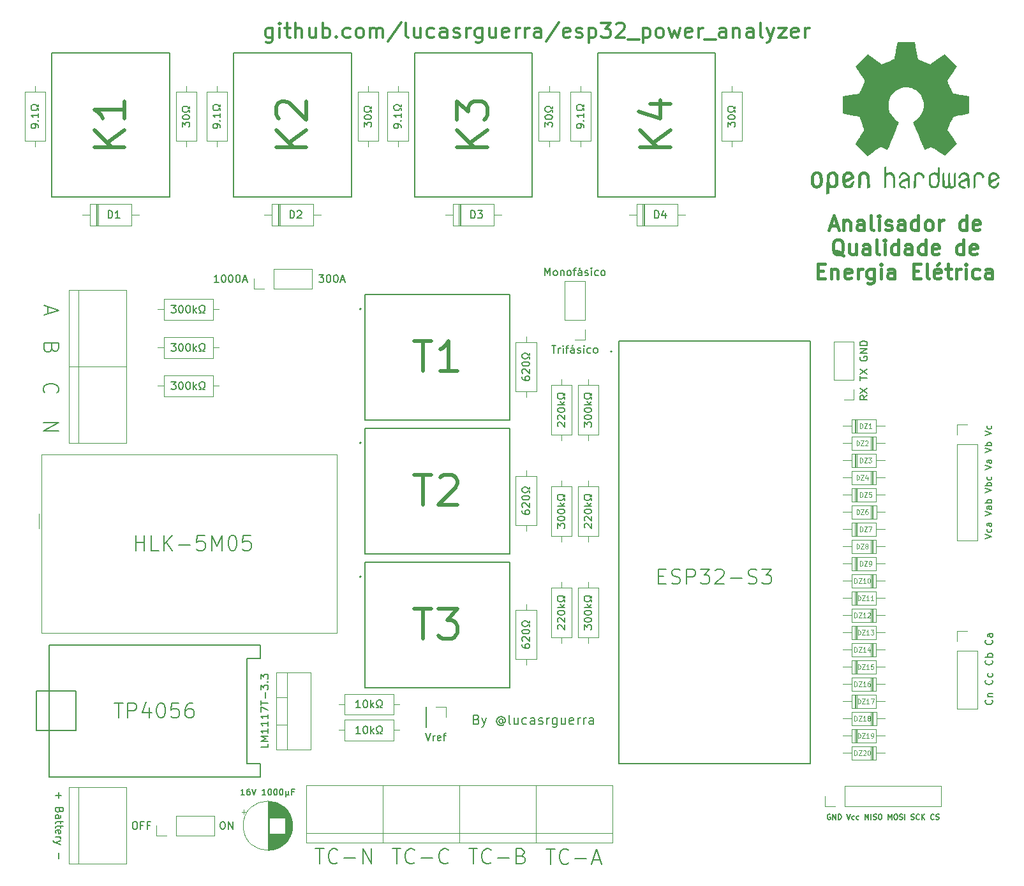
<source format=gbr>
%TF.GenerationSoftware,KiCad,Pcbnew,7.0.10*%
%TF.CreationDate,2024-04-01T07:54:26-03:00*%
%TF.ProjectId,board,626f6172-642e-46b6-9963-61645f706362,1.5*%
%TF.SameCoordinates,Original*%
%TF.FileFunction,Legend,Top*%
%TF.FilePolarity,Positive*%
%FSLAX46Y46*%
G04 Gerber Fmt 4.6, Leading zero omitted, Abs format (unit mm)*
G04 Created by KiCad (PCBNEW 7.0.10) date 2024-04-01 07:54:26*
%MOMM*%
%LPD*%
G01*
G04 APERTURE LIST*
%ADD10C,0.300000*%
%ADD11C,0.200000*%
%ADD12C,0.400000*%
%ADD13C,0.150000*%
%ADD14C,0.500000*%
%ADD15C,0.091200*%
%ADD16C,0.120000*%
%ADD17C,0.127000*%
G04 APERTURE END LIST*
D10*
X113790778Y-31833704D02*
X113790778Y-33452752D01*
X113790778Y-33452752D02*
X113695540Y-33643228D01*
X113695540Y-33643228D02*
X113600302Y-33738466D01*
X113600302Y-33738466D02*
X113409825Y-33833704D01*
X113409825Y-33833704D02*
X113124111Y-33833704D01*
X113124111Y-33833704D02*
X112933635Y-33738466D01*
X113790778Y-33071800D02*
X113600302Y-33167038D01*
X113600302Y-33167038D02*
X113219349Y-33167038D01*
X113219349Y-33167038D02*
X113028873Y-33071800D01*
X113028873Y-33071800D02*
X112933635Y-32976561D01*
X112933635Y-32976561D02*
X112838397Y-32786085D01*
X112838397Y-32786085D02*
X112838397Y-32214657D01*
X112838397Y-32214657D02*
X112933635Y-32024180D01*
X112933635Y-32024180D02*
X113028873Y-31928942D01*
X113028873Y-31928942D02*
X113219349Y-31833704D01*
X113219349Y-31833704D02*
X113600302Y-31833704D01*
X113600302Y-31833704D02*
X113790778Y-31928942D01*
X114743159Y-33167038D02*
X114743159Y-31833704D01*
X114743159Y-31167038D02*
X114647921Y-31262276D01*
X114647921Y-31262276D02*
X114743159Y-31357514D01*
X114743159Y-31357514D02*
X114838397Y-31262276D01*
X114838397Y-31262276D02*
X114743159Y-31167038D01*
X114743159Y-31167038D02*
X114743159Y-31357514D01*
X115409826Y-31833704D02*
X116171730Y-31833704D01*
X115695540Y-31167038D02*
X115695540Y-32881323D01*
X115695540Y-32881323D02*
X115790778Y-33071800D01*
X115790778Y-33071800D02*
X115981254Y-33167038D01*
X115981254Y-33167038D02*
X116171730Y-33167038D01*
X116838397Y-33167038D02*
X116838397Y-31167038D01*
X117695540Y-33167038D02*
X117695540Y-32119419D01*
X117695540Y-32119419D02*
X117600302Y-31928942D01*
X117600302Y-31928942D02*
X117409826Y-31833704D01*
X117409826Y-31833704D02*
X117124111Y-31833704D01*
X117124111Y-31833704D02*
X116933635Y-31928942D01*
X116933635Y-31928942D02*
X116838397Y-32024180D01*
X119505064Y-31833704D02*
X119505064Y-33167038D01*
X118647921Y-31833704D02*
X118647921Y-32881323D01*
X118647921Y-32881323D02*
X118743159Y-33071800D01*
X118743159Y-33071800D02*
X118933635Y-33167038D01*
X118933635Y-33167038D02*
X119219350Y-33167038D01*
X119219350Y-33167038D02*
X119409826Y-33071800D01*
X119409826Y-33071800D02*
X119505064Y-32976561D01*
X120457445Y-33167038D02*
X120457445Y-31167038D01*
X120457445Y-31928942D02*
X120647921Y-31833704D01*
X120647921Y-31833704D02*
X121028874Y-31833704D01*
X121028874Y-31833704D02*
X121219350Y-31928942D01*
X121219350Y-31928942D02*
X121314588Y-32024180D01*
X121314588Y-32024180D02*
X121409826Y-32214657D01*
X121409826Y-32214657D02*
X121409826Y-32786085D01*
X121409826Y-32786085D02*
X121314588Y-32976561D01*
X121314588Y-32976561D02*
X121219350Y-33071800D01*
X121219350Y-33071800D02*
X121028874Y-33167038D01*
X121028874Y-33167038D02*
X120647921Y-33167038D01*
X120647921Y-33167038D02*
X120457445Y-33071800D01*
X122266969Y-32976561D02*
X122362207Y-33071800D01*
X122362207Y-33071800D02*
X122266969Y-33167038D01*
X122266969Y-33167038D02*
X122171731Y-33071800D01*
X122171731Y-33071800D02*
X122266969Y-32976561D01*
X122266969Y-32976561D02*
X122266969Y-33167038D01*
X124076493Y-33071800D02*
X123886017Y-33167038D01*
X123886017Y-33167038D02*
X123505064Y-33167038D01*
X123505064Y-33167038D02*
X123314588Y-33071800D01*
X123314588Y-33071800D02*
X123219350Y-32976561D01*
X123219350Y-32976561D02*
X123124112Y-32786085D01*
X123124112Y-32786085D02*
X123124112Y-32214657D01*
X123124112Y-32214657D02*
X123219350Y-32024180D01*
X123219350Y-32024180D02*
X123314588Y-31928942D01*
X123314588Y-31928942D02*
X123505064Y-31833704D01*
X123505064Y-31833704D02*
X123886017Y-31833704D01*
X123886017Y-31833704D02*
X124076493Y-31928942D01*
X125219350Y-33167038D02*
X125028874Y-33071800D01*
X125028874Y-33071800D02*
X124933636Y-32976561D01*
X124933636Y-32976561D02*
X124838398Y-32786085D01*
X124838398Y-32786085D02*
X124838398Y-32214657D01*
X124838398Y-32214657D02*
X124933636Y-32024180D01*
X124933636Y-32024180D02*
X125028874Y-31928942D01*
X125028874Y-31928942D02*
X125219350Y-31833704D01*
X125219350Y-31833704D02*
X125505065Y-31833704D01*
X125505065Y-31833704D02*
X125695541Y-31928942D01*
X125695541Y-31928942D02*
X125790779Y-32024180D01*
X125790779Y-32024180D02*
X125886017Y-32214657D01*
X125886017Y-32214657D02*
X125886017Y-32786085D01*
X125886017Y-32786085D02*
X125790779Y-32976561D01*
X125790779Y-32976561D02*
X125695541Y-33071800D01*
X125695541Y-33071800D02*
X125505065Y-33167038D01*
X125505065Y-33167038D02*
X125219350Y-33167038D01*
X126743160Y-33167038D02*
X126743160Y-31833704D01*
X126743160Y-32024180D02*
X126838398Y-31928942D01*
X126838398Y-31928942D02*
X127028874Y-31833704D01*
X127028874Y-31833704D02*
X127314589Y-31833704D01*
X127314589Y-31833704D02*
X127505065Y-31928942D01*
X127505065Y-31928942D02*
X127600303Y-32119419D01*
X127600303Y-32119419D02*
X127600303Y-33167038D01*
X127600303Y-32119419D02*
X127695541Y-31928942D01*
X127695541Y-31928942D02*
X127886017Y-31833704D01*
X127886017Y-31833704D02*
X128171731Y-31833704D01*
X128171731Y-31833704D02*
X128362208Y-31928942D01*
X128362208Y-31928942D02*
X128457446Y-32119419D01*
X128457446Y-32119419D02*
X128457446Y-33167038D01*
X130838398Y-31071800D02*
X129124113Y-33643228D01*
X131790779Y-33167038D02*
X131600303Y-33071800D01*
X131600303Y-33071800D02*
X131505065Y-32881323D01*
X131505065Y-32881323D02*
X131505065Y-31167038D01*
X133409827Y-31833704D02*
X133409827Y-33167038D01*
X132552684Y-31833704D02*
X132552684Y-32881323D01*
X132552684Y-32881323D02*
X132647922Y-33071800D01*
X132647922Y-33071800D02*
X132838398Y-33167038D01*
X132838398Y-33167038D02*
X133124113Y-33167038D01*
X133124113Y-33167038D02*
X133314589Y-33071800D01*
X133314589Y-33071800D02*
X133409827Y-32976561D01*
X135219351Y-33071800D02*
X135028875Y-33167038D01*
X135028875Y-33167038D02*
X134647922Y-33167038D01*
X134647922Y-33167038D02*
X134457446Y-33071800D01*
X134457446Y-33071800D02*
X134362208Y-32976561D01*
X134362208Y-32976561D02*
X134266970Y-32786085D01*
X134266970Y-32786085D02*
X134266970Y-32214657D01*
X134266970Y-32214657D02*
X134362208Y-32024180D01*
X134362208Y-32024180D02*
X134457446Y-31928942D01*
X134457446Y-31928942D02*
X134647922Y-31833704D01*
X134647922Y-31833704D02*
X135028875Y-31833704D01*
X135028875Y-31833704D02*
X135219351Y-31928942D01*
X136933637Y-33167038D02*
X136933637Y-32119419D01*
X136933637Y-32119419D02*
X136838399Y-31928942D01*
X136838399Y-31928942D02*
X136647923Y-31833704D01*
X136647923Y-31833704D02*
X136266970Y-31833704D01*
X136266970Y-31833704D02*
X136076494Y-31928942D01*
X136933637Y-33071800D02*
X136743161Y-33167038D01*
X136743161Y-33167038D02*
X136266970Y-33167038D01*
X136266970Y-33167038D02*
X136076494Y-33071800D01*
X136076494Y-33071800D02*
X135981256Y-32881323D01*
X135981256Y-32881323D02*
X135981256Y-32690847D01*
X135981256Y-32690847D02*
X136076494Y-32500371D01*
X136076494Y-32500371D02*
X136266970Y-32405133D01*
X136266970Y-32405133D02*
X136743161Y-32405133D01*
X136743161Y-32405133D02*
X136933637Y-32309895D01*
X137790780Y-33071800D02*
X137981256Y-33167038D01*
X137981256Y-33167038D02*
X138362208Y-33167038D01*
X138362208Y-33167038D02*
X138552685Y-33071800D01*
X138552685Y-33071800D02*
X138647923Y-32881323D01*
X138647923Y-32881323D02*
X138647923Y-32786085D01*
X138647923Y-32786085D02*
X138552685Y-32595609D01*
X138552685Y-32595609D02*
X138362208Y-32500371D01*
X138362208Y-32500371D02*
X138076494Y-32500371D01*
X138076494Y-32500371D02*
X137886018Y-32405133D01*
X137886018Y-32405133D02*
X137790780Y-32214657D01*
X137790780Y-32214657D02*
X137790780Y-32119419D01*
X137790780Y-32119419D02*
X137886018Y-31928942D01*
X137886018Y-31928942D02*
X138076494Y-31833704D01*
X138076494Y-31833704D02*
X138362208Y-31833704D01*
X138362208Y-31833704D02*
X138552685Y-31928942D01*
X139505066Y-33167038D02*
X139505066Y-31833704D01*
X139505066Y-32214657D02*
X139600304Y-32024180D01*
X139600304Y-32024180D02*
X139695542Y-31928942D01*
X139695542Y-31928942D02*
X139886018Y-31833704D01*
X139886018Y-31833704D02*
X140076495Y-31833704D01*
X141600304Y-31833704D02*
X141600304Y-33452752D01*
X141600304Y-33452752D02*
X141505066Y-33643228D01*
X141505066Y-33643228D02*
X141409828Y-33738466D01*
X141409828Y-33738466D02*
X141219351Y-33833704D01*
X141219351Y-33833704D02*
X140933637Y-33833704D01*
X140933637Y-33833704D02*
X140743161Y-33738466D01*
X141600304Y-33071800D02*
X141409828Y-33167038D01*
X141409828Y-33167038D02*
X141028875Y-33167038D01*
X141028875Y-33167038D02*
X140838399Y-33071800D01*
X140838399Y-33071800D02*
X140743161Y-32976561D01*
X140743161Y-32976561D02*
X140647923Y-32786085D01*
X140647923Y-32786085D02*
X140647923Y-32214657D01*
X140647923Y-32214657D02*
X140743161Y-32024180D01*
X140743161Y-32024180D02*
X140838399Y-31928942D01*
X140838399Y-31928942D02*
X141028875Y-31833704D01*
X141028875Y-31833704D02*
X141409828Y-31833704D01*
X141409828Y-31833704D02*
X141600304Y-31928942D01*
X143409828Y-31833704D02*
X143409828Y-33167038D01*
X142552685Y-31833704D02*
X142552685Y-32881323D01*
X142552685Y-32881323D02*
X142647923Y-33071800D01*
X142647923Y-33071800D02*
X142838399Y-33167038D01*
X142838399Y-33167038D02*
X143124114Y-33167038D01*
X143124114Y-33167038D02*
X143314590Y-33071800D01*
X143314590Y-33071800D02*
X143409828Y-32976561D01*
X145124114Y-33071800D02*
X144933638Y-33167038D01*
X144933638Y-33167038D02*
X144552685Y-33167038D01*
X144552685Y-33167038D02*
X144362209Y-33071800D01*
X144362209Y-33071800D02*
X144266971Y-32881323D01*
X144266971Y-32881323D02*
X144266971Y-32119419D01*
X144266971Y-32119419D02*
X144362209Y-31928942D01*
X144362209Y-31928942D02*
X144552685Y-31833704D01*
X144552685Y-31833704D02*
X144933638Y-31833704D01*
X144933638Y-31833704D02*
X145124114Y-31928942D01*
X145124114Y-31928942D02*
X145219352Y-32119419D01*
X145219352Y-32119419D02*
X145219352Y-32309895D01*
X145219352Y-32309895D02*
X144266971Y-32500371D01*
X146076495Y-33167038D02*
X146076495Y-31833704D01*
X146076495Y-32214657D02*
X146171733Y-32024180D01*
X146171733Y-32024180D02*
X146266971Y-31928942D01*
X146266971Y-31928942D02*
X146457447Y-31833704D01*
X146457447Y-31833704D02*
X146647924Y-31833704D01*
X147314590Y-33167038D02*
X147314590Y-31833704D01*
X147314590Y-32214657D02*
X147409828Y-32024180D01*
X147409828Y-32024180D02*
X147505066Y-31928942D01*
X147505066Y-31928942D02*
X147695542Y-31833704D01*
X147695542Y-31833704D02*
X147886019Y-31833704D01*
X149409828Y-33167038D02*
X149409828Y-32119419D01*
X149409828Y-32119419D02*
X149314590Y-31928942D01*
X149314590Y-31928942D02*
X149124114Y-31833704D01*
X149124114Y-31833704D02*
X148743161Y-31833704D01*
X148743161Y-31833704D02*
X148552685Y-31928942D01*
X149409828Y-33071800D02*
X149219352Y-33167038D01*
X149219352Y-33167038D02*
X148743161Y-33167038D01*
X148743161Y-33167038D02*
X148552685Y-33071800D01*
X148552685Y-33071800D02*
X148457447Y-32881323D01*
X148457447Y-32881323D02*
X148457447Y-32690847D01*
X148457447Y-32690847D02*
X148552685Y-32500371D01*
X148552685Y-32500371D02*
X148743161Y-32405133D01*
X148743161Y-32405133D02*
X149219352Y-32405133D01*
X149219352Y-32405133D02*
X149409828Y-32309895D01*
X151790780Y-31071800D02*
X150076495Y-33643228D01*
X153219352Y-33071800D02*
X153028876Y-33167038D01*
X153028876Y-33167038D02*
X152647923Y-33167038D01*
X152647923Y-33167038D02*
X152457447Y-33071800D01*
X152457447Y-33071800D02*
X152362209Y-32881323D01*
X152362209Y-32881323D02*
X152362209Y-32119419D01*
X152362209Y-32119419D02*
X152457447Y-31928942D01*
X152457447Y-31928942D02*
X152647923Y-31833704D01*
X152647923Y-31833704D02*
X153028876Y-31833704D01*
X153028876Y-31833704D02*
X153219352Y-31928942D01*
X153219352Y-31928942D02*
X153314590Y-32119419D01*
X153314590Y-32119419D02*
X153314590Y-32309895D01*
X153314590Y-32309895D02*
X152362209Y-32500371D01*
X154076495Y-33071800D02*
X154266971Y-33167038D01*
X154266971Y-33167038D02*
X154647923Y-33167038D01*
X154647923Y-33167038D02*
X154838400Y-33071800D01*
X154838400Y-33071800D02*
X154933638Y-32881323D01*
X154933638Y-32881323D02*
X154933638Y-32786085D01*
X154933638Y-32786085D02*
X154838400Y-32595609D01*
X154838400Y-32595609D02*
X154647923Y-32500371D01*
X154647923Y-32500371D02*
X154362209Y-32500371D01*
X154362209Y-32500371D02*
X154171733Y-32405133D01*
X154171733Y-32405133D02*
X154076495Y-32214657D01*
X154076495Y-32214657D02*
X154076495Y-32119419D01*
X154076495Y-32119419D02*
X154171733Y-31928942D01*
X154171733Y-31928942D02*
X154362209Y-31833704D01*
X154362209Y-31833704D02*
X154647923Y-31833704D01*
X154647923Y-31833704D02*
X154838400Y-31928942D01*
X155790781Y-31833704D02*
X155790781Y-33833704D01*
X155790781Y-31928942D02*
X155981257Y-31833704D01*
X155981257Y-31833704D02*
X156362210Y-31833704D01*
X156362210Y-31833704D02*
X156552686Y-31928942D01*
X156552686Y-31928942D02*
X156647924Y-32024180D01*
X156647924Y-32024180D02*
X156743162Y-32214657D01*
X156743162Y-32214657D02*
X156743162Y-32786085D01*
X156743162Y-32786085D02*
X156647924Y-32976561D01*
X156647924Y-32976561D02*
X156552686Y-33071800D01*
X156552686Y-33071800D02*
X156362210Y-33167038D01*
X156362210Y-33167038D02*
X155981257Y-33167038D01*
X155981257Y-33167038D02*
X155790781Y-33071800D01*
X157409829Y-31167038D02*
X158647924Y-31167038D01*
X158647924Y-31167038D02*
X157981257Y-31928942D01*
X157981257Y-31928942D02*
X158266972Y-31928942D01*
X158266972Y-31928942D02*
X158457448Y-32024180D01*
X158457448Y-32024180D02*
X158552686Y-32119419D01*
X158552686Y-32119419D02*
X158647924Y-32309895D01*
X158647924Y-32309895D02*
X158647924Y-32786085D01*
X158647924Y-32786085D02*
X158552686Y-32976561D01*
X158552686Y-32976561D02*
X158457448Y-33071800D01*
X158457448Y-33071800D02*
X158266972Y-33167038D01*
X158266972Y-33167038D02*
X157695543Y-33167038D01*
X157695543Y-33167038D02*
X157505067Y-33071800D01*
X157505067Y-33071800D02*
X157409829Y-32976561D01*
X159409829Y-31357514D02*
X159505067Y-31262276D01*
X159505067Y-31262276D02*
X159695543Y-31167038D01*
X159695543Y-31167038D02*
X160171734Y-31167038D01*
X160171734Y-31167038D02*
X160362210Y-31262276D01*
X160362210Y-31262276D02*
X160457448Y-31357514D01*
X160457448Y-31357514D02*
X160552686Y-31547990D01*
X160552686Y-31547990D02*
X160552686Y-31738466D01*
X160552686Y-31738466D02*
X160457448Y-32024180D01*
X160457448Y-32024180D02*
X159314591Y-33167038D01*
X159314591Y-33167038D02*
X160552686Y-33167038D01*
X160933639Y-33357514D02*
X162457448Y-33357514D01*
X162933639Y-31833704D02*
X162933639Y-33833704D01*
X162933639Y-31928942D02*
X163124115Y-31833704D01*
X163124115Y-31833704D02*
X163505068Y-31833704D01*
X163505068Y-31833704D02*
X163695544Y-31928942D01*
X163695544Y-31928942D02*
X163790782Y-32024180D01*
X163790782Y-32024180D02*
X163886020Y-32214657D01*
X163886020Y-32214657D02*
X163886020Y-32786085D01*
X163886020Y-32786085D02*
X163790782Y-32976561D01*
X163790782Y-32976561D02*
X163695544Y-33071800D01*
X163695544Y-33071800D02*
X163505068Y-33167038D01*
X163505068Y-33167038D02*
X163124115Y-33167038D01*
X163124115Y-33167038D02*
X162933639Y-33071800D01*
X165028877Y-33167038D02*
X164838401Y-33071800D01*
X164838401Y-33071800D02*
X164743163Y-32976561D01*
X164743163Y-32976561D02*
X164647925Y-32786085D01*
X164647925Y-32786085D02*
X164647925Y-32214657D01*
X164647925Y-32214657D02*
X164743163Y-32024180D01*
X164743163Y-32024180D02*
X164838401Y-31928942D01*
X164838401Y-31928942D02*
X165028877Y-31833704D01*
X165028877Y-31833704D02*
X165314592Y-31833704D01*
X165314592Y-31833704D02*
X165505068Y-31928942D01*
X165505068Y-31928942D02*
X165600306Y-32024180D01*
X165600306Y-32024180D02*
X165695544Y-32214657D01*
X165695544Y-32214657D02*
X165695544Y-32786085D01*
X165695544Y-32786085D02*
X165600306Y-32976561D01*
X165600306Y-32976561D02*
X165505068Y-33071800D01*
X165505068Y-33071800D02*
X165314592Y-33167038D01*
X165314592Y-33167038D02*
X165028877Y-33167038D01*
X166362211Y-31833704D02*
X166743163Y-33167038D01*
X166743163Y-33167038D02*
X167124116Y-32214657D01*
X167124116Y-32214657D02*
X167505068Y-33167038D01*
X167505068Y-33167038D02*
X167886020Y-31833704D01*
X169409830Y-33071800D02*
X169219354Y-33167038D01*
X169219354Y-33167038D02*
X168838401Y-33167038D01*
X168838401Y-33167038D02*
X168647925Y-33071800D01*
X168647925Y-33071800D02*
X168552687Y-32881323D01*
X168552687Y-32881323D02*
X168552687Y-32119419D01*
X168552687Y-32119419D02*
X168647925Y-31928942D01*
X168647925Y-31928942D02*
X168838401Y-31833704D01*
X168838401Y-31833704D02*
X169219354Y-31833704D01*
X169219354Y-31833704D02*
X169409830Y-31928942D01*
X169409830Y-31928942D02*
X169505068Y-32119419D01*
X169505068Y-32119419D02*
X169505068Y-32309895D01*
X169505068Y-32309895D02*
X168552687Y-32500371D01*
X170362211Y-33167038D02*
X170362211Y-31833704D01*
X170362211Y-32214657D02*
X170457449Y-32024180D01*
X170457449Y-32024180D02*
X170552687Y-31928942D01*
X170552687Y-31928942D02*
X170743163Y-31833704D01*
X170743163Y-31833704D02*
X170933640Y-31833704D01*
X171124116Y-33357514D02*
X172647925Y-33357514D01*
X173981259Y-33167038D02*
X173981259Y-32119419D01*
X173981259Y-32119419D02*
X173886021Y-31928942D01*
X173886021Y-31928942D02*
X173695545Y-31833704D01*
X173695545Y-31833704D02*
X173314592Y-31833704D01*
X173314592Y-31833704D02*
X173124116Y-31928942D01*
X173981259Y-33071800D02*
X173790783Y-33167038D01*
X173790783Y-33167038D02*
X173314592Y-33167038D01*
X173314592Y-33167038D02*
X173124116Y-33071800D01*
X173124116Y-33071800D02*
X173028878Y-32881323D01*
X173028878Y-32881323D02*
X173028878Y-32690847D01*
X173028878Y-32690847D02*
X173124116Y-32500371D01*
X173124116Y-32500371D02*
X173314592Y-32405133D01*
X173314592Y-32405133D02*
X173790783Y-32405133D01*
X173790783Y-32405133D02*
X173981259Y-32309895D01*
X174933640Y-31833704D02*
X174933640Y-33167038D01*
X174933640Y-32024180D02*
X175028878Y-31928942D01*
X175028878Y-31928942D02*
X175219354Y-31833704D01*
X175219354Y-31833704D02*
X175505069Y-31833704D01*
X175505069Y-31833704D02*
X175695545Y-31928942D01*
X175695545Y-31928942D02*
X175790783Y-32119419D01*
X175790783Y-32119419D02*
X175790783Y-33167038D01*
X177600307Y-33167038D02*
X177600307Y-32119419D01*
X177600307Y-32119419D02*
X177505069Y-31928942D01*
X177505069Y-31928942D02*
X177314593Y-31833704D01*
X177314593Y-31833704D02*
X176933640Y-31833704D01*
X176933640Y-31833704D02*
X176743164Y-31928942D01*
X177600307Y-33071800D02*
X177409831Y-33167038D01*
X177409831Y-33167038D02*
X176933640Y-33167038D01*
X176933640Y-33167038D02*
X176743164Y-33071800D01*
X176743164Y-33071800D02*
X176647926Y-32881323D01*
X176647926Y-32881323D02*
X176647926Y-32690847D01*
X176647926Y-32690847D02*
X176743164Y-32500371D01*
X176743164Y-32500371D02*
X176933640Y-32405133D01*
X176933640Y-32405133D02*
X177409831Y-32405133D01*
X177409831Y-32405133D02*
X177600307Y-32309895D01*
X178838402Y-33167038D02*
X178647926Y-33071800D01*
X178647926Y-33071800D02*
X178552688Y-32881323D01*
X178552688Y-32881323D02*
X178552688Y-31167038D01*
X179409831Y-31833704D02*
X179886021Y-33167038D01*
X180362212Y-31833704D02*
X179886021Y-33167038D01*
X179886021Y-33167038D02*
X179695545Y-33643228D01*
X179695545Y-33643228D02*
X179600307Y-33738466D01*
X179600307Y-33738466D02*
X179409831Y-33833704D01*
X180933641Y-31833704D02*
X181981260Y-31833704D01*
X181981260Y-31833704D02*
X180933641Y-33167038D01*
X180933641Y-33167038D02*
X181981260Y-33167038D01*
X183505070Y-33071800D02*
X183314594Y-33167038D01*
X183314594Y-33167038D02*
X182933641Y-33167038D01*
X182933641Y-33167038D02*
X182743165Y-33071800D01*
X182743165Y-33071800D02*
X182647927Y-32881323D01*
X182647927Y-32881323D02*
X182647927Y-32119419D01*
X182647927Y-32119419D02*
X182743165Y-31928942D01*
X182743165Y-31928942D02*
X182933641Y-31833704D01*
X182933641Y-31833704D02*
X183314594Y-31833704D01*
X183314594Y-31833704D02*
X183505070Y-31928942D01*
X183505070Y-31928942D02*
X183600308Y-32119419D01*
X183600308Y-32119419D02*
X183600308Y-32309895D01*
X183600308Y-32309895D02*
X182647927Y-32500371D01*
X184457451Y-33167038D02*
X184457451Y-31833704D01*
X184457451Y-32214657D02*
X184552689Y-32024180D01*
X184552689Y-32024180D02*
X184647927Y-31928942D01*
X184647927Y-31928942D02*
X184838403Y-31833704D01*
X184838403Y-31833704D02*
X185028880Y-31833704D01*
D11*
X83574238Y-80339225D02*
X83479000Y-80243987D01*
X83479000Y-80243987D02*
X83383761Y-79958273D01*
X83383761Y-79958273D02*
X83383761Y-79767797D01*
X83383761Y-79767797D02*
X83479000Y-79482082D01*
X83479000Y-79482082D02*
X83669476Y-79291606D01*
X83669476Y-79291606D02*
X83859952Y-79196368D01*
X83859952Y-79196368D02*
X84240904Y-79101130D01*
X84240904Y-79101130D02*
X84526619Y-79101130D01*
X84526619Y-79101130D02*
X84907571Y-79196368D01*
X84907571Y-79196368D02*
X85098047Y-79291606D01*
X85098047Y-79291606D02*
X85288523Y-79482082D01*
X85288523Y-79482082D02*
X85383761Y-79767797D01*
X85383761Y-79767797D02*
X85383761Y-79958273D01*
X85383761Y-79958273D02*
X85288523Y-80243987D01*
X85288523Y-80243987D02*
X85193285Y-80339225D01*
X83383761Y-84243988D02*
X85383761Y-84243988D01*
X85383761Y-84243988D02*
X83383761Y-85386845D01*
X83383761Y-85386845D02*
X85383761Y-85386845D01*
X84005990Y-68864930D02*
X84005990Y-69817311D01*
X83434561Y-68674454D02*
X85434561Y-69341120D01*
X85434561Y-69341120D02*
X83434561Y-70007787D01*
X84482180Y-74388741D02*
X84386942Y-74674455D01*
X84386942Y-74674455D02*
X84291704Y-74769693D01*
X84291704Y-74769693D02*
X84101228Y-74864931D01*
X84101228Y-74864931D02*
X83815514Y-74864931D01*
X83815514Y-74864931D02*
X83625038Y-74769693D01*
X83625038Y-74769693D02*
X83529800Y-74674455D01*
X83529800Y-74674455D02*
X83434561Y-74483979D01*
X83434561Y-74483979D02*
X83434561Y-73722074D01*
X83434561Y-73722074D02*
X85434561Y-73722074D01*
X85434561Y-73722074D02*
X85434561Y-74388741D01*
X85434561Y-74388741D02*
X85339323Y-74579217D01*
X85339323Y-74579217D02*
X85244085Y-74674455D01*
X85244085Y-74674455D02*
X85053609Y-74769693D01*
X85053609Y-74769693D02*
X84863133Y-74769693D01*
X84863133Y-74769693D02*
X84672657Y-74674455D01*
X84672657Y-74674455D02*
X84577419Y-74579217D01*
X84577419Y-74579217D02*
X84482180Y-74388741D01*
X84482180Y-74388741D02*
X84482180Y-73722074D01*
D12*
X187781018Y-58154409D02*
X188733399Y-58154409D01*
X187590542Y-58725838D02*
X188257208Y-56725838D01*
X188257208Y-56725838D02*
X188923875Y-58725838D01*
X189590542Y-57392504D02*
X189590542Y-58725838D01*
X189590542Y-57582980D02*
X189685780Y-57487742D01*
X189685780Y-57487742D02*
X189876256Y-57392504D01*
X189876256Y-57392504D02*
X190161971Y-57392504D01*
X190161971Y-57392504D02*
X190352447Y-57487742D01*
X190352447Y-57487742D02*
X190447685Y-57678219D01*
X190447685Y-57678219D02*
X190447685Y-58725838D01*
X192257209Y-58725838D02*
X192257209Y-57678219D01*
X192257209Y-57678219D02*
X192161971Y-57487742D01*
X192161971Y-57487742D02*
X191971495Y-57392504D01*
X191971495Y-57392504D02*
X191590542Y-57392504D01*
X191590542Y-57392504D02*
X191400066Y-57487742D01*
X192257209Y-58630600D02*
X192066733Y-58725838D01*
X192066733Y-58725838D02*
X191590542Y-58725838D01*
X191590542Y-58725838D02*
X191400066Y-58630600D01*
X191400066Y-58630600D02*
X191304828Y-58440123D01*
X191304828Y-58440123D02*
X191304828Y-58249647D01*
X191304828Y-58249647D02*
X191400066Y-58059171D01*
X191400066Y-58059171D02*
X191590542Y-57963933D01*
X191590542Y-57963933D02*
X192066733Y-57963933D01*
X192066733Y-57963933D02*
X192257209Y-57868695D01*
X193495304Y-58725838D02*
X193304828Y-58630600D01*
X193304828Y-58630600D02*
X193209590Y-58440123D01*
X193209590Y-58440123D02*
X193209590Y-56725838D01*
X194257209Y-58725838D02*
X194257209Y-57392504D01*
X194257209Y-56725838D02*
X194161971Y-56821076D01*
X194161971Y-56821076D02*
X194257209Y-56916314D01*
X194257209Y-56916314D02*
X194352447Y-56821076D01*
X194352447Y-56821076D02*
X194257209Y-56725838D01*
X194257209Y-56725838D02*
X194257209Y-56916314D01*
X195114352Y-58630600D02*
X195304828Y-58725838D01*
X195304828Y-58725838D02*
X195685780Y-58725838D01*
X195685780Y-58725838D02*
X195876257Y-58630600D01*
X195876257Y-58630600D02*
X195971495Y-58440123D01*
X195971495Y-58440123D02*
X195971495Y-58344885D01*
X195971495Y-58344885D02*
X195876257Y-58154409D01*
X195876257Y-58154409D02*
X195685780Y-58059171D01*
X195685780Y-58059171D02*
X195400066Y-58059171D01*
X195400066Y-58059171D02*
X195209590Y-57963933D01*
X195209590Y-57963933D02*
X195114352Y-57773457D01*
X195114352Y-57773457D02*
X195114352Y-57678219D01*
X195114352Y-57678219D02*
X195209590Y-57487742D01*
X195209590Y-57487742D02*
X195400066Y-57392504D01*
X195400066Y-57392504D02*
X195685780Y-57392504D01*
X195685780Y-57392504D02*
X195876257Y-57487742D01*
X197685781Y-58725838D02*
X197685781Y-57678219D01*
X197685781Y-57678219D02*
X197590543Y-57487742D01*
X197590543Y-57487742D02*
X197400067Y-57392504D01*
X197400067Y-57392504D02*
X197019114Y-57392504D01*
X197019114Y-57392504D02*
X196828638Y-57487742D01*
X197685781Y-58630600D02*
X197495305Y-58725838D01*
X197495305Y-58725838D02*
X197019114Y-58725838D01*
X197019114Y-58725838D02*
X196828638Y-58630600D01*
X196828638Y-58630600D02*
X196733400Y-58440123D01*
X196733400Y-58440123D02*
X196733400Y-58249647D01*
X196733400Y-58249647D02*
X196828638Y-58059171D01*
X196828638Y-58059171D02*
X197019114Y-57963933D01*
X197019114Y-57963933D02*
X197495305Y-57963933D01*
X197495305Y-57963933D02*
X197685781Y-57868695D01*
X199495305Y-58725838D02*
X199495305Y-56725838D01*
X199495305Y-58630600D02*
X199304829Y-58725838D01*
X199304829Y-58725838D02*
X198923876Y-58725838D01*
X198923876Y-58725838D02*
X198733400Y-58630600D01*
X198733400Y-58630600D02*
X198638162Y-58535361D01*
X198638162Y-58535361D02*
X198542924Y-58344885D01*
X198542924Y-58344885D02*
X198542924Y-57773457D01*
X198542924Y-57773457D02*
X198638162Y-57582980D01*
X198638162Y-57582980D02*
X198733400Y-57487742D01*
X198733400Y-57487742D02*
X198923876Y-57392504D01*
X198923876Y-57392504D02*
X199304829Y-57392504D01*
X199304829Y-57392504D02*
X199495305Y-57487742D01*
X200733400Y-58725838D02*
X200542924Y-58630600D01*
X200542924Y-58630600D02*
X200447686Y-58535361D01*
X200447686Y-58535361D02*
X200352448Y-58344885D01*
X200352448Y-58344885D02*
X200352448Y-57773457D01*
X200352448Y-57773457D02*
X200447686Y-57582980D01*
X200447686Y-57582980D02*
X200542924Y-57487742D01*
X200542924Y-57487742D02*
X200733400Y-57392504D01*
X200733400Y-57392504D02*
X201019115Y-57392504D01*
X201019115Y-57392504D02*
X201209591Y-57487742D01*
X201209591Y-57487742D02*
X201304829Y-57582980D01*
X201304829Y-57582980D02*
X201400067Y-57773457D01*
X201400067Y-57773457D02*
X201400067Y-58344885D01*
X201400067Y-58344885D02*
X201304829Y-58535361D01*
X201304829Y-58535361D02*
X201209591Y-58630600D01*
X201209591Y-58630600D02*
X201019115Y-58725838D01*
X201019115Y-58725838D02*
X200733400Y-58725838D01*
X202257210Y-58725838D02*
X202257210Y-57392504D01*
X202257210Y-57773457D02*
X202352448Y-57582980D01*
X202352448Y-57582980D02*
X202447686Y-57487742D01*
X202447686Y-57487742D02*
X202638162Y-57392504D01*
X202638162Y-57392504D02*
X202828639Y-57392504D01*
X205876258Y-58725838D02*
X205876258Y-56725838D01*
X205876258Y-58630600D02*
X205685782Y-58725838D01*
X205685782Y-58725838D02*
X205304829Y-58725838D01*
X205304829Y-58725838D02*
X205114353Y-58630600D01*
X205114353Y-58630600D02*
X205019115Y-58535361D01*
X205019115Y-58535361D02*
X204923877Y-58344885D01*
X204923877Y-58344885D02*
X204923877Y-57773457D01*
X204923877Y-57773457D02*
X205019115Y-57582980D01*
X205019115Y-57582980D02*
X205114353Y-57487742D01*
X205114353Y-57487742D02*
X205304829Y-57392504D01*
X205304829Y-57392504D02*
X205685782Y-57392504D01*
X205685782Y-57392504D02*
X205876258Y-57487742D01*
X207590544Y-58630600D02*
X207400068Y-58725838D01*
X207400068Y-58725838D02*
X207019115Y-58725838D01*
X207019115Y-58725838D02*
X206828639Y-58630600D01*
X206828639Y-58630600D02*
X206733401Y-58440123D01*
X206733401Y-58440123D02*
X206733401Y-57678219D01*
X206733401Y-57678219D02*
X206828639Y-57487742D01*
X206828639Y-57487742D02*
X207019115Y-57392504D01*
X207019115Y-57392504D02*
X207400068Y-57392504D01*
X207400068Y-57392504D02*
X207590544Y-57487742D01*
X207590544Y-57487742D02*
X207685782Y-57678219D01*
X207685782Y-57678219D02*
X207685782Y-57868695D01*
X207685782Y-57868695D02*
X206733401Y-58059171D01*
X189590541Y-62136314D02*
X189400065Y-62041076D01*
X189400065Y-62041076D02*
X189209589Y-61850600D01*
X189209589Y-61850600D02*
X188923875Y-61564885D01*
X188923875Y-61564885D02*
X188733398Y-61469647D01*
X188733398Y-61469647D02*
X188542922Y-61469647D01*
X188638160Y-61945838D02*
X188447684Y-61850600D01*
X188447684Y-61850600D02*
X188257208Y-61660123D01*
X188257208Y-61660123D02*
X188161970Y-61279171D01*
X188161970Y-61279171D02*
X188161970Y-60612504D01*
X188161970Y-60612504D02*
X188257208Y-60231552D01*
X188257208Y-60231552D02*
X188447684Y-60041076D01*
X188447684Y-60041076D02*
X188638160Y-59945838D01*
X188638160Y-59945838D02*
X189019113Y-59945838D01*
X189019113Y-59945838D02*
X189209589Y-60041076D01*
X189209589Y-60041076D02*
X189400065Y-60231552D01*
X189400065Y-60231552D02*
X189495303Y-60612504D01*
X189495303Y-60612504D02*
X189495303Y-61279171D01*
X189495303Y-61279171D02*
X189400065Y-61660123D01*
X189400065Y-61660123D02*
X189209589Y-61850600D01*
X189209589Y-61850600D02*
X189019113Y-61945838D01*
X189019113Y-61945838D02*
X188638160Y-61945838D01*
X191209589Y-60612504D02*
X191209589Y-61945838D01*
X190352446Y-60612504D02*
X190352446Y-61660123D01*
X190352446Y-61660123D02*
X190447684Y-61850600D01*
X190447684Y-61850600D02*
X190638160Y-61945838D01*
X190638160Y-61945838D02*
X190923875Y-61945838D01*
X190923875Y-61945838D02*
X191114351Y-61850600D01*
X191114351Y-61850600D02*
X191209589Y-61755361D01*
X193019113Y-61945838D02*
X193019113Y-60898219D01*
X193019113Y-60898219D02*
X192923875Y-60707742D01*
X192923875Y-60707742D02*
X192733399Y-60612504D01*
X192733399Y-60612504D02*
X192352446Y-60612504D01*
X192352446Y-60612504D02*
X192161970Y-60707742D01*
X193019113Y-61850600D02*
X192828637Y-61945838D01*
X192828637Y-61945838D02*
X192352446Y-61945838D01*
X192352446Y-61945838D02*
X192161970Y-61850600D01*
X192161970Y-61850600D02*
X192066732Y-61660123D01*
X192066732Y-61660123D02*
X192066732Y-61469647D01*
X192066732Y-61469647D02*
X192161970Y-61279171D01*
X192161970Y-61279171D02*
X192352446Y-61183933D01*
X192352446Y-61183933D02*
X192828637Y-61183933D01*
X192828637Y-61183933D02*
X193019113Y-61088695D01*
X194257208Y-61945838D02*
X194066732Y-61850600D01*
X194066732Y-61850600D02*
X193971494Y-61660123D01*
X193971494Y-61660123D02*
X193971494Y-59945838D01*
X195019113Y-61945838D02*
X195019113Y-60612504D01*
X195019113Y-59945838D02*
X194923875Y-60041076D01*
X194923875Y-60041076D02*
X195019113Y-60136314D01*
X195019113Y-60136314D02*
X195114351Y-60041076D01*
X195114351Y-60041076D02*
X195019113Y-59945838D01*
X195019113Y-59945838D02*
X195019113Y-60136314D01*
X196828637Y-61945838D02*
X196828637Y-59945838D01*
X196828637Y-61850600D02*
X196638161Y-61945838D01*
X196638161Y-61945838D02*
X196257208Y-61945838D01*
X196257208Y-61945838D02*
X196066732Y-61850600D01*
X196066732Y-61850600D02*
X195971494Y-61755361D01*
X195971494Y-61755361D02*
X195876256Y-61564885D01*
X195876256Y-61564885D02*
X195876256Y-60993457D01*
X195876256Y-60993457D02*
X195971494Y-60802980D01*
X195971494Y-60802980D02*
X196066732Y-60707742D01*
X196066732Y-60707742D02*
X196257208Y-60612504D01*
X196257208Y-60612504D02*
X196638161Y-60612504D01*
X196638161Y-60612504D02*
X196828637Y-60707742D01*
X198638161Y-61945838D02*
X198638161Y-60898219D01*
X198638161Y-60898219D02*
X198542923Y-60707742D01*
X198542923Y-60707742D02*
X198352447Y-60612504D01*
X198352447Y-60612504D02*
X197971494Y-60612504D01*
X197971494Y-60612504D02*
X197781018Y-60707742D01*
X198638161Y-61850600D02*
X198447685Y-61945838D01*
X198447685Y-61945838D02*
X197971494Y-61945838D01*
X197971494Y-61945838D02*
X197781018Y-61850600D01*
X197781018Y-61850600D02*
X197685780Y-61660123D01*
X197685780Y-61660123D02*
X197685780Y-61469647D01*
X197685780Y-61469647D02*
X197781018Y-61279171D01*
X197781018Y-61279171D02*
X197971494Y-61183933D01*
X197971494Y-61183933D02*
X198447685Y-61183933D01*
X198447685Y-61183933D02*
X198638161Y-61088695D01*
X200447685Y-61945838D02*
X200447685Y-59945838D01*
X200447685Y-61850600D02*
X200257209Y-61945838D01*
X200257209Y-61945838D02*
X199876256Y-61945838D01*
X199876256Y-61945838D02*
X199685780Y-61850600D01*
X199685780Y-61850600D02*
X199590542Y-61755361D01*
X199590542Y-61755361D02*
X199495304Y-61564885D01*
X199495304Y-61564885D02*
X199495304Y-60993457D01*
X199495304Y-60993457D02*
X199590542Y-60802980D01*
X199590542Y-60802980D02*
X199685780Y-60707742D01*
X199685780Y-60707742D02*
X199876256Y-60612504D01*
X199876256Y-60612504D02*
X200257209Y-60612504D01*
X200257209Y-60612504D02*
X200447685Y-60707742D01*
X202161971Y-61850600D02*
X201971495Y-61945838D01*
X201971495Y-61945838D02*
X201590542Y-61945838D01*
X201590542Y-61945838D02*
X201400066Y-61850600D01*
X201400066Y-61850600D02*
X201304828Y-61660123D01*
X201304828Y-61660123D02*
X201304828Y-60898219D01*
X201304828Y-60898219D02*
X201400066Y-60707742D01*
X201400066Y-60707742D02*
X201590542Y-60612504D01*
X201590542Y-60612504D02*
X201971495Y-60612504D01*
X201971495Y-60612504D02*
X202161971Y-60707742D01*
X202161971Y-60707742D02*
X202257209Y-60898219D01*
X202257209Y-60898219D02*
X202257209Y-61088695D01*
X202257209Y-61088695D02*
X201304828Y-61279171D01*
X205495305Y-61945838D02*
X205495305Y-59945838D01*
X205495305Y-61850600D02*
X205304829Y-61945838D01*
X205304829Y-61945838D02*
X204923876Y-61945838D01*
X204923876Y-61945838D02*
X204733400Y-61850600D01*
X204733400Y-61850600D02*
X204638162Y-61755361D01*
X204638162Y-61755361D02*
X204542924Y-61564885D01*
X204542924Y-61564885D02*
X204542924Y-60993457D01*
X204542924Y-60993457D02*
X204638162Y-60802980D01*
X204638162Y-60802980D02*
X204733400Y-60707742D01*
X204733400Y-60707742D02*
X204923876Y-60612504D01*
X204923876Y-60612504D02*
X205304829Y-60612504D01*
X205304829Y-60612504D02*
X205495305Y-60707742D01*
X207209591Y-61850600D02*
X207019115Y-61945838D01*
X207019115Y-61945838D02*
X206638162Y-61945838D01*
X206638162Y-61945838D02*
X206447686Y-61850600D01*
X206447686Y-61850600D02*
X206352448Y-61660123D01*
X206352448Y-61660123D02*
X206352448Y-60898219D01*
X206352448Y-60898219D02*
X206447686Y-60707742D01*
X206447686Y-60707742D02*
X206638162Y-60612504D01*
X206638162Y-60612504D02*
X207019115Y-60612504D01*
X207019115Y-60612504D02*
X207209591Y-60707742D01*
X207209591Y-60707742D02*
X207304829Y-60898219D01*
X207304829Y-60898219D02*
X207304829Y-61088695D01*
X207304829Y-61088695D02*
X206352448Y-61279171D01*
X186161970Y-64118219D02*
X186828637Y-64118219D01*
X187114351Y-65165838D02*
X186161970Y-65165838D01*
X186161970Y-65165838D02*
X186161970Y-63165838D01*
X186161970Y-63165838D02*
X187114351Y-63165838D01*
X187971494Y-63832504D02*
X187971494Y-65165838D01*
X187971494Y-64022980D02*
X188066732Y-63927742D01*
X188066732Y-63927742D02*
X188257208Y-63832504D01*
X188257208Y-63832504D02*
X188542923Y-63832504D01*
X188542923Y-63832504D02*
X188733399Y-63927742D01*
X188733399Y-63927742D02*
X188828637Y-64118219D01*
X188828637Y-64118219D02*
X188828637Y-65165838D01*
X190542923Y-65070600D02*
X190352447Y-65165838D01*
X190352447Y-65165838D02*
X189971494Y-65165838D01*
X189971494Y-65165838D02*
X189781018Y-65070600D01*
X189781018Y-65070600D02*
X189685780Y-64880123D01*
X189685780Y-64880123D02*
X189685780Y-64118219D01*
X189685780Y-64118219D02*
X189781018Y-63927742D01*
X189781018Y-63927742D02*
X189971494Y-63832504D01*
X189971494Y-63832504D02*
X190352447Y-63832504D01*
X190352447Y-63832504D02*
X190542923Y-63927742D01*
X190542923Y-63927742D02*
X190638161Y-64118219D01*
X190638161Y-64118219D02*
X190638161Y-64308695D01*
X190638161Y-64308695D02*
X189685780Y-64499171D01*
X191495304Y-65165838D02*
X191495304Y-63832504D01*
X191495304Y-64213457D02*
X191590542Y-64022980D01*
X191590542Y-64022980D02*
X191685780Y-63927742D01*
X191685780Y-63927742D02*
X191876256Y-63832504D01*
X191876256Y-63832504D02*
X192066733Y-63832504D01*
X193590542Y-63832504D02*
X193590542Y-65451552D01*
X193590542Y-65451552D02*
X193495304Y-65642028D01*
X193495304Y-65642028D02*
X193400066Y-65737266D01*
X193400066Y-65737266D02*
X193209589Y-65832504D01*
X193209589Y-65832504D02*
X192923875Y-65832504D01*
X192923875Y-65832504D02*
X192733399Y-65737266D01*
X193590542Y-65070600D02*
X193400066Y-65165838D01*
X193400066Y-65165838D02*
X193019113Y-65165838D01*
X193019113Y-65165838D02*
X192828637Y-65070600D01*
X192828637Y-65070600D02*
X192733399Y-64975361D01*
X192733399Y-64975361D02*
X192638161Y-64784885D01*
X192638161Y-64784885D02*
X192638161Y-64213457D01*
X192638161Y-64213457D02*
X192733399Y-64022980D01*
X192733399Y-64022980D02*
X192828637Y-63927742D01*
X192828637Y-63927742D02*
X193019113Y-63832504D01*
X193019113Y-63832504D02*
X193400066Y-63832504D01*
X193400066Y-63832504D02*
X193590542Y-63927742D01*
X194542923Y-65165838D02*
X194542923Y-63832504D01*
X194542923Y-63165838D02*
X194447685Y-63261076D01*
X194447685Y-63261076D02*
X194542923Y-63356314D01*
X194542923Y-63356314D02*
X194638161Y-63261076D01*
X194638161Y-63261076D02*
X194542923Y-63165838D01*
X194542923Y-63165838D02*
X194542923Y-63356314D01*
X196352447Y-65165838D02*
X196352447Y-64118219D01*
X196352447Y-64118219D02*
X196257209Y-63927742D01*
X196257209Y-63927742D02*
X196066733Y-63832504D01*
X196066733Y-63832504D02*
X195685780Y-63832504D01*
X195685780Y-63832504D02*
X195495304Y-63927742D01*
X196352447Y-65070600D02*
X196161971Y-65165838D01*
X196161971Y-65165838D02*
X195685780Y-65165838D01*
X195685780Y-65165838D02*
X195495304Y-65070600D01*
X195495304Y-65070600D02*
X195400066Y-64880123D01*
X195400066Y-64880123D02*
X195400066Y-64689647D01*
X195400066Y-64689647D02*
X195495304Y-64499171D01*
X195495304Y-64499171D02*
X195685780Y-64403933D01*
X195685780Y-64403933D02*
X196161971Y-64403933D01*
X196161971Y-64403933D02*
X196352447Y-64308695D01*
X198828638Y-64118219D02*
X199495305Y-64118219D01*
X199781019Y-65165838D02*
X198828638Y-65165838D01*
X198828638Y-65165838D02*
X198828638Y-63165838D01*
X198828638Y-63165838D02*
X199781019Y-63165838D01*
X200923876Y-65165838D02*
X200733400Y-65070600D01*
X200733400Y-65070600D02*
X200638162Y-64880123D01*
X200638162Y-64880123D02*
X200638162Y-63165838D01*
X202447686Y-65070600D02*
X202257210Y-65165838D01*
X202257210Y-65165838D02*
X201876257Y-65165838D01*
X201876257Y-65165838D02*
X201685781Y-65070600D01*
X201685781Y-65070600D02*
X201590543Y-64880123D01*
X201590543Y-64880123D02*
X201590543Y-64118219D01*
X201590543Y-64118219D02*
X201685781Y-63927742D01*
X201685781Y-63927742D02*
X201876257Y-63832504D01*
X201876257Y-63832504D02*
X202257210Y-63832504D01*
X202257210Y-63832504D02*
X202447686Y-63927742D01*
X202447686Y-63927742D02*
X202542924Y-64118219D01*
X202542924Y-64118219D02*
X202542924Y-64308695D01*
X202542924Y-64308695D02*
X201590543Y-64499171D01*
X202257210Y-63070600D02*
X201971495Y-63356314D01*
X203114353Y-63832504D02*
X203876257Y-63832504D01*
X203400067Y-63165838D02*
X203400067Y-64880123D01*
X203400067Y-64880123D02*
X203495305Y-65070600D01*
X203495305Y-65070600D02*
X203685781Y-65165838D01*
X203685781Y-65165838D02*
X203876257Y-65165838D01*
X204542924Y-65165838D02*
X204542924Y-63832504D01*
X204542924Y-64213457D02*
X204638162Y-64022980D01*
X204638162Y-64022980D02*
X204733400Y-63927742D01*
X204733400Y-63927742D02*
X204923876Y-63832504D01*
X204923876Y-63832504D02*
X205114353Y-63832504D01*
X205781019Y-65165838D02*
X205781019Y-63832504D01*
X205781019Y-63165838D02*
X205685781Y-63261076D01*
X205685781Y-63261076D02*
X205781019Y-63356314D01*
X205781019Y-63356314D02*
X205876257Y-63261076D01*
X205876257Y-63261076D02*
X205781019Y-63165838D01*
X205781019Y-63165838D02*
X205781019Y-63356314D01*
X207590543Y-65070600D02*
X207400067Y-65165838D01*
X207400067Y-65165838D02*
X207019114Y-65165838D01*
X207019114Y-65165838D02*
X206828638Y-65070600D01*
X206828638Y-65070600D02*
X206733400Y-64975361D01*
X206733400Y-64975361D02*
X206638162Y-64784885D01*
X206638162Y-64784885D02*
X206638162Y-64213457D01*
X206638162Y-64213457D02*
X206733400Y-64022980D01*
X206733400Y-64022980D02*
X206828638Y-63927742D01*
X206828638Y-63927742D02*
X207019114Y-63832504D01*
X207019114Y-63832504D02*
X207400067Y-63832504D01*
X207400067Y-63832504D02*
X207590543Y-63927742D01*
X209304829Y-65165838D02*
X209304829Y-64118219D01*
X209304829Y-64118219D02*
X209209591Y-63927742D01*
X209209591Y-63927742D02*
X209019115Y-63832504D01*
X209019115Y-63832504D02*
X208638162Y-63832504D01*
X208638162Y-63832504D02*
X208447686Y-63927742D01*
X209304829Y-65070600D02*
X209114353Y-65165838D01*
X209114353Y-65165838D02*
X208638162Y-65165838D01*
X208638162Y-65165838D02*
X208447686Y-65070600D01*
X208447686Y-65070600D02*
X208352448Y-64880123D01*
X208352448Y-64880123D02*
X208352448Y-64689647D01*
X208352448Y-64689647D02*
X208447686Y-64499171D01*
X208447686Y-64499171D02*
X208638162Y-64403933D01*
X208638162Y-64403933D02*
X209114353Y-64403933D01*
X209114353Y-64403933D02*
X209304829Y-64308695D01*
D11*
X140847075Y-123693661D02*
X141025647Y-123753185D01*
X141025647Y-123753185D02*
X141085170Y-123812709D01*
X141085170Y-123812709D02*
X141144694Y-123931757D01*
X141144694Y-123931757D02*
X141144694Y-124110328D01*
X141144694Y-124110328D02*
X141085170Y-124229376D01*
X141085170Y-124229376D02*
X141025647Y-124288900D01*
X141025647Y-124288900D02*
X140906599Y-124348423D01*
X140906599Y-124348423D02*
X140430409Y-124348423D01*
X140430409Y-124348423D02*
X140430409Y-123098423D01*
X140430409Y-123098423D02*
X140847075Y-123098423D01*
X140847075Y-123098423D02*
X140966123Y-123157947D01*
X140966123Y-123157947D02*
X141025647Y-123217471D01*
X141025647Y-123217471D02*
X141085170Y-123336519D01*
X141085170Y-123336519D02*
X141085170Y-123455566D01*
X141085170Y-123455566D02*
X141025647Y-123574614D01*
X141025647Y-123574614D02*
X140966123Y-123634138D01*
X140966123Y-123634138D02*
X140847075Y-123693661D01*
X140847075Y-123693661D02*
X140430409Y-123693661D01*
X141561361Y-123515090D02*
X141858980Y-124348423D01*
X142156599Y-123515090D02*
X141858980Y-124348423D01*
X141858980Y-124348423D02*
X141739932Y-124646042D01*
X141739932Y-124646042D02*
X141680409Y-124705566D01*
X141680409Y-124705566D02*
X141561361Y-124765090D01*
X144358980Y-123753185D02*
X144299456Y-123693661D01*
X144299456Y-123693661D02*
X144180409Y-123634138D01*
X144180409Y-123634138D02*
X144061361Y-123634138D01*
X144061361Y-123634138D02*
X143942313Y-123693661D01*
X143942313Y-123693661D02*
X143882790Y-123753185D01*
X143882790Y-123753185D02*
X143823266Y-123872233D01*
X143823266Y-123872233D02*
X143823266Y-123991280D01*
X143823266Y-123991280D02*
X143882790Y-124110328D01*
X143882790Y-124110328D02*
X143942313Y-124169852D01*
X143942313Y-124169852D02*
X144061361Y-124229376D01*
X144061361Y-124229376D02*
X144180409Y-124229376D01*
X144180409Y-124229376D02*
X144299456Y-124169852D01*
X144299456Y-124169852D02*
X144358980Y-124110328D01*
X144358980Y-123634138D02*
X144358980Y-124110328D01*
X144358980Y-124110328D02*
X144418504Y-124169852D01*
X144418504Y-124169852D02*
X144478028Y-124169852D01*
X144478028Y-124169852D02*
X144597075Y-124110328D01*
X144597075Y-124110328D02*
X144656599Y-123991280D01*
X144656599Y-123991280D02*
X144656599Y-123693661D01*
X144656599Y-123693661D02*
X144537552Y-123515090D01*
X144537552Y-123515090D02*
X144358980Y-123396042D01*
X144358980Y-123396042D02*
X144120885Y-123336519D01*
X144120885Y-123336519D02*
X143882790Y-123396042D01*
X143882790Y-123396042D02*
X143704218Y-123515090D01*
X143704218Y-123515090D02*
X143585171Y-123693661D01*
X143585171Y-123693661D02*
X143525647Y-123931757D01*
X143525647Y-123931757D02*
X143585171Y-124169852D01*
X143585171Y-124169852D02*
X143704218Y-124348423D01*
X143704218Y-124348423D02*
X143882790Y-124467471D01*
X143882790Y-124467471D02*
X144120885Y-124526995D01*
X144120885Y-124526995D02*
X144358980Y-124467471D01*
X144358980Y-124467471D02*
X144537552Y-124348423D01*
X145370885Y-124348423D02*
X145251837Y-124288900D01*
X145251837Y-124288900D02*
X145192314Y-124169852D01*
X145192314Y-124169852D02*
X145192314Y-123098423D01*
X146382790Y-123515090D02*
X146382790Y-124348423D01*
X145847076Y-123515090D02*
X145847076Y-124169852D01*
X145847076Y-124169852D02*
X145906599Y-124288900D01*
X145906599Y-124288900D02*
X146025647Y-124348423D01*
X146025647Y-124348423D02*
X146204218Y-124348423D01*
X146204218Y-124348423D02*
X146323266Y-124288900D01*
X146323266Y-124288900D02*
X146382790Y-124229376D01*
X147513742Y-124288900D02*
X147394694Y-124348423D01*
X147394694Y-124348423D02*
X147156599Y-124348423D01*
X147156599Y-124348423D02*
X147037551Y-124288900D01*
X147037551Y-124288900D02*
X146978028Y-124229376D01*
X146978028Y-124229376D02*
X146918504Y-124110328D01*
X146918504Y-124110328D02*
X146918504Y-123753185D01*
X146918504Y-123753185D02*
X146978028Y-123634138D01*
X146978028Y-123634138D02*
X147037551Y-123574614D01*
X147037551Y-123574614D02*
X147156599Y-123515090D01*
X147156599Y-123515090D02*
X147394694Y-123515090D01*
X147394694Y-123515090D02*
X147513742Y-123574614D01*
X148585171Y-124348423D02*
X148585171Y-123693661D01*
X148585171Y-123693661D02*
X148525647Y-123574614D01*
X148525647Y-123574614D02*
X148406599Y-123515090D01*
X148406599Y-123515090D02*
X148168504Y-123515090D01*
X148168504Y-123515090D02*
X148049457Y-123574614D01*
X148585171Y-124288900D02*
X148466123Y-124348423D01*
X148466123Y-124348423D02*
X148168504Y-124348423D01*
X148168504Y-124348423D02*
X148049457Y-124288900D01*
X148049457Y-124288900D02*
X147989933Y-124169852D01*
X147989933Y-124169852D02*
X147989933Y-124050804D01*
X147989933Y-124050804D02*
X148049457Y-123931757D01*
X148049457Y-123931757D02*
X148168504Y-123872233D01*
X148168504Y-123872233D02*
X148466123Y-123872233D01*
X148466123Y-123872233D02*
X148585171Y-123812709D01*
X149120885Y-124288900D02*
X149239932Y-124348423D01*
X149239932Y-124348423D02*
X149478028Y-124348423D01*
X149478028Y-124348423D02*
X149597075Y-124288900D01*
X149597075Y-124288900D02*
X149656599Y-124169852D01*
X149656599Y-124169852D02*
X149656599Y-124110328D01*
X149656599Y-124110328D02*
X149597075Y-123991280D01*
X149597075Y-123991280D02*
X149478028Y-123931757D01*
X149478028Y-123931757D02*
X149299456Y-123931757D01*
X149299456Y-123931757D02*
X149180409Y-123872233D01*
X149180409Y-123872233D02*
X149120885Y-123753185D01*
X149120885Y-123753185D02*
X149120885Y-123693661D01*
X149120885Y-123693661D02*
X149180409Y-123574614D01*
X149180409Y-123574614D02*
X149299456Y-123515090D01*
X149299456Y-123515090D02*
X149478028Y-123515090D01*
X149478028Y-123515090D02*
X149597075Y-123574614D01*
X150192314Y-124348423D02*
X150192314Y-123515090D01*
X150192314Y-123753185D02*
X150251837Y-123634138D01*
X150251837Y-123634138D02*
X150311361Y-123574614D01*
X150311361Y-123574614D02*
X150430409Y-123515090D01*
X150430409Y-123515090D02*
X150549456Y-123515090D01*
X151501838Y-123515090D02*
X151501838Y-124526995D01*
X151501838Y-124526995D02*
X151442314Y-124646042D01*
X151442314Y-124646042D02*
X151382790Y-124705566D01*
X151382790Y-124705566D02*
X151263743Y-124765090D01*
X151263743Y-124765090D02*
X151085171Y-124765090D01*
X151085171Y-124765090D02*
X150966124Y-124705566D01*
X151501838Y-124288900D02*
X151382790Y-124348423D01*
X151382790Y-124348423D02*
X151144695Y-124348423D01*
X151144695Y-124348423D02*
X151025647Y-124288900D01*
X151025647Y-124288900D02*
X150966124Y-124229376D01*
X150966124Y-124229376D02*
X150906600Y-124110328D01*
X150906600Y-124110328D02*
X150906600Y-123753185D01*
X150906600Y-123753185D02*
X150966124Y-123634138D01*
X150966124Y-123634138D02*
X151025647Y-123574614D01*
X151025647Y-123574614D02*
X151144695Y-123515090D01*
X151144695Y-123515090D02*
X151382790Y-123515090D01*
X151382790Y-123515090D02*
X151501838Y-123574614D01*
X152632790Y-123515090D02*
X152632790Y-124348423D01*
X152097076Y-123515090D02*
X152097076Y-124169852D01*
X152097076Y-124169852D02*
X152156599Y-124288900D01*
X152156599Y-124288900D02*
X152275647Y-124348423D01*
X152275647Y-124348423D02*
X152454218Y-124348423D01*
X152454218Y-124348423D02*
X152573266Y-124288900D01*
X152573266Y-124288900D02*
X152632790Y-124229376D01*
X153704218Y-124288900D02*
X153585170Y-124348423D01*
X153585170Y-124348423D02*
X153347075Y-124348423D01*
X153347075Y-124348423D02*
X153228028Y-124288900D01*
X153228028Y-124288900D02*
X153168504Y-124169852D01*
X153168504Y-124169852D02*
X153168504Y-123693661D01*
X153168504Y-123693661D02*
X153228028Y-123574614D01*
X153228028Y-123574614D02*
X153347075Y-123515090D01*
X153347075Y-123515090D02*
X153585170Y-123515090D01*
X153585170Y-123515090D02*
X153704218Y-123574614D01*
X153704218Y-123574614D02*
X153763742Y-123693661D01*
X153763742Y-123693661D02*
X153763742Y-123812709D01*
X153763742Y-123812709D02*
X153168504Y-123931757D01*
X154299457Y-124348423D02*
X154299457Y-123515090D01*
X154299457Y-123753185D02*
X154358980Y-123634138D01*
X154358980Y-123634138D02*
X154418504Y-123574614D01*
X154418504Y-123574614D02*
X154537552Y-123515090D01*
X154537552Y-123515090D02*
X154656599Y-123515090D01*
X155073267Y-124348423D02*
X155073267Y-123515090D01*
X155073267Y-123753185D02*
X155132790Y-123634138D01*
X155132790Y-123634138D02*
X155192314Y-123574614D01*
X155192314Y-123574614D02*
X155311362Y-123515090D01*
X155311362Y-123515090D02*
X155430409Y-123515090D01*
X156382791Y-124348423D02*
X156382791Y-123693661D01*
X156382791Y-123693661D02*
X156323267Y-123574614D01*
X156323267Y-123574614D02*
X156204219Y-123515090D01*
X156204219Y-123515090D02*
X155966124Y-123515090D01*
X155966124Y-123515090D02*
X155847077Y-123574614D01*
X156382791Y-124288900D02*
X156263743Y-124348423D01*
X156263743Y-124348423D02*
X155966124Y-124348423D01*
X155966124Y-124348423D02*
X155847077Y-124288900D01*
X155847077Y-124288900D02*
X155787553Y-124169852D01*
X155787553Y-124169852D02*
X155787553Y-124050804D01*
X155787553Y-124050804D02*
X155847077Y-123931757D01*
X155847077Y-123931757D02*
X155966124Y-123872233D01*
X155966124Y-123872233D02*
X156263743Y-123872233D01*
X156263743Y-123872233D02*
X156382791Y-123812709D01*
D13*
X149944219Y-44991351D02*
X149944219Y-44372304D01*
X149944219Y-44372304D02*
X150325171Y-44705637D01*
X150325171Y-44705637D02*
X150325171Y-44562780D01*
X150325171Y-44562780D02*
X150372790Y-44467542D01*
X150372790Y-44467542D02*
X150420409Y-44419923D01*
X150420409Y-44419923D02*
X150515647Y-44372304D01*
X150515647Y-44372304D02*
X150753742Y-44372304D01*
X150753742Y-44372304D02*
X150848980Y-44419923D01*
X150848980Y-44419923D02*
X150896600Y-44467542D01*
X150896600Y-44467542D02*
X150944219Y-44562780D01*
X150944219Y-44562780D02*
X150944219Y-44848494D01*
X150944219Y-44848494D02*
X150896600Y-44943732D01*
X150896600Y-44943732D02*
X150848980Y-44991351D01*
X149944219Y-43753256D02*
X149944219Y-43658018D01*
X149944219Y-43658018D02*
X149991838Y-43562780D01*
X149991838Y-43562780D02*
X150039457Y-43515161D01*
X150039457Y-43515161D02*
X150134695Y-43467542D01*
X150134695Y-43467542D02*
X150325171Y-43419923D01*
X150325171Y-43419923D02*
X150563266Y-43419923D01*
X150563266Y-43419923D02*
X150753742Y-43467542D01*
X150753742Y-43467542D02*
X150848980Y-43515161D01*
X150848980Y-43515161D02*
X150896600Y-43562780D01*
X150896600Y-43562780D02*
X150944219Y-43658018D01*
X150944219Y-43658018D02*
X150944219Y-43753256D01*
X150944219Y-43753256D02*
X150896600Y-43848494D01*
X150896600Y-43848494D02*
X150848980Y-43896113D01*
X150848980Y-43896113D02*
X150753742Y-43943732D01*
X150753742Y-43943732D02*
X150563266Y-43991351D01*
X150563266Y-43991351D02*
X150325171Y-43991351D01*
X150325171Y-43991351D02*
X150134695Y-43943732D01*
X150134695Y-43943732D02*
X150039457Y-43896113D01*
X150039457Y-43896113D02*
X149991838Y-43848494D01*
X149991838Y-43848494D02*
X149944219Y-43753256D01*
X150944219Y-43038970D02*
X150944219Y-42800875D01*
X150944219Y-42800875D02*
X150753742Y-42800875D01*
X150753742Y-42800875D02*
X150706123Y-42896113D01*
X150706123Y-42896113D02*
X150610885Y-42991351D01*
X150610885Y-42991351D02*
X150468028Y-43038970D01*
X150468028Y-43038970D02*
X150229933Y-43038970D01*
X150229933Y-43038970D02*
X150087076Y-42991351D01*
X150087076Y-42991351D02*
X149991838Y-42896113D01*
X149991838Y-42896113D02*
X149944219Y-42753256D01*
X149944219Y-42753256D02*
X149944219Y-42562780D01*
X149944219Y-42562780D02*
X149991838Y-42419923D01*
X149991838Y-42419923D02*
X150087076Y-42324685D01*
X150087076Y-42324685D02*
X150229933Y-42277066D01*
X150229933Y-42277066D02*
X150468028Y-42277066D01*
X150468028Y-42277066D02*
X150610885Y-42324685D01*
X150610885Y-42324685D02*
X150706123Y-42419923D01*
X150706123Y-42419923D02*
X150753742Y-42515161D01*
X150753742Y-42515161D02*
X150944219Y-42515161D01*
X150944219Y-42515161D02*
X150944219Y-42277066D01*
D11*
X129687276Y-140876438D02*
X130830133Y-140876438D01*
X130258704Y-142876438D02*
X130258704Y-140876438D01*
X132639657Y-142685961D02*
X132544419Y-142781200D01*
X132544419Y-142781200D02*
X132258705Y-142876438D01*
X132258705Y-142876438D02*
X132068229Y-142876438D01*
X132068229Y-142876438D02*
X131782514Y-142781200D01*
X131782514Y-142781200D02*
X131592038Y-142590723D01*
X131592038Y-142590723D02*
X131496800Y-142400247D01*
X131496800Y-142400247D02*
X131401562Y-142019295D01*
X131401562Y-142019295D02*
X131401562Y-141733580D01*
X131401562Y-141733580D02*
X131496800Y-141352628D01*
X131496800Y-141352628D02*
X131592038Y-141162152D01*
X131592038Y-141162152D02*
X131782514Y-140971676D01*
X131782514Y-140971676D02*
X132068229Y-140876438D01*
X132068229Y-140876438D02*
X132258705Y-140876438D01*
X132258705Y-140876438D02*
X132544419Y-140971676D01*
X132544419Y-140971676D02*
X132639657Y-141066914D01*
X133496800Y-142114533D02*
X135020610Y-142114533D01*
X137115847Y-142685961D02*
X137020609Y-142781200D01*
X137020609Y-142781200D02*
X136734895Y-142876438D01*
X136734895Y-142876438D02*
X136544419Y-142876438D01*
X136544419Y-142876438D02*
X136258704Y-142781200D01*
X136258704Y-142781200D02*
X136068228Y-142590723D01*
X136068228Y-142590723D02*
X135972990Y-142400247D01*
X135972990Y-142400247D02*
X135877752Y-142019295D01*
X135877752Y-142019295D02*
X135877752Y-141733580D01*
X135877752Y-141733580D02*
X135972990Y-141352628D01*
X135972990Y-141352628D02*
X136068228Y-141162152D01*
X136068228Y-141162152D02*
X136258704Y-140971676D01*
X136258704Y-140971676D02*
X136544419Y-140876438D01*
X136544419Y-140876438D02*
X136734895Y-140876438D01*
X136734895Y-140876438D02*
X137020609Y-140971676D01*
X137020609Y-140971676D02*
X137115847Y-141066914D01*
D14*
X118277876Y-47682781D02*
X114277876Y-47682781D01*
X118277876Y-45397066D02*
X115992161Y-47111352D01*
X114277876Y-45397066D02*
X116563590Y-47682781D01*
X114658828Y-43873257D02*
X114468352Y-43682781D01*
X114468352Y-43682781D02*
X114277876Y-43301828D01*
X114277876Y-43301828D02*
X114277876Y-42349447D01*
X114277876Y-42349447D02*
X114468352Y-41968495D01*
X114468352Y-41968495D02*
X114658828Y-41778019D01*
X114658828Y-41778019D02*
X115039780Y-41587542D01*
X115039780Y-41587542D02*
X115420733Y-41587542D01*
X115420733Y-41587542D02*
X115992161Y-41778019D01*
X115992161Y-41778019D02*
X118277876Y-44063733D01*
X118277876Y-44063733D02*
X118277876Y-41587542D01*
D13*
X82745219Y-45086589D02*
X82745219Y-44896113D01*
X82745219Y-44896113D02*
X82697600Y-44800875D01*
X82697600Y-44800875D02*
X82649980Y-44753256D01*
X82649980Y-44753256D02*
X82507123Y-44658018D01*
X82507123Y-44658018D02*
X82316647Y-44610399D01*
X82316647Y-44610399D02*
X81935695Y-44610399D01*
X81935695Y-44610399D02*
X81840457Y-44658018D01*
X81840457Y-44658018D02*
X81792838Y-44705637D01*
X81792838Y-44705637D02*
X81745219Y-44800875D01*
X81745219Y-44800875D02*
X81745219Y-44991351D01*
X81745219Y-44991351D02*
X81792838Y-45086589D01*
X81792838Y-45086589D02*
X81840457Y-45134208D01*
X81840457Y-45134208D02*
X81935695Y-45181827D01*
X81935695Y-45181827D02*
X82173790Y-45181827D01*
X82173790Y-45181827D02*
X82269028Y-45134208D01*
X82269028Y-45134208D02*
X82316647Y-45086589D01*
X82316647Y-45086589D02*
X82364266Y-44991351D01*
X82364266Y-44991351D02*
X82364266Y-44800875D01*
X82364266Y-44800875D02*
X82316647Y-44705637D01*
X82316647Y-44705637D02*
X82269028Y-44658018D01*
X82269028Y-44658018D02*
X82173790Y-44610399D01*
X82649980Y-44181827D02*
X82697600Y-44134208D01*
X82697600Y-44134208D02*
X82745219Y-44181827D01*
X82745219Y-44181827D02*
X82697600Y-44229446D01*
X82697600Y-44229446D02*
X82649980Y-44181827D01*
X82649980Y-44181827D02*
X82745219Y-44181827D01*
X82745219Y-43181828D02*
X82745219Y-43753256D01*
X82745219Y-43467542D02*
X81745219Y-43467542D01*
X81745219Y-43467542D02*
X81888076Y-43562780D01*
X81888076Y-43562780D02*
X81983314Y-43658018D01*
X81983314Y-43658018D02*
X82030933Y-43753256D01*
X82745219Y-42800875D02*
X82745219Y-42562780D01*
X82745219Y-42562780D02*
X82554742Y-42562780D01*
X82554742Y-42562780D02*
X82507123Y-42658018D01*
X82507123Y-42658018D02*
X82411885Y-42753256D01*
X82411885Y-42753256D02*
X82269028Y-42800875D01*
X82269028Y-42800875D02*
X82030933Y-42800875D01*
X82030933Y-42800875D02*
X81888076Y-42753256D01*
X81888076Y-42753256D02*
X81792838Y-42658018D01*
X81792838Y-42658018D02*
X81745219Y-42515161D01*
X81745219Y-42515161D02*
X81745219Y-42324685D01*
X81745219Y-42324685D02*
X81792838Y-42181828D01*
X81792838Y-42181828D02*
X81888076Y-42086590D01*
X81888076Y-42086590D02*
X82030933Y-42038971D01*
X82030933Y-42038971D02*
X82269028Y-42038971D01*
X82269028Y-42038971D02*
X82411885Y-42086590D01*
X82411885Y-42086590D02*
X82507123Y-42181828D01*
X82507123Y-42181828D02*
X82554742Y-42277066D01*
X82554742Y-42277066D02*
X82745219Y-42277066D01*
X82745219Y-42277066D02*
X82745219Y-42038971D01*
D14*
X166568876Y-47682781D02*
X162568876Y-47682781D01*
X166568876Y-45397066D02*
X164283161Y-47111352D01*
X162568876Y-45397066D02*
X164854590Y-47682781D01*
X163902209Y-41968495D02*
X166568876Y-41968495D01*
X162378400Y-42920876D02*
X165235542Y-43873257D01*
X165235542Y-43873257D02*
X165235542Y-41397066D01*
D13*
X192727219Y-80678924D02*
X192251028Y-81012257D01*
X192727219Y-81250352D02*
X191727219Y-81250352D01*
X191727219Y-81250352D02*
X191727219Y-80869400D01*
X191727219Y-80869400D02*
X191774838Y-80774162D01*
X191774838Y-80774162D02*
X191822457Y-80726543D01*
X191822457Y-80726543D02*
X191917695Y-80678924D01*
X191917695Y-80678924D02*
X192060552Y-80678924D01*
X192060552Y-80678924D02*
X192155790Y-80726543D01*
X192155790Y-80726543D02*
X192203409Y-80774162D01*
X192203409Y-80774162D02*
X192251028Y-80869400D01*
X192251028Y-80869400D02*
X192251028Y-81250352D01*
X191727219Y-80345590D02*
X192727219Y-79678924D01*
X191727219Y-79678924D02*
X192727219Y-80345590D01*
X191727219Y-78678923D02*
X191727219Y-78107495D01*
X192727219Y-78393209D02*
X191727219Y-78393209D01*
X191727219Y-77869399D02*
X192727219Y-77202733D01*
X191727219Y-77202733D02*
X192727219Y-77869399D01*
X191774838Y-75536066D02*
X191727219Y-75631304D01*
X191727219Y-75631304D02*
X191727219Y-75774161D01*
X191727219Y-75774161D02*
X191774838Y-75917018D01*
X191774838Y-75917018D02*
X191870076Y-76012256D01*
X191870076Y-76012256D02*
X191965314Y-76059875D01*
X191965314Y-76059875D02*
X192155790Y-76107494D01*
X192155790Y-76107494D02*
X192298647Y-76107494D01*
X192298647Y-76107494D02*
X192489123Y-76059875D01*
X192489123Y-76059875D02*
X192584361Y-76012256D01*
X192584361Y-76012256D02*
X192679600Y-75917018D01*
X192679600Y-75917018D02*
X192727219Y-75774161D01*
X192727219Y-75774161D02*
X192727219Y-75678923D01*
X192727219Y-75678923D02*
X192679600Y-75536066D01*
X192679600Y-75536066D02*
X192631980Y-75488447D01*
X192631980Y-75488447D02*
X192298647Y-75488447D01*
X192298647Y-75488447D02*
X192298647Y-75678923D01*
X192727219Y-75059875D02*
X191727219Y-75059875D01*
X191727219Y-75059875D02*
X192727219Y-74488447D01*
X192727219Y-74488447D02*
X191727219Y-74488447D01*
X192727219Y-74012256D02*
X191727219Y-74012256D01*
X191727219Y-74012256D02*
X191727219Y-73774161D01*
X191727219Y-73774161D02*
X191774838Y-73631304D01*
X191774838Y-73631304D02*
X191870076Y-73536066D01*
X191870076Y-73536066D02*
X191965314Y-73488447D01*
X191965314Y-73488447D02*
X192155790Y-73440828D01*
X192155790Y-73440828D02*
X192298647Y-73440828D01*
X192298647Y-73440828D02*
X192489123Y-73488447D01*
X192489123Y-73488447D02*
X192584361Y-73536066D01*
X192584361Y-73536066D02*
X192679600Y-73631304D01*
X192679600Y-73631304D02*
X192727219Y-73774161D01*
X192727219Y-73774161D02*
X192727219Y-74012256D01*
X151595219Y-98300304D02*
X151595219Y-97681257D01*
X151595219Y-97681257D02*
X151976171Y-98014590D01*
X151976171Y-98014590D02*
X151976171Y-97871733D01*
X151976171Y-97871733D02*
X152023790Y-97776495D01*
X152023790Y-97776495D02*
X152071409Y-97728876D01*
X152071409Y-97728876D02*
X152166647Y-97681257D01*
X152166647Y-97681257D02*
X152404742Y-97681257D01*
X152404742Y-97681257D02*
X152499980Y-97728876D01*
X152499980Y-97728876D02*
X152547600Y-97776495D01*
X152547600Y-97776495D02*
X152595219Y-97871733D01*
X152595219Y-97871733D02*
X152595219Y-98157447D01*
X152595219Y-98157447D02*
X152547600Y-98252685D01*
X152547600Y-98252685D02*
X152499980Y-98300304D01*
X151595219Y-97062209D02*
X151595219Y-96966971D01*
X151595219Y-96966971D02*
X151642838Y-96871733D01*
X151642838Y-96871733D02*
X151690457Y-96824114D01*
X151690457Y-96824114D02*
X151785695Y-96776495D01*
X151785695Y-96776495D02*
X151976171Y-96728876D01*
X151976171Y-96728876D02*
X152214266Y-96728876D01*
X152214266Y-96728876D02*
X152404742Y-96776495D01*
X152404742Y-96776495D02*
X152499980Y-96824114D01*
X152499980Y-96824114D02*
X152547600Y-96871733D01*
X152547600Y-96871733D02*
X152595219Y-96966971D01*
X152595219Y-96966971D02*
X152595219Y-97062209D01*
X152595219Y-97062209D02*
X152547600Y-97157447D01*
X152547600Y-97157447D02*
X152499980Y-97205066D01*
X152499980Y-97205066D02*
X152404742Y-97252685D01*
X152404742Y-97252685D02*
X152214266Y-97300304D01*
X152214266Y-97300304D02*
X151976171Y-97300304D01*
X151976171Y-97300304D02*
X151785695Y-97252685D01*
X151785695Y-97252685D02*
X151690457Y-97205066D01*
X151690457Y-97205066D02*
X151642838Y-97157447D01*
X151642838Y-97157447D02*
X151595219Y-97062209D01*
X151595219Y-96109828D02*
X151595219Y-96014590D01*
X151595219Y-96014590D02*
X151642838Y-95919352D01*
X151642838Y-95919352D02*
X151690457Y-95871733D01*
X151690457Y-95871733D02*
X151785695Y-95824114D01*
X151785695Y-95824114D02*
X151976171Y-95776495D01*
X151976171Y-95776495D02*
X152214266Y-95776495D01*
X152214266Y-95776495D02*
X152404742Y-95824114D01*
X152404742Y-95824114D02*
X152499980Y-95871733D01*
X152499980Y-95871733D02*
X152547600Y-95919352D01*
X152547600Y-95919352D02*
X152595219Y-96014590D01*
X152595219Y-96014590D02*
X152595219Y-96109828D01*
X152595219Y-96109828D02*
X152547600Y-96205066D01*
X152547600Y-96205066D02*
X152499980Y-96252685D01*
X152499980Y-96252685D02*
X152404742Y-96300304D01*
X152404742Y-96300304D02*
X152214266Y-96347923D01*
X152214266Y-96347923D02*
X151976171Y-96347923D01*
X151976171Y-96347923D02*
X151785695Y-96300304D01*
X151785695Y-96300304D02*
X151690457Y-96252685D01*
X151690457Y-96252685D02*
X151642838Y-96205066D01*
X151642838Y-96205066D02*
X151595219Y-96109828D01*
X152595219Y-95347923D02*
X151595219Y-95347923D01*
X152214266Y-95252685D02*
X152595219Y-94966971D01*
X151928552Y-94966971D02*
X152309504Y-95347923D01*
X152595219Y-94586018D02*
X152595219Y-94347923D01*
X152595219Y-94347923D02*
X152404742Y-94347923D01*
X152404742Y-94347923D02*
X152357123Y-94443161D01*
X152357123Y-94443161D02*
X152261885Y-94538399D01*
X152261885Y-94538399D02*
X152119028Y-94586018D01*
X152119028Y-94586018D02*
X151880933Y-94586018D01*
X151880933Y-94586018D02*
X151738076Y-94538399D01*
X151738076Y-94538399D02*
X151642838Y-94443161D01*
X151642838Y-94443161D02*
X151595219Y-94300304D01*
X151595219Y-94300304D02*
X151595219Y-94109828D01*
X151595219Y-94109828D02*
X151642838Y-93966971D01*
X151642838Y-93966971D02*
X151738076Y-93871733D01*
X151738076Y-93871733D02*
X151880933Y-93824114D01*
X151880933Y-93824114D02*
X152119028Y-93824114D01*
X152119028Y-93824114D02*
X152261885Y-93871733D01*
X152261885Y-93871733D02*
X152357123Y-93966971D01*
X152357123Y-93966971D02*
X152404742Y-94062209D01*
X152404742Y-94062209D02*
X152595219Y-94062209D01*
X152595219Y-94062209D02*
X152595219Y-93824114D01*
X174201219Y-44991351D02*
X174201219Y-44372304D01*
X174201219Y-44372304D02*
X174582171Y-44705637D01*
X174582171Y-44705637D02*
X174582171Y-44562780D01*
X174582171Y-44562780D02*
X174629790Y-44467542D01*
X174629790Y-44467542D02*
X174677409Y-44419923D01*
X174677409Y-44419923D02*
X174772647Y-44372304D01*
X174772647Y-44372304D02*
X175010742Y-44372304D01*
X175010742Y-44372304D02*
X175105980Y-44419923D01*
X175105980Y-44419923D02*
X175153600Y-44467542D01*
X175153600Y-44467542D02*
X175201219Y-44562780D01*
X175201219Y-44562780D02*
X175201219Y-44848494D01*
X175201219Y-44848494D02*
X175153600Y-44943732D01*
X175153600Y-44943732D02*
X175105980Y-44991351D01*
X174201219Y-43753256D02*
X174201219Y-43658018D01*
X174201219Y-43658018D02*
X174248838Y-43562780D01*
X174248838Y-43562780D02*
X174296457Y-43515161D01*
X174296457Y-43515161D02*
X174391695Y-43467542D01*
X174391695Y-43467542D02*
X174582171Y-43419923D01*
X174582171Y-43419923D02*
X174820266Y-43419923D01*
X174820266Y-43419923D02*
X175010742Y-43467542D01*
X175010742Y-43467542D02*
X175105980Y-43515161D01*
X175105980Y-43515161D02*
X175153600Y-43562780D01*
X175153600Y-43562780D02*
X175201219Y-43658018D01*
X175201219Y-43658018D02*
X175201219Y-43753256D01*
X175201219Y-43753256D02*
X175153600Y-43848494D01*
X175153600Y-43848494D02*
X175105980Y-43896113D01*
X175105980Y-43896113D02*
X175010742Y-43943732D01*
X175010742Y-43943732D02*
X174820266Y-43991351D01*
X174820266Y-43991351D02*
X174582171Y-43991351D01*
X174582171Y-43991351D02*
X174391695Y-43943732D01*
X174391695Y-43943732D02*
X174296457Y-43896113D01*
X174296457Y-43896113D02*
X174248838Y-43848494D01*
X174248838Y-43848494D02*
X174201219Y-43753256D01*
X175201219Y-43038970D02*
X175201219Y-42800875D01*
X175201219Y-42800875D02*
X175010742Y-42800875D01*
X175010742Y-42800875D02*
X174963123Y-42896113D01*
X174963123Y-42896113D02*
X174867885Y-42991351D01*
X174867885Y-42991351D02*
X174725028Y-43038970D01*
X174725028Y-43038970D02*
X174486933Y-43038970D01*
X174486933Y-43038970D02*
X174344076Y-42991351D01*
X174344076Y-42991351D02*
X174248838Y-42896113D01*
X174248838Y-42896113D02*
X174201219Y-42753256D01*
X174201219Y-42753256D02*
X174201219Y-42562780D01*
X174201219Y-42562780D02*
X174248838Y-42419923D01*
X174248838Y-42419923D02*
X174344076Y-42324685D01*
X174344076Y-42324685D02*
X174486933Y-42277066D01*
X174486933Y-42277066D02*
X174725028Y-42277066D01*
X174725028Y-42277066D02*
X174867885Y-42324685D01*
X174867885Y-42324685D02*
X174963123Y-42419923D01*
X174963123Y-42419923D02*
X175010742Y-42515161D01*
X175010742Y-42515161D02*
X175201219Y-42515161D01*
X175201219Y-42515161D02*
X175201219Y-42277066D01*
X100348495Y-78856219D02*
X100967542Y-78856219D01*
X100967542Y-78856219D02*
X100634209Y-79237171D01*
X100634209Y-79237171D02*
X100777066Y-79237171D01*
X100777066Y-79237171D02*
X100872304Y-79284790D01*
X100872304Y-79284790D02*
X100919923Y-79332409D01*
X100919923Y-79332409D02*
X100967542Y-79427647D01*
X100967542Y-79427647D02*
X100967542Y-79665742D01*
X100967542Y-79665742D02*
X100919923Y-79760980D01*
X100919923Y-79760980D02*
X100872304Y-79808600D01*
X100872304Y-79808600D02*
X100777066Y-79856219D01*
X100777066Y-79856219D02*
X100491352Y-79856219D01*
X100491352Y-79856219D02*
X100396114Y-79808600D01*
X100396114Y-79808600D02*
X100348495Y-79760980D01*
X101586590Y-78856219D02*
X101681828Y-78856219D01*
X101681828Y-78856219D02*
X101777066Y-78903838D01*
X101777066Y-78903838D02*
X101824685Y-78951457D01*
X101824685Y-78951457D02*
X101872304Y-79046695D01*
X101872304Y-79046695D02*
X101919923Y-79237171D01*
X101919923Y-79237171D02*
X101919923Y-79475266D01*
X101919923Y-79475266D02*
X101872304Y-79665742D01*
X101872304Y-79665742D02*
X101824685Y-79760980D01*
X101824685Y-79760980D02*
X101777066Y-79808600D01*
X101777066Y-79808600D02*
X101681828Y-79856219D01*
X101681828Y-79856219D02*
X101586590Y-79856219D01*
X101586590Y-79856219D02*
X101491352Y-79808600D01*
X101491352Y-79808600D02*
X101443733Y-79760980D01*
X101443733Y-79760980D02*
X101396114Y-79665742D01*
X101396114Y-79665742D02*
X101348495Y-79475266D01*
X101348495Y-79475266D02*
X101348495Y-79237171D01*
X101348495Y-79237171D02*
X101396114Y-79046695D01*
X101396114Y-79046695D02*
X101443733Y-78951457D01*
X101443733Y-78951457D02*
X101491352Y-78903838D01*
X101491352Y-78903838D02*
X101586590Y-78856219D01*
X102538971Y-78856219D02*
X102634209Y-78856219D01*
X102634209Y-78856219D02*
X102729447Y-78903838D01*
X102729447Y-78903838D02*
X102777066Y-78951457D01*
X102777066Y-78951457D02*
X102824685Y-79046695D01*
X102824685Y-79046695D02*
X102872304Y-79237171D01*
X102872304Y-79237171D02*
X102872304Y-79475266D01*
X102872304Y-79475266D02*
X102824685Y-79665742D01*
X102824685Y-79665742D02*
X102777066Y-79760980D01*
X102777066Y-79760980D02*
X102729447Y-79808600D01*
X102729447Y-79808600D02*
X102634209Y-79856219D01*
X102634209Y-79856219D02*
X102538971Y-79856219D01*
X102538971Y-79856219D02*
X102443733Y-79808600D01*
X102443733Y-79808600D02*
X102396114Y-79760980D01*
X102396114Y-79760980D02*
X102348495Y-79665742D01*
X102348495Y-79665742D02*
X102300876Y-79475266D01*
X102300876Y-79475266D02*
X102300876Y-79237171D01*
X102300876Y-79237171D02*
X102348495Y-79046695D01*
X102348495Y-79046695D02*
X102396114Y-78951457D01*
X102396114Y-78951457D02*
X102443733Y-78903838D01*
X102443733Y-78903838D02*
X102538971Y-78856219D01*
X103300876Y-79856219D02*
X103300876Y-78856219D01*
X103396114Y-79475266D02*
X103681828Y-79856219D01*
X103681828Y-79189552D02*
X103300876Y-79570504D01*
X104062781Y-79856219D02*
X104300876Y-79856219D01*
X104300876Y-79856219D02*
X104300876Y-79665742D01*
X104300876Y-79665742D02*
X104205638Y-79618123D01*
X104205638Y-79618123D02*
X104110400Y-79522885D01*
X104110400Y-79522885D02*
X104062781Y-79380028D01*
X104062781Y-79380028D02*
X104062781Y-79141933D01*
X104062781Y-79141933D02*
X104110400Y-78999076D01*
X104110400Y-78999076D02*
X104205638Y-78903838D01*
X104205638Y-78903838D02*
X104348495Y-78856219D01*
X104348495Y-78856219D02*
X104538971Y-78856219D01*
X104538971Y-78856219D02*
X104681828Y-78903838D01*
X104681828Y-78903838D02*
X104777066Y-78999076D01*
X104777066Y-78999076D02*
X104824685Y-79141933D01*
X104824685Y-79141933D02*
X104824685Y-79380028D01*
X104824685Y-79380028D02*
X104777066Y-79522885D01*
X104777066Y-79522885D02*
X104681828Y-79618123D01*
X104681828Y-79618123D02*
X104586590Y-79665742D01*
X104586590Y-79665742D02*
X104586590Y-79856219D01*
X104586590Y-79856219D02*
X104824685Y-79856219D01*
D15*
X191762113Y-94155929D02*
X191762113Y-93547929D01*
X191762113Y-93547929D02*
X191906875Y-93547929D01*
X191906875Y-93547929D02*
X191993732Y-93576881D01*
X191993732Y-93576881D02*
X192051637Y-93634786D01*
X192051637Y-93634786D02*
X192080590Y-93692691D01*
X192080590Y-93692691D02*
X192109542Y-93808500D01*
X192109542Y-93808500D02*
X192109542Y-93895357D01*
X192109542Y-93895357D02*
X192080590Y-94011167D01*
X192080590Y-94011167D02*
X192051637Y-94069072D01*
X192051637Y-94069072D02*
X191993732Y-94126977D01*
X191993732Y-94126977D02*
X191906875Y-94155929D01*
X191906875Y-94155929D02*
X191762113Y-94155929D01*
X192312209Y-93547929D02*
X192717542Y-93547929D01*
X192717542Y-93547929D02*
X192312209Y-94155929D01*
X192312209Y-94155929D02*
X192717542Y-94155929D01*
X193238685Y-93547929D02*
X192949161Y-93547929D01*
X192949161Y-93547929D02*
X192920209Y-93837453D01*
X192920209Y-93837453D02*
X192949161Y-93808500D01*
X192949161Y-93808500D02*
X193007066Y-93779548D01*
X193007066Y-93779548D02*
X193151828Y-93779548D01*
X193151828Y-93779548D02*
X193209733Y-93808500D01*
X193209733Y-93808500D02*
X193238685Y-93837453D01*
X193238685Y-93837453D02*
X193267638Y-93895357D01*
X193267638Y-93895357D02*
X193267638Y-94040119D01*
X193267638Y-94040119D02*
X193238685Y-94098024D01*
X193238685Y-94098024D02*
X193209733Y-94126977D01*
X193209733Y-94126977D02*
X193151828Y-94155929D01*
X193151828Y-94155929D02*
X193007066Y-94155929D01*
X193007066Y-94155929D02*
X192949161Y-94126977D01*
X192949161Y-94126977D02*
X192920209Y-94098024D01*
D14*
X132578981Y-73403276D02*
X134864695Y-73403276D01*
X133721838Y-77403276D02*
X133721838Y-73403276D01*
X138293267Y-77403276D02*
X136007552Y-77403276D01*
X137150409Y-77403276D02*
X137150409Y-73403276D01*
X137150409Y-73403276D02*
X136769457Y-73974704D01*
X136769457Y-73974704D02*
X136388505Y-74355657D01*
X136388505Y-74355657D02*
X136007552Y-74546133D01*
D13*
X146896219Y-113754733D02*
X146896219Y-113945209D01*
X146896219Y-113945209D02*
X146943838Y-114040447D01*
X146943838Y-114040447D02*
X146991457Y-114088066D01*
X146991457Y-114088066D02*
X147134314Y-114183304D01*
X147134314Y-114183304D02*
X147324790Y-114230923D01*
X147324790Y-114230923D02*
X147705742Y-114230923D01*
X147705742Y-114230923D02*
X147800980Y-114183304D01*
X147800980Y-114183304D02*
X147848600Y-114135685D01*
X147848600Y-114135685D02*
X147896219Y-114040447D01*
X147896219Y-114040447D02*
X147896219Y-113849971D01*
X147896219Y-113849971D02*
X147848600Y-113754733D01*
X147848600Y-113754733D02*
X147800980Y-113707114D01*
X147800980Y-113707114D02*
X147705742Y-113659495D01*
X147705742Y-113659495D02*
X147467647Y-113659495D01*
X147467647Y-113659495D02*
X147372409Y-113707114D01*
X147372409Y-113707114D02*
X147324790Y-113754733D01*
X147324790Y-113754733D02*
X147277171Y-113849971D01*
X147277171Y-113849971D02*
X147277171Y-114040447D01*
X147277171Y-114040447D02*
X147324790Y-114135685D01*
X147324790Y-114135685D02*
X147372409Y-114183304D01*
X147372409Y-114183304D02*
X147467647Y-114230923D01*
X146991457Y-113278542D02*
X146943838Y-113230923D01*
X146943838Y-113230923D02*
X146896219Y-113135685D01*
X146896219Y-113135685D02*
X146896219Y-112897590D01*
X146896219Y-112897590D02*
X146943838Y-112802352D01*
X146943838Y-112802352D02*
X146991457Y-112754733D01*
X146991457Y-112754733D02*
X147086695Y-112707114D01*
X147086695Y-112707114D02*
X147181933Y-112707114D01*
X147181933Y-112707114D02*
X147324790Y-112754733D01*
X147324790Y-112754733D02*
X147896219Y-113326161D01*
X147896219Y-113326161D02*
X147896219Y-112707114D01*
X146896219Y-112088066D02*
X146896219Y-111992828D01*
X146896219Y-111992828D02*
X146943838Y-111897590D01*
X146943838Y-111897590D02*
X146991457Y-111849971D01*
X146991457Y-111849971D02*
X147086695Y-111802352D01*
X147086695Y-111802352D02*
X147277171Y-111754733D01*
X147277171Y-111754733D02*
X147515266Y-111754733D01*
X147515266Y-111754733D02*
X147705742Y-111802352D01*
X147705742Y-111802352D02*
X147800980Y-111849971D01*
X147800980Y-111849971D02*
X147848600Y-111897590D01*
X147848600Y-111897590D02*
X147896219Y-111992828D01*
X147896219Y-111992828D02*
X147896219Y-112088066D01*
X147896219Y-112088066D02*
X147848600Y-112183304D01*
X147848600Y-112183304D02*
X147800980Y-112230923D01*
X147800980Y-112230923D02*
X147705742Y-112278542D01*
X147705742Y-112278542D02*
X147515266Y-112326161D01*
X147515266Y-112326161D02*
X147277171Y-112326161D01*
X147277171Y-112326161D02*
X147086695Y-112278542D01*
X147086695Y-112278542D02*
X146991457Y-112230923D01*
X146991457Y-112230923D02*
X146943838Y-112183304D01*
X146943838Y-112183304D02*
X146896219Y-112088066D01*
X147896219Y-111373780D02*
X147896219Y-111135685D01*
X147896219Y-111135685D02*
X147705742Y-111135685D01*
X147705742Y-111135685D02*
X147658123Y-111230923D01*
X147658123Y-111230923D02*
X147562885Y-111326161D01*
X147562885Y-111326161D02*
X147420028Y-111373780D01*
X147420028Y-111373780D02*
X147181933Y-111373780D01*
X147181933Y-111373780D02*
X147039076Y-111326161D01*
X147039076Y-111326161D02*
X146943838Y-111230923D01*
X146943838Y-111230923D02*
X146896219Y-111088066D01*
X146896219Y-111088066D02*
X146896219Y-110897590D01*
X146896219Y-110897590D02*
X146943838Y-110754733D01*
X146943838Y-110754733D02*
X147039076Y-110659495D01*
X147039076Y-110659495D02*
X147181933Y-110611876D01*
X147181933Y-110611876D02*
X147420028Y-110611876D01*
X147420028Y-110611876D02*
X147562885Y-110659495D01*
X147562885Y-110659495D02*
X147658123Y-110754733D01*
X147658123Y-110754733D02*
X147705742Y-110849971D01*
X147705742Y-110849971D02*
X147896219Y-110849971D01*
X147896219Y-110849971D02*
X147896219Y-110611876D01*
D11*
X92784447Y-121496238D02*
X93927304Y-121496238D01*
X93355875Y-123496238D02*
X93355875Y-121496238D01*
X94593971Y-123496238D02*
X94593971Y-121496238D01*
X94593971Y-121496238D02*
X95355876Y-121496238D01*
X95355876Y-121496238D02*
X95546352Y-121591476D01*
X95546352Y-121591476D02*
X95641590Y-121686714D01*
X95641590Y-121686714D02*
X95736828Y-121877190D01*
X95736828Y-121877190D02*
X95736828Y-122162904D01*
X95736828Y-122162904D02*
X95641590Y-122353380D01*
X95641590Y-122353380D02*
X95546352Y-122448619D01*
X95546352Y-122448619D02*
X95355876Y-122543857D01*
X95355876Y-122543857D02*
X94593971Y-122543857D01*
X97451114Y-122162904D02*
X97451114Y-123496238D01*
X96974923Y-121401000D02*
X96498733Y-122829571D01*
X96498733Y-122829571D02*
X97736828Y-122829571D01*
X98879685Y-121496238D02*
X99070162Y-121496238D01*
X99070162Y-121496238D02*
X99260638Y-121591476D01*
X99260638Y-121591476D02*
X99355876Y-121686714D01*
X99355876Y-121686714D02*
X99451114Y-121877190D01*
X99451114Y-121877190D02*
X99546352Y-122258142D01*
X99546352Y-122258142D02*
X99546352Y-122734333D01*
X99546352Y-122734333D02*
X99451114Y-123115285D01*
X99451114Y-123115285D02*
X99355876Y-123305761D01*
X99355876Y-123305761D02*
X99260638Y-123401000D01*
X99260638Y-123401000D02*
X99070162Y-123496238D01*
X99070162Y-123496238D02*
X98879685Y-123496238D01*
X98879685Y-123496238D02*
X98689209Y-123401000D01*
X98689209Y-123401000D02*
X98593971Y-123305761D01*
X98593971Y-123305761D02*
X98498733Y-123115285D01*
X98498733Y-123115285D02*
X98403495Y-122734333D01*
X98403495Y-122734333D02*
X98403495Y-122258142D01*
X98403495Y-122258142D02*
X98498733Y-121877190D01*
X98498733Y-121877190D02*
X98593971Y-121686714D01*
X98593971Y-121686714D02*
X98689209Y-121591476D01*
X98689209Y-121591476D02*
X98879685Y-121496238D01*
X101355876Y-121496238D02*
X100403495Y-121496238D01*
X100403495Y-121496238D02*
X100308257Y-122448619D01*
X100308257Y-122448619D02*
X100403495Y-122353380D01*
X100403495Y-122353380D02*
X100593971Y-122258142D01*
X100593971Y-122258142D02*
X101070162Y-122258142D01*
X101070162Y-122258142D02*
X101260638Y-122353380D01*
X101260638Y-122353380D02*
X101355876Y-122448619D01*
X101355876Y-122448619D02*
X101451114Y-122639095D01*
X101451114Y-122639095D02*
X101451114Y-123115285D01*
X101451114Y-123115285D02*
X101355876Y-123305761D01*
X101355876Y-123305761D02*
X101260638Y-123401000D01*
X101260638Y-123401000D02*
X101070162Y-123496238D01*
X101070162Y-123496238D02*
X100593971Y-123496238D01*
X100593971Y-123496238D02*
X100403495Y-123401000D01*
X100403495Y-123401000D02*
X100308257Y-123305761D01*
X103165400Y-121496238D02*
X102784447Y-121496238D01*
X102784447Y-121496238D02*
X102593971Y-121591476D01*
X102593971Y-121591476D02*
X102498733Y-121686714D01*
X102498733Y-121686714D02*
X102308257Y-121972428D01*
X102308257Y-121972428D02*
X102213019Y-122353380D01*
X102213019Y-122353380D02*
X102213019Y-123115285D01*
X102213019Y-123115285D02*
X102308257Y-123305761D01*
X102308257Y-123305761D02*
X102403495Y-123401000D01*
X102403495Y-123401000D02*
X102593971Y-123496238D01*
X102593971Y-123496238D02*
X102974924Y-123496238D01*
X102974924Y-123496238D02*
X103165400Y-123401000D01*
X103165400Y-123401000D02*
X103260638Y-123305761D01*
X103260638Y-123305761D02*
X103355876Y-123115285D01*
X103355876Y-123115285D02*
X103355876Y-122639095D01*
X103355876Y-122639095D02*
X103260638Y-122448619D01*
X103260638Y-122448619D02*
X103165400Y-122353380D01*
X103165400Y-122353380D02*
X102974924Y-122258142D01*
X102974924Y-122258142D02*
X102593971Y-122258142D01*
X102593971Y-122258142D02*
X102403495Y-122353380D01*
X102403495Y-122353380D02*
X102308257Y-122448619D01*
X102308257Y-122448619D02*
X102213019Y-122639095D01*
D13*
X209268980Y-121112448D02*
X209316600Y-121160067D01*
X209316600Y-121160067D02*
X209364219Y-121302924D01*
X209364219Y-121302924D02*
X209364219Y-121398162D01*
X209364219Y-121398162D02*
X209316600Y-121541019D01*
X209316600Y-121541019D02*
X209221361Y-121636257D01*
X209221361Y-121636257D02*
X209126123Y-121683876D01*
X209126123Y-121683876D02*
X208935647Y-121731495D01*
X208935647Y-121731495D02*
X208792790Y-121731495D01*
X208792790Y-121731495D02*
X208602314Y-121683876D01*
X208602314Y-121683876D02*
X208507076Y-121636257D01*
X208507076Y-121636257D02*
X208411838Y-121541019D01*
X208411838Y-121541019D02*
X208364219Y-121398162D01*
X208364219Y-121398162D02*
X208364219Y-121302924D01*
X208364219Y-121302924D02*
X208411838Y-121160067D01*
X208411838Y-121160067D02*
X208459457Y-121112448D01*
X208697552Y-120683876D02*
X209364219Y-120683876D01*
X208792790Y-120683876D02*
X208745171Y-120636257D01*
X208745171Y-120636257D02*
X208697552Y-120541019D01*
X208697552Y-120541019D02*
X208697552Y-120398162D01*
X208697552Y-120398162D02*
X208745171Y-120302924D01*
X208745171Y-120302924D02*
X208840409Y-120255305D01*
X208840409Y-120255305D02*
X209364219Y-120255305D01*
X209268980Y-118445781D02*
X209316600Y-118493400D01*
X209316600Y-118493400D02*
X209364219Y-118636257D01*
X209364219Y-118636257D02*
X209364219Y-118731495D01*
X209364219Y-118731495D02*
X209316600Y-118874352D01*
X209316600Y-118874352D02*
X209221361Y-118969590D01*
X209221361Y-118969590D02*
X209126123Y-119017209D01*
X209126123Y-119017209D02*
X208935647Y-119064828D01*
X208935647Y-119064828D02*
X208792790Y-119064828D01*
X208792790Y-119064828D02*
X208602314Y-119017209D01*
X208602314Y-119017209D02*
X208507076Y-118969590D01*
X208507076Y-118969590D02*
X208411838Y-118874352D01*
X208411838Y-118874352D02*
X208364219Y-118731495D01*
X208364219Y-118731495D02*
X208364219Y-118636257D01*
X208364219Y-118636257D02*
X208411838Y-118493400D01*
X208411838Y-118493400D02*
X208459457Y-118445781D01*
X209316600Y-117588638D02*
X209364219Y-117683876D01*
X209364219Y-117683876D02*
X209364219Y-117874352D01*
X209364219Y-117874352D02*
X209316600Y-117969590D01*
X209316600Y-117969590D02*
X209268980Y-118017209D01*
X209268980Y-118017209D02*
X209173742Y-118064828D01*
X209173742Y-118064828D02*
X208888028Y-118064828D01*
X208888028Y-118064828D02*
X208792790Y-118017209D01*
X208792790Y-118017209D02*
X208745171Y-117969590D01*
X208745171Y-117969590D02*
X208697552Y-117874352D01*
X208697552Y-117874352D02*
X208697552Y-117683876D01*
X208697552Y-117683876D02*
X208745171Y-117588638D01*
X209268980Y-115826733D02*
X209316600Y-115874352D01*
X209316600Y-115874352D02*
X209364219Y-116017209D01*
X209364219Y-116017209D02*
X209364219Y-116112447D01*
X209364219Y-116112447D02*
X209316600Y-116255304D01*
X209316600Y-116255304D02*
X209221361Y-116350542D01*
X209221361Y-116350542D02*
X209126123Y-116398161D01*
X209126123Y-116398161D02*
X208935647Y-116445780D01*
X208935647Y-116445780D02*
X208792790Y-116445780D01*
X208792790Y-116445780D02*
X208602314Y-116398161D01*
X208602314Y-116398161D02*
X208507076Y-116350542D01*
X208507076Y-116350542D02*
X208411838Y-116255304D01*
X208411838Y-116255304D02*
X208364219Y-116112447D01*
X208364219Y-116112447D02*
X208364219Y-116017209D01*
X208364219Y-116017209D02*
X208411838Y-115874352D01*
X208411838Y-115874352D02*
X208459457Y-115826733D01*
X209364219Y-115398161D02*
X208364219Y-115398161D01*
X208745171Y-115398161D02*
X208697552Y-115302923D01*
X208697552Y-115302923D02*
X208697552Y-115112447D01*
X208697552Y-115112447D02*
X208745171Y-115017209D01*
X208745171Y-115017209D02*
X208792790Y-114969590D01*
X208792790Y-114969590D02*
X208888028Y-114921971D01*
X208888028Y-114921971D02*
X209173742Y-114921971D01*
X209173742Y-114921971D02*
X209268980Y-114969590D01*
X209268980Y-114969590D02*
X209316600Y-115017209D01*
X209316600Y-115017209D02*
X209364219Y-115112447D01*
X209364219Y-115112447D02*
X209364219Y-115302923D01*
X209364219Y-115302923D02*
X209316600Y-115398161D01*
X209268980Y-113160066D02*
X209316600Y-113207685D01*
X209316600Y-113207685D02*
X209364219Y-113350542D01*
X209364219Y-113350542D02*
X209364219Y-113445780D01*
X209364219Y-113445780D02*
X209316600Y-113588637D01*
X209316600Y-113588637D02*
X209221361Y-113683875D01*
X209221361Y-113683875D02*
X209126123Y-113731494D01*
X209126123Y-113731494D02*
X208935647Y-113779113D01*
X208935647Y-113779113D02*
X208792790Y-113779113D01*
X208792790Y-113779113D02*
X208602314Y-113731494D01*
X208602314Y-113731494D02*
X208507076Y-113683875D01*
X208507076Y-113683875D02*
X208411838Y-113588637D01*
X208411838Y-113588637D02*
X208364219Y-113445780D01*
X208364219Y-113445780D02*
X208364219Y-113350542D01*
X208364219Y-113350542D02*
X208411838Y-113207685D01*
X208411838Y-113207685D02*
X208459457Y-113160066D01*
X209364219Y-112302923D02*
X208840409Y-112302923D01*
X208840409Y-112302923D02*
X208745171Y-112350542D01*
X208745171Y-112350542D02*
X208697552Y-112445780D01*
X208697552Y-112445780D02*
X208697552Y-112636256D01*
X208697552Y-112636256D02*
X208745171Y-112731494D01*
X209316600Y-112302923D02*
X209364219Y-112398161D01*
X209364219Y-112398161D02*
X209364219Y-112636256D01*
X209364219Y-112636256D02*
X209316600Y-112731494D01*
X209316600Y-112731494D02*
X209221361Y-112779113D01*
X209221361Y-112779113D02*
X209126123Y-112779113D01*
X209126123Y-112779113D02*
X209030885Y-112731494D01*
X209030885Y-112731494D02*
X208983266Y-112636256D01*
X208983266Y-112636256D02*
X208983266Y-112398161D01*
X208983266Y-112398161D02*
X208935647Y-112302923D01*
X125941219Y-44991351D02*
X125941219Y-44372304D01*
X125941219Y-44372304D02*
X126322171Y-44705637D01*
X126322171Y-44705637D02*
X126322171Y-44562780D01*
X126322171Y-44562780D02*
X126369790Y-44467542D01*
X126369790Y-44467542D02*
X126417409Y-44419923D01*
X126417409Y-44419923D02*
X126512647Y-44372304D01*
X126512647Y-44372304D02*
X126750742Y-44372304D01*
X126750742Y-44372304D02*
X126845980Y-44419923D01*
X126845980Y-44419923D02*
X126893600Y-44467542D01*
X126893600Y-44467542D02*
X126941219Y-44562780D01*
X126941219Y-44562780D02*
X126941219Y-44848494D01*
X126941219Y-44848494D02*
X126893600Y-44943732D01*
X126893600Y-44943732D02*
X126845980Y-44991351D01*
X125941219Y-43753256D02*
X125941219Y-43658018D01*
X125941219Y-43658018D02*
X125988838Y-43562780D01*
X125988838Y-43562780D02*
X126036457Y-43515161D01*
X126036457Y-43515161D02*
X126131695Y-43467542D01*
X126131695Y-43467542D02*
X126322171Y-43419923D01*
X126322171Y-43419923D02*
X126560266Y-43419923D01*
X126560266Y-43419923D02*
X126750742Y-43467542D01*
X126750742Y-43467542D02*
X126845980Y-43515161D01*
X126845980Y-43515161D02*
X126893600Y-43562780D01*
X126893600Y-43562780D02*
X126941219Y-43658018D01*
X126941219Y-43658018D02*
X126941219Y-43753256D01*
X126941219Y-43753256D02*
X126893600Y-43848494D01*
X126893600Y-43848494D02*
X126845980Y-43896113D01*
X126845980Y-43896113D02*
X126750742Y-43943732D01*
X126750742Y-43943732D02*
X126560266Y-43991351D01*
X126560266Y-43991351D02*
X126322171Y-43991351D01*
X126322171Y-43991351D02*
X126131695Y-43943732D01*
X126131695Y-43943732D02*
X126036457Y-43896113D01*
X126036457Y-43896113D02*
X125988838Y-43848494D01*
X125988838Y-43848494D02*
X125941219Y-43753256D01*
X126941219Y-43038970D02*
X126941219Y-42800875D01*
X126941219Y-42800875D02*
X126750742Y-42800875D01*
X126750742Y-42800875D02*
X126703123Y-42896113D01*
X126703123Y-42896113D02*
X126607885Y-42991351D01*
X126607885Y-42991351D02*
X126465028Y-43038970D01*
X126465028Y-43038970D02*
X126226933Y-43038970D01*
X126226933Y-43038970D02*
X126084076Y-42991351D01*
X126084076Y-42991351D02*
X125988838Y-42896113D01*
X125988838Y-42896113D02*
X125941219Y-42753256D01*
X125941219Y-42753256D02*
X125941219Y-42562780D01*
X125941219Y-42562780D02*
X125988838Y-42419923D01*
X125988838Y-42419923D02*
X126084076Y-42324685D01*
X126084076Y-42324685D02*
X126226933Y-42277066D01*
X126226933Y-42277066D02*
X126465028Y-42277066D01*
X126465028Y-42277066D02*
X126607885Y-42324685D01*
X126607885Y-42324685D02*
X126703123Y-42419923D01*
X126703123Y-42419923D02*
X126750742Y-42515161D01*
X126750742Y-42515161D02*
X126941219Y-42515161D01*
X126941219Y-42515161D02*
X126941219Y-42277066D01*
D15*
X191472589Y-112443929D02*
X191472589Y-111835929D01*
X191472589Y-111835929D02*
X191617351Y-111835929D01*
X191617351Y-111835929D02*
X191704208Y-111864881D01*
X191704208Y-111864881D02*
X191762113Y-111922786D01*
X191762113Y-111922786D02*
X191791066Y-111980691D01*
X191791066Y-111980691D02*
X191820018Y-112096500D01*
X191820018Y-112096500D02*
X191820018Y-112183357D01*
X191820018Y-112183357D02*
X191791066Y-112299167D01*
X191791066Y-112299167D02*
X191762113Y-112357072D01*
X191762113Y-112357072D02*
X191704208Y-112414977D01*
X191704208Y-112414977D02*
X191617351Y-112443929D01*
X191617351Y-112443929D02*
X191472589Y-112443929D01*
X192022685Y-111835929D02*
X192428018Y-111835929D01*
X192428018Y-111835929D02*
X192022685Y-112443929D01*
X192022685Y-112443929D02*
X192428018Y-112443929D01*
X192978114Y-112443929D02*
X192630685Y-112443929D01*
X192804399Y-112443929D02*
X192804399Y-111835929D01*
X192804399Y-111835929D02*
X192746495Y-111922786D01*
X192746495Y-111922786D02*
X192688590Y-111980691D01*
X192688590Y-111980691D02*
X192630685Y-112009643D01*
X193180781Y-111835929D02*
X193557162Y-111835929D01*
X193557162Y-111835929D02*
X193354495Y-112067548D01*
X193354495Y-112067548D02*
X193441352Y-112067548D01*
X193441352Y-112067548D02*
X193499257Y-112096500D01*
X193499257Y-112096500D02*
X193528209Y-112125453D01*
X193528209Y-112125453D02*
X193557162Y-112183357D01*
X193557162Y-112183357D02*
X193557162Y-112328119D01*
X193557162Y-112328119D02*
X193528209Y-112386024D01*
X193528209Y-112386024D02*
X193499257Y-112414977D01*
X193499257Y-112414977D02*
X193441352Y-112443929D01*
X193441352Y-112443929D02*
X193267638Y-112443929D01*
X193267638Y-112443929D02*
X193209733Y-112414977D01*
X193209733Y-112414977D02*
X193180781Y-112386024D01*
X191306113Y-91869929D02*
X191306113Y-91261929D01*
X191306113Y-91261929D02*
X191450875Y-91261929D01*
X191450875Y-91261929D02*
X191537732Y-91290881D01*
X191537732Y-91290881D02*
X191595637Y-91348786D01*
X191595637Y-91348786D02*
X191624590Y-91406691D01*
X191624590Y-91406691D02*
X191653542Y-91522500D01*
X191653542Y-91522500D02*
X191653542Y-91609357D01*
X191653542Y-91609357D02*
X191624590Y-91725167D01*
X191624590Y-91725167D02*
X191595637Y-91783072D01*
X191595637Y-91783072D02*
X191537732Y-91840977D01*
X191537732Y-91840977D02*
X191450875Y-91869929D01*
X191450875Y-91869929D02*
X191306113Y-91869929D01*
X191856209Y-91261929D02*
X192261542Y-91261929D01*
X192261542Y-91261929D02*
X191856209Y-91869929D01*
X191856209Y-91869929D02*
X192261542Y-91869929D01*
X192753733Y-91464596D02*
X192753733Y-91869929D01*
X192608971Y-91232977D02*
X192464209Y-91667262D01*
X192464209Y-91667262D02*
X192840590Y-91667262D01*
D13*
X134095457Y-125516019D02*
X134428790Y-126516019D01*
X134428790Y-126516019D02*
X134762123Y-125516019D01*
X135095457Y-126516019D02*
X135095457Y-125849352D01*
X135095457Y-126039828D02*
X135143076Y-125944590D01*
X135143076Y-125944590D02*
X135190695Y-125896971D01*
X135190695Y-125896971D02*
X135285933Y-125849352D01*
X135285933Y-125849352D02*
X135381171Y-125849352D01*
X136095457Y-126468400D02*
X136000219Y-126516019D01*
X136000219Y-126516019D02*
X135809743Y-126516019D01*
X135809743Y-126516019D02*
X135714505Y-126468400D01*
X135714505Y-126468400D02*
X135666886Y-126373161D01*
X135666886Y-126373161D02*
X135666886Y-125992209D01*
X135666886Y-125992209D02*
X135714505Y-125896971D01*
X135714505Y-125896971D02*
X135809743Y-125849352D01*
X135809743Y-125849352D02*
X136000219Y-125849352D01*
X136000219Y-125849352D02*
X136095457Y-125896971D01*
X136095457Y-125896971D02*
X136143076Y-125992209D01*
X136143076Y-125992209D02*
X136143076Y-126087447D01*
X136143076Y-126087447D02*
X135666886Y-126182685D01*
X136428791Y-125849352D02*
X136809743Y-125849352D01*
X136571648Y-126516019D02*
X136571648Y-125658876D01*
X136571648Y-125658876D02*
X136619267Y-125563638D01*
X136619267Y-125563638D02*
X136714505Y-125516019D01*
X136714505Y-125516019D02*
X136809743Y-125516019D01*
D15*
X191762113Y-103299929D02*
X191762113Y-102691929D01*
X191762113Y-102691929D02*
X191906875Y-102691929D01*
X191906875Y-102691929D02*
X191993732Y-102720881D01*
X191993732Y-102720881D02*
X192051637Y-102778786D01*
X192051637Y-102778786D02*
X192080590Y-102836691D01*
X192080590Y-102836691D02*
X192109542Y-102952500D01*
X192109542Y-102952500D02*
X192109542Y-103039357D01*
X192109542Y-103039357D02*
X192080590Y-103155167D01*
X192080590Y-103155167D02*
X192051637Y-103213072D01*
X192051637Y-103213072D02*
X191993732Y-103270977D01*
X191993732Y-103270977D02*
X191906875Y-103299929D01*
X191906875Y-103299929D02*
X191762113Y-103299929D01*
X192312209Y-102691929D02*
X192717542Y-102691929D01*
X192717542Y-102691929D02*
X192312209Y-103299929D01*
X192312209Y-103299929D02*
X192717542Y-103299929D01*
X192978114Y-103299929D02*
X193093923Y-103299929D01*
X193093923Y-103299929D02*
X193151828Y-103270977D01*
X193151828Y-103270977D02*
X193180780Y-103242024D01*
X193180780Y-103242024D02*
X193238685Y-103155167D01*
X193238685Y-103155167D02*
X193267638Y-103039357D01*
X193267638Y-103039357D02*
X193267638Y-102807738D01*
X193267638Y-102807738D02*
X193238685Y-102749834D01*
X193238685Y-102749834D02*
X193209733Y-102720881D01*
X193209733Y-102720881D02*
X193151828Y-102691929D01*
X193151828Y-102691929D02*
X193036019Y-102691929D01*
X193036019Y-102691929D02*
X192978114Y-102720881D01*
X192978114Y-102720881D02*
X192949161Y-102749834D01*
X192949161Y-102749834D02*
X192920209Y-102807738D01*
X192920209Y-102807738D02*
X192920209Y-102952500D01*
X192920209Y-102952500D02*
X192949161Y-103010405D01*
X192949161Y-103010405D02*
X192978114Y-103039357D01*
X192978114Y-103039357D02*
X193036019Y-103068310D01*
X193036019Y-103068310D02*
X193151828Y-103068310D01*
X193151828Y-103068310D02*
X193209733Y-103039357D01*
X193209733Y-103039357D02*
X193238685Y-103010405D01*
X193238685Y-103010405D02*
X193267638Y-102952500D01*
X191757113Y-85011929D02*
X191757113Y-84403929D01*
X191757113Y-84403929D02*
X191901875Y-84403929D01*
X191901875Y-84403929D02*
X191988732Y-84432881D01*
X191988732Y-84432881D02*
X192046637Y-84490786D01*
X192046637Y-84490786D02*
X192075590Y-84548691D01*
X192075590Y-84548691D02*
X192104542Y-84664500D01*
X192104542Y-84664500D02*
X192104542Y-84751357D01*
X192104542Y-84751357D02*
X192075590Y-84867167D01*
X192075590Y-84867167D02*
X192046637Y-84925072D01*
X192046637Y-84925072D02*
X191988732Y-84982977D01*
X191988732Y-84982977D02*
X191901875Y-85011929D01*
X191901875Y-85011929D02*
X191757113Y-85011929D01*
X192307209Y-84403929D02*
X192712542Y-84403929D01*
X192712542Y-84403929D02*
X192307209Y-85011929D01*
X192307209Y-85011929D02*
X192712542Y-85011929D01*
X193262638Y-85011929D02*
X192915209Y-85011929D01*
X193088923Y-85011929D02*
X193088923Y-84403929D01*
X193088923Y-84403929D02*
X193031019Y-84490786D01*
X193031019Y-84490786D02*
X192973114Y-84548691D01*
X192973114Y-84548691D02*
X192915209Y-84577643D01*
D13*
X151690457Y-111714685D02*
X151642838Y-111667066D01*
X151642838Y-111667066D02*
X151595219Y-111571828D01*
X151595219Y-111571828D02*
X151595219Y-111333733D01*
X151595219Y-111333733D02*
X151642838Y-111238495D01*
X151642838Y-111238495D02*
X151690457Y-111190876D01*
X151690457Y-111190876D02*
X151785695Y-111143257D01*
X151785695Y-111143257D02*
X151880933Y-111143257D01*
X151880933Y-111143257D02*
X152023790Y-111190876D01*
X152023790Y-111190876D02*
X152595219Y-111762304D01*
X152595219Y-111762304D02*
X152595219Y-111143257D01*
X151690457Y-110762304D02*
X151642838Y-110714685D01*
X151642838Y-110714685D02*
X151595219Y-110619447D01*
X151595219Y-110619447D02*
X151595219Y-110381352D01*
X151595219Y-110381352D02*
X151642838Y-110286114D01*
X151642838Y-110286114D02*
X151690457Y-110238495D01*
X151690457Y-110238495D02*
X151785695Y-110190876D01*
X151785695Y-110190876D02*
X151880933Y-110190876D01*
X151880933Y-110190876D02*
X152023790Y-110238495D01*
X152023790Y-110238495D02*
X152595219Y-110809923D01*
X152595219Y-110809923D02*
X152595219Y-110190876D01*
X151595219Y-109571828D02*
X151595219Y-109476590D01*
X151595219Y-109476590D02*
X151642838Y-109381352D01*
X151642838Y-109381352D02*
X151690457Y-109333733D01*
X151690457Y-109333733D02*
X151785695Y-109286114D01*
X151785695Y-109286114D02*
X151976171Y-109238495D01*
X151976171Y-109238495D02*
X152214266Y-109238495D01*
X152214266Y-109238495D02*
X152404742Y-109286114D01*
X152404742Y-109286114D02*
X152499980Y-109333733D01*
X152499980Y-109333733D02*
X152547600Y-109381352D01*
X152547600Y-109381352D02*
X152595219Y-109476590D01*
X152595219Y-109476590D02*
X152595219Y-109571828D01*
X152595219Y-109571828D02*
X152547600Y-109667066D01*
X152547600Y-109667066D02*
X152499980Y-109714685D01*
X152499980Y-109714685D02*
X152404742Y-109762304D01*
X152404742Y-109762304D02*
X152214266Y-109809923D01*
X152214266Y-109809923D02*
X151976171Y-109809923D01*
X151976171Y-109809923D02*
X151785695Y-109762304D01*
X151785695Y-109762304D02*
X151690457Y-109714685D01*
X151690457Y-109714685D02*
X151642838Y-109667066D01*
X151642838Y-109667066D02*
X151595219Y-109571828D01*
X152595219Y-108809923D02*
X151595219Y-108809923D01*
X152214266Y-108714685D02*
X152595219Y-108428971D01*
X151928552Y-108428971D02*
X152309504Y-108809923D01*
X152595219Y-108048018D02*
X152595219Y-107809923D01*
X152595219Y-107809923D02*
X152404742Y-107809923D01*
X152404742Y-107809923D02*
X152357123Y-107905161D01*
X152357123Y-107905161D02*
X152261885Y-108000399D01*
X152261885Y-108000399D02*
X152119028Y-108048018D01*
X152119028Y-108048018D02*
X151880933Y-108048018D01*
X151880933Y-108048018D02*
X151738076Y-108000399D01*
X151738076Y-108000399D02*
X151642838Y-107905161D01*
X151642838Y-107905161D02*
X151595219Y-107762304D01*
X151595219Y-107762304D02*
X151595219Y-107571828D01*
X151595219Y-107571828D02*
X151642838Y-107428971D01*
X151642838Y-107428971D02*
X151738076Y-107333733D01*
X151738076Y-107333733D02*
X151880933Y-107286114D01*
X151880933Y-107286114D02*
X152119028Y-107286114D01*
X152119028Y-107286114D02*
X152261885Y-107333733D01*
X152261885Y-107333733D02*
X152357123Y-107428971D01*
X152357123Y-107428971D02*
X152404742Y-107524209D01*
X152404742Y-107524209D02*
X152595219Y-107524209D01*
X152595219Y-107524209D02*
X152595219Y-107286114D01*
X110065685Y-133738695D02*
X109608542Y-133738695D01*
X109837114Y-133738695D02*
X109837114Y-132938695D01*
X109837114Y-132938695D02*
X109760923Y-133052980D01*
X109760923Y-133052980D02*
X109684733Y-133129171D01*
X109684733Y-133129171D02*
X109608542Y-133167266D01*
X110751400Y-132938695D02*
X110599019Y-132938695D01*
X110599019Y-132938695D02*
X110522828Y-132976790D01*
X110522828Y-132976790D02*
X110484733Y-133014885D01*
X110484733Y-133014885D02*
X110408543Y-133129171D01*
X110408543Y-133129171D02*
X110370447Y-133281552D01*
X110370447Y-133281552D02*
X110370447Y-133586314D01*
X110370447Y-133586314D02*
X110408543Y-133662504D01*
X110408543Y-133662504D02*
X110446638Y-133700600D01*
X110446638Y-133700600D02*
X110522828Y-133738695D01*
X110522828Y-133738695D02*
X110675209Y-133738695D01*
X110675209Y-133738695D02*
X110751400Y-133700600D01*
X110751400Y-133700600D02*
X110789495Y-133662504D01*
X110789495Y-133662504D02*
X110827590Y-133586314D01*
X110827590Y-133586314D02*
X110827590Y-133395838D01*
X110827590Y-133395838D02*
X110789495Y-133319647D01*
X110789495Y-133319647D02*
X110751400Y-133281552D01*
X110751400Y-133281552D02*
X110675209Y-133243457D01*
X110675209Y-133243457D02*
X110522828Y-133243457D01*
X110522828Y-133243457D02*
X110446638Y-133281552D01*
X110446638Y-133281552D02*
X110408543Y-133319647D01*
X110408543Y-133319647D02*
X110370447Y-133395838D01*
X111056162Y-132938695D02*
X111322829Y-133738695D01*
X111322829Y-133738695D02*
X111589495Y-132938695D01*
X112884733Y-133738695D02*
X112427590Y-133738695D01*
X112656162Y-133738695D02*
X112656162Y-132938695D01*
X112656162Y-132938695D02*
X112579971Y-133052980D01*
X112579971Y-133052980D02*
X112503781Y-133129171D01*
X112503781Y-133129171D02*
X112427590Y-133167266D01*
X113379972Y-132938695D02*
X113456162Y-132938695D01*
X113456162Y-132938695D02*
X113532353Y-132976790D01*
X113532353Y-132976790D02*
X113570448Y-133014885D01*
X113570448Y-133014885D02*
X113608543Y-133091076D01*
X113608543Y-133091076D02*
X113646638Y-133243457D01*
X113646638Y-133243457D02*
X113646638Y-133433933D01*
X113646638Y-133433933D02*
X113608543Y-133586314D01*
X113608543Y-133586314D02*
X113570448Y-133662504D01*
X113570448Y-133662504D02*
X113532353Y-133700600D01*
X113532353Y-133700600D02*
X113456162Y-133738695D01*
X113456162Y-133738695D02*
X113379972Y-133738695D01*
X113379972Y-133738695D02*
X113303781Y-133700600D01*
X113303781Y-133700600D02*
X113265686Y-133662504D01*
X113265686Y-133662504D02*
X113227591Y-133586314D01*
X113227591Y-133586314D02*
X113189495Y-133433933D01*
X113189495Y-133433933D02*
X113189495Y-133243457D01*
X113189495Y-133243457D02*
X113227591Y-133091076D01*
X113227591Y-133091076D02*
X113265686Y-133014885D01*
X113265686Y-133014885D02*
X113303781Y-132976790D01*
X113303781Y-132976790D02*
X113379972Y-132938695D01*
X114141877Y-132938695D02*
X114218067Y-132938695D01*
X114218067Y-132938695D02*
X114294258Y-132976790D01*
X114294258Y-132976790D02*
X114332353Y-133014885D01*
X114332353Y-133014885D02*
X114370448Y-133091076D01*
X114370448Y-133091076D02*
X114408543Y-133243457D01*
X114408543Y-133243457D02*
X114408543Y-133433933D01*
X114408543Y-133433933D02*
X114370448Y-133586314D01*
X114370448Y-133586314D02*
X114332353Y-133662504D01*
X114332353Y-133662504D02*
X114294258Y-133700600D01*
X114294258Y-133700600D02*
X114218067Y-133738695D01*
X114218067Y-133738695D02*
X114141877Y-133738695D01*
X114141877Y-133738695D02*
X114065686Y-133700600D01*
X114065686Y-133700600D02*
X114027591Y-133662504D01*
X114027591Y-133662504D02*
X113989496Y-133586314D01*
X113989496Y-133586314D02*
X113951400Y-133433933D01*
X113951400Y-133433933D02*
X113951400Y-133243457D01*
X113951400Y-133243457D02*
X113989496Y-133091076D01*
X113989496Y-133091076D02*
X114027591Y-133014885D01*
X114027591Y-133014885D02*
X114065686Y-132976790D01*
X114065686Y-132976790D02*
X114141877Y-132938695D01*
X114903782Y-132938695D02*
X114979972Y-132938695D01*
X114979972Y-132938695D02*
X115056163Y-132976790D01*
X115056163Y-132976790D02*
X115094258Y-133014885D01*
X115094258Y-133014885D02*
X115132353Y-133091076D01*
X115132353Y-133091076D02*
X115170448Y-133243457D01*
X115170448Y-133243457D02*
X115170448Y-133433933D01*
X115170448Y-133433933D02*
X115132353Y-133586314D01*
X115132353Y-133586314D02*
X115094258Y-133662504D01*
X115094258Y-133662504D02*
X115056163Y-133700600D01*
X115056163Y-133700600D02*
X114979972Y-133738695D01*
X114979972Y-133738695D02*
X114903782Y-133738695D01*
X114903782Y-133738695D02*
X114827591Y-133700600D01*
X114827591Y-133700600D02*
X114789496Y-133662504D01*
X114789496Y-133662504D02*
X114751401Y-133586314D01*
X114751401Y-133586314D02*
X114713305Y-133433933D01*
X114713305Y-133433933D02*
X114713305Y-133243457D01*
X114713305Y-133243457D02*
X114751401Y-133091076D01*
X114751401Y-133091076D02*
X114789496Y-133014885D01*
X114789496Y-133014885D02*
X114827591Y-132976790D01*
X114827591Y-132976790D02*
X114903782Y-132938695D01*
X115513306Y-133205361D02*
X115513306Y-134005361D01*
X115894258Y-133624409D02*
X115932353Y-133700600D01*
X115932353Y-133700600D02*
X116008544Y-133738695D01*
X115513306Y-133624409D02*
X115551401Y-133700600D01*
X115551401Y-133700600D02*
X115627591Y-133738695D01*
X115627591Y-133738695D02*
X115779972Y-133738695D01*
X115779972Y-133738695D02*
X115856163Y-133700600D01*
X115856163Y-133700600D02*
X115894258Y-133624409D01*
X115894258Y-133624409D02*
X115894258Y-133205361D01*
X116618067Y-133319647D02*
X116351401Y-133319647D01*
X116351401Y-133738695D02*
X116351401Y-132938695D01*
X116351401Y-132938695D02*
X116732353Y-132938695D01*
D15*
X191016589Y-110157929D02*
X191016589Y-109549929D01*
X191016589Y-109549929D02*
X191161351Y-109549929D01*
X191161351Y-109549929D02*
X191248208Y-109578881D01*
X191248208Y-109578881D02*
X191306113Y-109636786D01*
X191306113Y-109636786D02*
X191335066Y-109694691D01*
X191335066Y-109694691D02*
X191364018Y-109810500D01*
X191364018Y-109810500D02*
X191364018Y-109897357D01*
X191364018Y-109897357D02*
X191335066Y-110013167D01*
X191335066Y-110013167D02*
X191306113Y-110071072D01*
X191306113Y-110071072D02*
X191248208Y-110128977D01*
X191248208Y-110128977D02*
X191161351Y-110157929D01*
X191161351Y-110157929D02*
X191016589Y-110157929D01*
X191566685Y-109549929D02*
X191972018Y-109549929D01*
X191972018Y-109549929D02*
X191566685Y-110157929D01*
X191566685Y-110157929D02*
X191972018Y-110157929D01*
X192522114Y-110157929D02*
X192174685Y-110157929D01*
X192348399Y-110157929D02*
X192348399Y-109549929D01*
X192348399Y-109549929D02*
X192290495Y-109636786D01*
X192290495Y-109636786D02*
X192232590Y-109694691D01*
X192232590Y-109694691D02*
X192174685Y-109723643D01*
X192753733Y-109607834D02*
X192782685Y-109578881D01*
X192782685Y-109578881D02*
X192840590Y-109549929D01*
X192840590Y-109549929D02*
X192985352Y-109549929D01*
X192985352Y-109549929D02*
X193043257Y-109578881D01*
X193043257Y-109578881D02*
X193072209Y-109607834D01*
X193072209Y-109607834D02*
X193101162Y-109665738D01*
X193101162Y-109665738D02*
X193101162Y-109723643D01*
X193101162Y-109723643D02*
X193072209Y-109810500D01*
X193072209Y-109810500D02*
X192724781Y-110157929D01*
X192724781Y-110157929D02*
X193101162Y-110157929D01*
D13*
X101811219Y-44991351D02*
X101811219Y-44372304D01*
X101811219Y-44372304D02*
X102192171Y-44705637D01*
X102192171Y-44705637D02*
X102192171Y-44562780D01*
X102192171Y-44562780D02*
X102239790Y-44467542D01*
X102239790Y-44467542D02*
X102287409Y-44419923D01*
X102287409Y-44419923D02*
X102382647Y-44372304D01*
X102382647Y-44372304D02*
X102620742Y-44372304D01*
X102620742Y-44372304D02*
X102715980Y-44419923D01*
X102715980Y-44419923D02*
X102763600Y-44467542D01*
X102763600Y-44467542D02*
X102811219Y-44562780D01*
X102811219Y-44562780D02*
X102811219Y-44848494D01*
X102811219Y-44848494D02*
X102763600Y-44943732D01*
X102763600Y-44943732D02*
X102715980Y-44991351D01*
X101811219Y-43753256D02*
X101811219Y-43658018D01*
X101811219Y-43658018D02*
X101858838Y-43562780D01*
X101858838Y-43562780D02*
X101906457Y-43515161D01*
X101906457Y-43515161D02*
X102001695Y-43467542D01*
X102001695Y-43467542D02*
X102192171Y-43419923D01*
X102192171Y-43419923D02*
X102430266Y-43419923D01*
X102430266Y-43419923D02*
X102620742Y-43467542D01*
X102620742Y-43467542D02*
X102715980Y-43515161D01*
X102715980Y-43515161D02*
X102763600Y-43562780D01*
X102763600Y-43562780D02*
X102811219Y-43658018D01*
X102811219Y-43658018D02*
X102811219Y-43753256D01*
X102811219Y-43753256D02*
X102763600Y-43848494D01*
X102763600Y-43848494D02*
X102715980Y-43896113D01*
X102715980Y-43896113D02*
X102620742Y-43943732D01*
X102620742Y-43943732D02*
X102430266Y-43991351D01*
X102430266Y-43991351D02*
X102192171Y-43991351D01*
X102192171Y-43991351D02*
X102001695Y-43943732D01*
X102001695Y-43943732D02*
X101906457Y-43896113D01*
X101906457Y-43896113D02*
X101858838Y-43848494D01*
X101858838Y-43848494D02*
X101811219Y-43753256D01*
X102811219Y-43038970D02*
X102811219Y-42800875D01*
X102811219Y-42800875D02*
X102620742Y-42800875D01*
X102620742Y-42800875D02*
X102573123Y-42896113D01*
X102573123Y-42896113D02*
X102477885Y-42991351D01*
X102477885Y-42991351D02*
X102335028Y-43038970D01*
X102335028Y-43038970D02*
X102096933Y-43038970D01*
X102096933Y-43038970D02*
X101954076Y-42991351D01*
X101954076Y-42991351D02*
X101858838Y-42896113D01*
X101858838Y-42896113D02*
X101811219Y-42753256D01*
X101811219Y-42753256D02*
X101811219Y-42562780D01*
X101811219Y-42562780D02*
X101858838Y-42419923D01*
X101858838Y-42419923D02*
X101954076Y-42324685D01*
X101954076Y-42324685D02*
X102096933Y-42277066D01*
X102096933Y-42277066D02*
X102335028Y-42277066D01*
X102335028Y-42277066D02*
X102477885Y-42324685D01*
X102477885Y-42324685D02*
X102573123Y-42419923D01*
X102573123Y-42419923D02*
X102620742Y-42515161D01*
X102620742Y-42515161D02*
X102811219Y-42515161D01*
X102811219Y-42515161D02*
X102811219Y-42277066D01*
X125446733Y-122147219D02*
X124875305Y-122147219D01*
X125161019Y-122147219D02*
X125161019Y-121147219D01*
X125161019Y-121147219D02*
X125065781Y-121290076D01*
X125065781Y-121290076D02*
X124970543Y-121385314D01*
X124970543Y-121385314D02*
X124875305Y-121432933D01*
X126065781Y-121147219D02*
X126161019Y-121147219D01*
X126161019Y-121147219D02*
X126256257Y-121194838D01*
X126256257Y-121194838D02*
X126303876Y-121242457D01*
X126303876Y-121242457D02*
X126351495Y-121337695D01*
X126351495Y-121337695D02*
X126399114Y-121528171D01*
X126399114Y-121528171D02*
X126399114Y-121766266D01*
X126399114Y-121766266D02*
X126351495Y-121956742D01*
X126351495Y-121956742D02*
X126303876Y-122051980D01*
X126303876Y-122051980D02*
X126256257Y-122099600D01*
X126256257Y-122099600D02*
X126161019Y-122147219D01*
X126161019Y-122147219D02*
X126065781Y-122147219D01*
X126065781Y-122147219D02*
X125970543Y-122099600D01*
X125970543Y-122099600D02*
X125922924Y-122051980D01*
X125922924Y-122051980D02*
X125875305Y-121956742D01*
X125875305Y-121956742D02*
X125827686Y-121766266D01*
X125827686Y-121766266D02*
X125827686Y-121528171D01*
X125827686Y-121528171D02*
X125875305Y-121337695D01*
X125875305Y-121337695D02*
X125922924Y-121242457D01*
X125922924Y-121242457D02*
X125970543Y-121194838D01*
X125970543Y-121194838D02*
X126065781Y-121147219D01*
X126827686Y-122147219D02*
X126827686Y-121147219D01*
X126922924Y-121766266D02*
X127208638Y-122147219D01*
X127208638Y-121480552D02*
X126827686Y-121861504D01*
X127589591Y-122147219D02*
X127827686Y-122147219D01*
X127827686Y-122147219D02*
X127827686Y-121956742D01*
X127827686Y-121956742D02*
X127732448Y-121909123D01*
X127732448Y-121909123D02*
X127637210Y-121813885D01*
X127637210Y-121813885D02*
X127589591Y-121671028D01*
X127589591Y-121671028D02*
X127589591Y-121432933D01*
X127589591Y-121432933D02*
X127637210Y-121290076D01*
X127637210Y-121290076D02*
X127732448Y-121194838D01*
X127732448Y-121194838D02*
X127875305Y-121147219D01*
X127875305Y-121147219D02*
X128065781Y-121147219D01*
X128065781Y-121147219D02*
X128208638Y-121194838D01*
X128208638Y-121194838D02*
X128303876Y-121290076D01*
X128303876Y-121290076D02*
X128351495Y-121432933D01*
X128351495Y-121432933D02*
X128351495Y-121671028D01*
X128351495Y-121671028D02*
X128303876Y-121813885D01*
X128303876Y-121813885D02*
X128208638Y-121909123D01*
X128208638Y-121909123D02*
X128113400Y-121956742D01*
X128113400Y-121956742D02*
X128113400Y-122147219D01*
X128113400Y-122147219D02*
X128351495Y-122147219D01*
X119946114Y-64632219D02*
X120565161Y-64632219D01*
X120565161Y-64632219D02*
X120231828Y-65013171D01*
X120231828Y-65013171D02*
X120374685Y-65013171D01*
X120374685Y-65013171D02*
X120469923Y-65060790D01*
X120469923Y-65060790D02*
X120517542Y-65108409D01*
X120517542Y-65108409D02*
X120565161Y-65203647D01*
X120565161Y-65203647D02*
X120565161Y-65441742D01*
X120565161Y-65441742D02*
X120517542Y-65536980D01*
X120517542Y-65536980D02*
X120469923Y-65584600D01*
X120469923Y-65584600D02*
X120374685Y-65632219D01*
X120374685Y-65632219D02*
X120088971Y-65632219D01*
X120088971Y-65632219D02*
X119993733Y-65584600D01*
X119993733Y-65584600D02*
X119946114Y-65536980D01*
X121184209Y-64632219D02*
X121279447Y-64632219D01*
X121279447Y-64632219D02*
X121374685Y-64679838D01*
X121374685Y-64679838D02*
X121422304Y-64727457D01*
X121422304Y-64727457D02*
X121469923Y-64822695D01*
X121469923Y-64822695D02*
X121517542Y-65013171D01*
X121517542Y-65013171D02*
X121517542Y-65251266D01*
X121517542Y-65251266D02*
X121469923Y-65441742D01*
X121469923Y-65441742D02*
X121422304Y-65536980D01*
X121422304Y-65536980D02*
X121374685Y-65584600D01*
X121374685Y-65584600D02*
X121279447Y-65632219D01*
X121279447Y-65632219D02*
X121184209Y-65632219D01*
X121184209Y-65632219D02*
X121088971Y-65584600D01*
X121088971Y-65584600D02*
X121041352Y-65536980D01*
X121041352Y-65536980D02*
X120993733Y-65441742D01*
X120993733Y-65441742D02*
X120946114Y-65251266D01*
X120946114Y-65251266D02*
X120946114Y-65013171D01*
X120946114Y-65013171D02*
X120993733Y-64822695D01*
X120993733Y-64822695D02*
X121041352Y-64727457D01*
X121041352Y-64727457D02*
X121088971Y-64679838D01*
X121088971Y-64679838D02*
X121184209Y-64632219D01*
X122136590Y-64632219D02*
X122231828Y-64632219D01*
X122231828Y-64632219D02*
X122327066Y-64679838D01*
X122327066Y-64679838D02*
X122374685Y-64727457D01*
X122374685Y-64727457D02*
X122422304Y-64822695D01*
X122422304Y-64822695D02*
X122469923Y-65013171D01*
X122469923Y-65013171D02*
X122469923Y-65251266D01*
X122469923Y-65251266D02*
X122422304Y-65441742D01*
X122422304Y-65441742D02*
X122374685Y-65536980D01*
X122374685Y-65536980D02*
X122327066Y-65584600D01*
X122327066Y-65584600D02*
X122231828Y-65632219D01*
X122231828Y-65632219D02*
X122136590Y-65632219D01*
X122136590Y-65632219D02*
X122041352Y-65584600D01*
X122041352Y-65584600D02*
X121993733Y-65536980D01*
X121993733Y-65536980D02*
X121946114Y-65441742D01*
X121946114Y-65441742D02*
X121898495Y-65251266D01*
X121898495Y-65251266D02*
X121898495Y-65013171D01*
X121898495Y-65013171D02*
X121946114Y-64822695D01*
X121946114Y-64822695D02*
X121993733Y-64727457D01*
X121993733Y-64727457D02*
X122041352Y-64679838D01*
X122041352Y-64679838D02*
X122136590Y-64632219D01*
X122850876Y-65346504D02*
X123327066Y-65346504D01*
X122755638Y-65632219D02*
X123088971Y-64632219D01*
X123088971Y-64632219D02*
X123422304Y-65632219D01*
X106626971Y-65632219D02*
X106055543Y-65632219D01*
X106341257Y-65632219D02*
X106341257Y-64632219D01*
X106341257Y-64632219D02*
X106246019Y-64775076D01*
X106246019Y-64775076D02*
X106150781Y-64870314D01*
X106150781Y-64870314D02*
X106055543Y-64917933D01*
X107246019Y-64632219D02*
X107341257Y-64632219D01*
X107341257Y-64632219D02*
X107436495Y-64679838D01*
X107436495Y-64679838D02*
X107484114Y-64727457D01*
X107484114Y-64727457D02*
X107531733Y-64822695D01*
X107531733Y-64822695D02*
X107579352Y-65013171D01*
X107579352Y-65013171D02*
X107579352Y-65251266D01*
X107579352Y-65251266D02*
X107531733Y-65441742D01*
X107531733Y-65441742D02*
X107484114Y-65536980D01*
X107484114Y-65536980D02*
X107436495Y-65584600D01*
X107436495Y-65584600D02*
X107341257Y-65632219D01*
X107341257Y-65632219D02*
X107246019Y-65632219D01*
X107246019Y-65632219D02*
X107150781Y-65584600D01*
X107150781Y-65584600D02*
X107103162Y-65536980D01*
X107103162Y-65536980D02*
X107055543Y-65441742D01*
X107055543Y-65441742D02*
X107007924Y-65251266D01*
X107007924Y-65251266D02*
X107007924Y-65013171D01*
X107007924Y-65013171D02*
X107055543Y-64822695D01*
X107055543Y-64822695D02*
X107103162Y-64727457D01*
X107103162Y-64727457D02*
X107150781Y-64679838D01*
X107150781Y-64679838D02*
X107246019Y-64632219D01*
X108198400Y-64632219D02*
X108293638Y-64632219D01*
X108293638Y-64632219D02*
X108388876Y-64679838D01*
X108388876Y-64679838D02*
X108436495Y-64727457D01*
X108436495Y-64727457D02*
X108484114Y-64822695D01*
X108484114Y-64822695D02*
X108531733Y-65013171D01*
X108531733Y-65013171D02*
X108531733Y-65251266D01*
X108531733Y-65251266D02*
X108484114Y-65441742D01*
X108484114Y-65441742D02*
X108436495Y-65536980D01*
X108436495Y-65536980D02*
X108388876Y-65584600D01*
X108388876Y-65584600D02*
X108293638Y-65632219D01*
X108293638Y-65632219D02*
X108198400Y-65632219D01*
X108198400Y-65632219D02*
X108103162Y-65584600D01*
X108103162Y-65584600D02*
X108055543Y-65536980D01*
X108055543Y-65536980D02*
X108007924Y-65441742D01*
X108007924Y-65441742D02*
X107960305Y-65251266D01*
X107960305Y-65251266D02*
X107960305Y-65013171D01*
X107960305Y-65013171D02*
X108007924Y-64822695D01*
X108007924Y-64822695D02*
X108055543Y-64727457D01*
X108055543Y-64727457D02*
X108103162Y-64679838D01*
X108103162Y-64679838D02*
X108198400Y-64632219D01*
X109150781Y-64632219D02*
X109246019Y-64632219D01*
X109246019Y-64632219D02*
X109341257Y-64679838D01*
X109341257Y-64679838D02*
X109388876Y-64727457D01*
X109388876Y-64727457D02*
X109436495Y-64822695D01*
X109436495Y-64822695D02*
X109484114Y-65013171D01*
X109484114Y-65013171D02*
X109484114Y-65251266D01*
X109484114Y-65251266D02*
X109436495Y-65441742D01*
X109436495Y-65441742D02*
X109388876Y-65536980D01*
X109388876Y-65536980D02*
X109341257Y-65584600D01*
X109341257Y-65584600D02*
X109246019Y-65632219D01*
X109246019Y-65632219D02*
X109150781Y-65632219D01*
X109150781Y-65632219D02*
X109055543Y-65584600D01*
X109055543Y-65584600D02*
X109007924Y-65536980D01*
X109007924Y-65536980D02*
X108960305Y-65441742D01*
X108960305Y-65441742D02*
X108912686Y-65251266D01*
X108912686Y-65251266D02*
X108912686Y-65013171D01*
X108912686Y-65013171D02*
X108960305Y-64822695D01*
X108960305Y-64822695D02*
X109007924Y-64727457D01*
X109007924Y-64727457D02*
X109055543Y-64679838D01*
X109055543Y-64679838D02*
X109150781Y-64632219D01*
X109865067Y-65346504D02*
X110341257Y-65346504D01*
X109769829Y-65632219D02*
X110103162Y-64632219D01*
X110103162Y-64632219D02*
X110436495Y-65632219D01*
X125446733Y-125576219D02*
X124875305Y-125576219D01*
X125161019Y-125576219D02*
X125161019Y-124576219D01*
X125161019Y-124576219D02*
X125065781Y-124719076D01*
X125065781Y-124719076D02*
X124970543Y-124814314D01*
X124970543Y-124814314D02*
X124875305Y-124861933D01*
X126065781Y-124576219D02*
X126161019Y-124576219D01*
X126161019Y-124576219D02*
X126256257Y-124623838D01*
X126256257Y-124623838D02*
X126303876Y-124671457D01*
X126303876Y-124671457D02*
X126351495Y-124766695D01*
X126351495Y-124766695D02*
X126399114Y-124957171D01*
X126399114Y-124957171D02*
X126399114Y-125195266D01*
X126399114Y-125195266D02*
X126351495Y-125385742D01*
X126351495Y-125385742D02*
X126303876Y-125480980D01*
X126303876Y-125480980D02*
X126256257Y-125528600D01*
X126256257Y-125528600D02*
X126161019Y-125576219D01*
X126161019Y-125576219D02*
X126065781Y-125576219D01*
X126065781Y-125576219D02*
X125970543Y-125528600D01*
X125970543Y-125528600D02*
X125922924Y-125480980D01*
X125922924Y-125480980D02*
X125875305Y-125385742D01*
X125875305Y-125385742D02*
X125827686Y-125195266D01*
X125827686Y-125195266D02*
X125827686Y-124957171D01*
X125827686Y-124957171D02*
X125875305Y-124766695D01*
X125875305Y-124766695D02*
X125922924Y-124671457D01*
X125922924Y-124671457D02*
X125970543Y-124623838D01*
X125970543Y-124623838D02*
X126065781Y-124576219D01*
X126827686Y-125576219D02*
X126827686Y-124576219D01*
X126922924Y-125195266D02*
X127208638Y-125576219D01*
X127208638Y-124909552D02*
X126827686Y-125290504D01*
X127589591Y-125576219D02*
X127827686Y-125576219D01*
X127827686Y-125576219D02*
X127827686Y-125385742D01*
X127827686Y-125385742D02*
X127732448Y-125338123D01*
X127732448Y-125338123D02*
X127637210Y-125242885D01*
X127637210Y-125242885D02*
X127589591Y-125100028D01*
X127589591Y-125100028D02*
X127589591Y-124861933D01*
X127589591Y-124861933D02*
X127637210Y-124719076D01*
X127637210Y-124719076D02*
X127732448Y-124623838D01*
X127732448Y-124623838D02*
X127875305Y-124576219D01*
X127875305Y-124576219D02*
X128065781Y-124576219D01*
X128065781Y-124576219D02*
X128208638Y-124623838D01*
X128208638Y-124623838D02*
X128303876Y-124719076D01*
X128303876Y-124719076D02*
X128351495Y-124861933D01*
X128351495Y-124861933D02*
X128351495Y-125100028D01*
X128351495Y-125100028D02*
X128303876Y-125242885D01*
X128303876Y-125242885D02*
X128208638Y-125338123D01*
X128208638Y-125338123D02*
X128113400Y-125385742D01*
X128113400Y-125385742D02*
X128113400Y-125576219D01*
X128113400Y-125576219D02*
X128351495Y-125576219D01*
D15*
X191306113Y-101013929D02*
X191306113Y-100405929D01*
X191306113Y-100405929D02*
X191450875Y-100405929D01*
X191450875Y-100405929D02*
X191537732Y-100434881D01*
X191537732Y-100434881D02*
X191595637Y-100492786D01*
X191595637Y-100492786D02*
X191624590Y-100550691D01*
X191624590Y-100550691D02*
X191653542Y-100666500D01*
X191653542Y-100666500D02*
X191653542Y-100753357D01*
X191653542Y-100753357D02*
X191624590Y-100869167D01*
X191624590Y-100869167D02*
X191595637Y-100927072D01*
X191595637Y-100927072D02*
X191537732Y-100984977D01*
X191537732Y-100984977D02*
X191450875Y-101013929D01*
X191450875Y-101013929D02*
X191306113Y-101013929D01*
X191856209Y-100405929D02*
X192261542Y-100405929D01*
X192261542Y-100405929D02*
X191856209Y-101013929D01*
X191856209Y-101013929D02*
X192261542Y-101013929D01*
X192580019Y-100666500D02*
X192522114Y-100637548D01*
X192522114Y-100637548D02*
X192493161Y-100608596D01*
X192493161Y-100608596D02*
X192464209Y-100550691D01*
X192464209Y-100550691D02*
X192464209Y-100521738D01*
X192464209Y-100521738D02*
X192493161Y-100463834D01*
X192493161Y-100463834D02*
X192522114Y-100434881D01*
X192522114Y-100434881D02*
X192580019Y-100405929D01*
X192580019Y-100405929D02*
X192695828Y-100405929D01*
X192695828Y-100405929D02*
X192753733Y-100434881D01*
X192753733Y-100434881D02*
X192782685Y-100463834D01*
X192782685Y-100463834D02*
X192811638Y-100521738D01*
X192811638Y-100521738D02*
X192811638Y-100550691D01*
X192811638Y-100550691D02*
X192782685Y-100608596D01*
X192782685Y-100608596D02*
X192753733Y-100637548D01*
X192753733Y-100637548D02*
X192695828Y-100666500D01*
X192695828Y-100666500D02*
X192580019Y-100666500D01*
X192580019Y-100666500D02*
X192522114Y-100695453D01*
X192522114Y-100695453D02*
X192493161Y-100724405D01*
X192493161Y-100724405D02*
X192464209Y-100782310D01*
X192464209Y-100782310D02*
X192464209Y-100898119D01*
X192464209Y-100898119D02*
X192493161Y-100956024D01*
X192493161Y-100956024D02*
X192522114Y-100984977D01*
X192522114Y-100984977D02*
X192580019Y-101013929D01*
X192580019Y-101013929D02*
X192695828Y-101013929D01*
X192695828Y-101013929D02*
X192753733Y-100984977D01*
X192753733Y-100984977D02*
X192782685Y-100956024D01*
X192782685Y-100956024D02*
X192811638Y-100898119D01*
X192811638Y-100898119D02*
X192811638Y-100782310D01*
X192811638Y-100782310D02*
X192782685Y-100724405D01*
X192782685Y-100724405D02*
X192753733Y-100695453D01*
X192753733Y-100695453D02*
X192695828Y-100666500D01*
D13*
X151690457Y-84790685D02*
X151642838Y-84743066D01*
X151642838Y-84743066D02*
X151595219Y-84647828D01*
X151595219Y-84647828D02*
X151595219Y-84409733D01*
X151595219Y-84409733D02*
X151642838Y-84314495D01*
X151642838Y-84314495D02*
X151690457Y-84266876D01*
X151690457Y-84266876D02*
X151785695Y-84219257D01*
X151785695Y-84219257D02*
X151880933Y-84219257D01*
X151880933Y-84219257D02*
X152023790Y-84266876D01*
X152023790Y-84266876D02*
X152595219Y-84838304D01*
X152595219Y-84838304D02*
X152595219Y-84219257D01*
X151690457Y-83838304D02*
X151642838Y-83790685D01*
X151642838Y-83790685D02*
X151595219Y-83695447D01*
X151595219Y-83695447D02*
X151595219Y-83457352D01*
X151595219Y-83457352D02*
X151642838Y-83362114D01*
X151642838Y-83362114D02*
X151690457Y-83314495D01*
X151690457Y-83314495D02*
X151785695Y-83266876D01*
X151785695Y-83266876D02*
X151880933Y-83266876D01*
X151880933Y-83266876D02*
X152023790Y-83314495D01*
X152023790Y-83314495D02*
X152595219Y-83885923D01*
X152595219Y-83885923D02*
X152595219Y-83266876D01*
X151595219Y-82647828D02*
X151595219Y-82552590D01*
X151595219Y-82552590D02*
X151642838Y-82457352D01*
X151642838Y-82457352D02*
X151690457Y-82409733D01*
X151690457Y-82409733D02*
X151785695Y-82362114D01*
X151785695Y-82362114D02*
X151976171Y-82314495D01*
X151976171Y-82314495D02*
X152214266Y-82314495D01*
X152214266Y-82314495D02*
X152404742Y-82362114D01*
X152404742Y-82362114D02*
X152499980Y-82409733D01*
X152499980Y-82409733D02*
X152547600Y-82457352D01*
X152547600Y-82457352D02*
X152595219Y-82552590D01*
X152595219Y-82552590D02*
X152595219Y-82647828D01*
X152595219Y-82647828D02*
X152547600Y-82743066D01*
X152547600Y-82743066D02*
X152499980Y-82790685D01*
X152499980Y-82790685D02*
X152404742Y-82838304D01*
X152404742Y-82838304D02*
X152214266Y-82885923D01*
X152214266Y-82885923D02*
X151976171Y-82885923D01*
X151976171Y-82885923D02*
X151785695Y-82838304D01*
X151785695Y-82838304D02*
X151690457Y-82790685D01*
X151690457Y-82790685D02*
X151642838Y-82743066D01*
X151642838Y-82743066D02*
X151595219Y-82647828D01*
X152595219Y-81885923D02*
X151595219Y-81885923D01*
X152214266Y-81790685D02*
X152595219Y-81504971D01*
X151928552Y-81504971D02*
X152309504Y-81885923D01*
X152595219Y-81124018D02*
X152595219Y-80885923D01*
X152595219Y-80885923D02*
X152404742Y-80885923D01*
X152404742Y-80885923D02*
X152357123Y-80981161D01*
X152357123Y-80981161D02*
X152261885Y-81076399D01*
X152261885Y-81076399D02*
X152119028Y-81124018D01*
X152119028Y-81124018D02*
X151880933Y-81124018D01*
X151880933Y-81124018D02*
X151738076Y-81076399D01*
X151738076Y-81076399D02*
X151642838Y-80981161D01*
X151642838Y-80981161D02*
X151595219Y-80838304D01*
X151595219Y-80838304D02*
X151595219Y-80647828D01*
X151595219Y-80647828D02*
X151642838Y-80504971D01*
X151642838Y-80504971D02*
X151738076Y-80409733D01*
X151738076Y-80409733D02*
X151880933Y-80362114D01*
X151880933Y-80362114D02*
X152119028Y-80362114D01*
X152119028Y-80362114D02*
X152261885Y-80409733D01*
X152261885Y-80409733D02*
X152357123Y-80504971D01*
X152357123Y-80504971D02*
X152404742Y-80600209D01*
X152404742Y-80600209D02*
X152595219Y-80600209D01*
X152595219Y-80600209D02*
X152595219Y-80362114D01*
D15*
X191757113Y-89583929D02*
X191757113Y-88975929D01*
X191757113Y-88975929D02*
X191901875Y-88975929D01*
X191901875Y-88975929D02*
X191988732Y-89004881D01*
X191988732Y-89004881D02*
X192046637Y-89062786D01*
X192046637Y-89062786D02*
X192075590Y-89120691D01*
X192075590Y-89120691D02*
X192104542Y-89236500D01*
X192104542Y-89236500D02*
X192104542Y-89323357D01*
X192104542Y-89323357D02*
X192075590Y-89439167D01*
X192075590Y-89439167D02*
X192046637Y-89497072D01*
X192046637Y-89497072D02*
X191988732Y-89554977D01*
X191988732Y-89554977D02*
X191901875Y-89583929D01*
X191901875Y-89583929D02*
X191757113Y-89583929D01*
X192307209Y-88975929D02*
X192712542Y-88975929D01*
X192712542Y-88975929D02*
X192307209Y-89583929D01*
X192307209Y-89583929D02*
X192712542Y-89583929D01*
X192886257Y-88975929D02*
X193262638Y-88975929D01*
X193262638Y-88975929D02*
X193059971Y-89207548D01*
X193059971Y-89207548D02*
X193146828Y-89207548D01*
X193146828Y-89207548D02*
X193204733Y-89236500D01*
X193204733Y-89236500D02*
X193233685Y-89265453D01*
X193233685Y-89265453D02*
X193262638Y-89323357D01*
X193262638Y-89323357D02*
X193262638Y-89468119D01*
X193262638Y-89468119D02*
X193233685Y-89526024D01*
X193233685Y-89526024D02*
X193204733Y-89554977D01*
X193204733Y-89554977D02*
X193146828Y-89583929D01*
X193146828Y-89583929D02*
X192973114Y-89583929D01*
X192973114Y-89583929D02*
X192915209Y-89554977D01*
X192915209Y-89554977D02*
X192886257Y-89526024D01*
D14*
X132578981Y-91195876D02*
X134864695Y-91195876D01*
X133721838Y-95195876D02*
X133721838Y-91195876D01*
X136007552Y-91576828D02*
X136198028Y-91386352D01*
X136198028Y-91386352D02*
X136578981Y-91195876D01*
X136578981Y-91195876D02*
X137531362Y-91195876D01*
X137531362Y-91195876D02*
X137912314Y-91386352D01*
X137912314Y-91386352D02*
X138102790Y-91576828D01*
X138102790Y-91576828D02*
X138293267Y-91957780D01*
X138293267Y-91957780D02*
X138293267Y-92338733D01*
X138293267Y-92338733D02*
X138102790Y-92910161D01*
X138102790Y-92910161D02*
X135817076Y-95195876D01*
X135817076Y-95195876D02*
X138293267Y-95195876D01*
D15*
X191467589Y-121587929D02*
X191467589Y-120979929D01*
X191467589Y-120979929D02*
X191612351Y-120979929D01*
X191612351Y-120979929D02*
X191699208Y-121008881D01*
X191699208Y-121008881D02*
X191757113Y-121066786D01*
X191757113Y-121066786D02*
X191786066Y-121124691D01*
X191786066Y-121124691D02*
X191815018Y-121240500D01*
X191815018Y-121240500D02*
X191815018Y-121327357D01*
X191815018Y-121327357D02*
X191786066Y-121443167D01*
X191786066Y-121443167D02*
X191757113Y-121501072D01*
X191757113Y-121501072D02*
X191699208Y-121558977D01*
X191699208Y-121558977D02*
X191612351Y-121587929D01*
X191612351Y-121587929D02*
X191467589Y-121587929D01*
X192017685Y-120979929D02*
X192423018Y-120979929D01*
X192423018Y-120979929D02*
X192017685Y-121587929D01*
X192017685Y-121587929D02*
X192423018Y-121587929D01*
X192973114Y-121587929D02*
X192625685Y-121587929D01*
X192799399Y-121587929D02*
X192799399Y-120979929D01*
X192799399Y-120979929D02*
X192741495Y-121066786D01*
X192741495Y-121066786D02*
X192683590Y-121124691D01*
X192683590Y-121124691D02*
X192625685Y-121153643D01*
X193175781Y-120979929D02*
X193581114Y-120979929D01*
X193581114Y-120979929D02*
X193320543Y-121587929D01*
D13*
X149966019Y-64743219D02*
X149966019Y-63743219D01*
X149966019Y-63743219D02*
X150299352Y-64457504D01*
X150299352Y-64457504D02*
X150632685Y-63743219D01*
X150632685Y-63743219D02*
X150632685Y-64743219D01*
X151251733Y-64743219D02*
X151156495Y-64695600D01*
X151156495Y-64695600D02*
X151108876Y-64647980D01*
X151108876Y-64647980D02*
X151061257Y-64552742D01*
X151061257Y-64552742D02*
X151061257Y-64267028D01*
X151061257Y-64267028D02*
X151108876Y-64171790D01*
X151108876Y-64171790D02*
X151156495Y-64124171D01*
X151156495Y-64124171D02*
X151251733Y-64076552D01*
X151251733Y-64076552D02*
X151394590Y-64076552D01*
X151394590Y-64076552D02*
X151489828Y-64124171D01*
X151489828Y-64124171D02*
X151537447Y-64171790D01*
X151537447Y-64171790D02*
X151585066Y-64267028D01*
X151585066Y-64267028D02*
X151585066Y-64552742D01*
X151585066Y-64552742D02*
X151537447Y-64647980D01*
X151537447Y-64647980D02*
X151489828Y-64695600D01*
X151489828Y-64695600D02*
X151394590Y-64743219D01*
X151394590Y-64743219D02*
X151251733Y-64743219D01*
X152013638Y-64076552D02*
X152013638Y-64743219D01*
X152013638Y-64171790D02*
X152061257Y-64124171D01*
X152061257Y-64124171D02*
X152156495Y-64076552D01*
X152156495Y-64076552D02*
X152299352Y-64076552D01*
X152299352Y-64076552D02*
X152394590Y-64124171D01*
X152394590Y-64124171D02*
X152442209Y-64219409D01*
X152442209Y-64219409D02*
X152442209Y-64743219D01*
X153061257Y-64743219D02*
X152966019Y-64695600D01*
X152966019Y-64695600D02*
X152918400Y-64647980D01*
X152918400Y-64647980D02*
X152870781Y-64552742D01*
X152870781Y-64552742D02*
X152870781Y-64267028D01*
X152870781Y-64267028D02*
X152918400Y-64171790D01*
X152918400Y-64171790D02*
X152966019Y-64124171D01*
X152966019Y-64124171D02*
X153061257Y-64076552D01*
X153061257Y-64076552D02*
X153204114Y-64076552D01*
X153204114Y-64076552D02*
X153299352Y-64124171D01*
X153299352Y-64124171D02*
X153346971Y-64171790D01*
X153346971Y-64171790D02*
X153394590Y-64267028D01*
X153394590Y-64267028D02*
X153394590Y-64552742D01*
X153394590Y-64552742D02*
X153346971Y-64647980D01*
X153346971Y-64647980D02*
X153299352Y-64695600D01*
X153299352Y-64695600D02*
X153204114Y-64743219D01*
X153204114Y-64743219D02*
X153061257Y-64743219D01*
X153680305Y-64076552D02*
X154061257Y-64076552D01*
X153823162Y-64743219D02*
X153823162Y-63886076D01*
X153823162Y-63886076D02*
X153870781Y-63790838D01*
X153870781Y-63790838D02*
X153966019Y-63743219D01*
X153966019Y-63743219D02*
X154061257Y-63743219D01*
X154823162Y-64743219D02*
X154823162Y-64219409D01*
X154823162Y-64219409D02*
X154775543Y-64124171D01*
X154775543Y-64124171D02*
X154680305Y-64076552D01*
X154680305Y-64076552D02*
X154489829Y-64076552D01*
X154489829Y-64076552D02*
X154394591Y-64124171D01*
X154823162Y-64695600D02*
X154727924Y-64743219D01*
X154727924Y-64743219D02*
X154489829Y-64743219D01*
X154489829Y-64743219D02*
X154394591Y-64695600D01*
X154394591Y-64695600D02*
X154346972Y-64600361D01*
X154346972Y-64600361D02*
X154346972Y-64505123D01*
X154346972Y-64505123D02*
X154394591Y-64409885D01*
X154394591Y-64409885D02*
X154489829Y-64362266D01*
X154489829Y-64362266D02*
X154727924Y-64362266D01*
X154727924Y-64362266D02*
X154823162Y-64314647D01*
X154680305Y-63695600D02*
X154537448Y-63838457D01*
X155251734Y-64695600D02*
X155346972Y-64743219D01*
X155346972Y-64743219D02*
X155537448Y-64743219D01*
X155537448Y-64743219D02*
X155632686Y-64695600D01*
X155632686Y-64695600D02*
X155680305Y-64600361D01*
X155680305Y-64600361D02*
X155680305Y-64552742D01*
X155680305Y-64552742D02*
X155632686Y-64457504D01*
X155632686Y-64457504D02*
X155537448Y-64409885D01*
X155537448Y-64409885D02*
X155394591Y-64409885D01*
X155394591Y-64409885D02*
X155299353Y-64362266D01*
X155299353Y-64362266D02*
X155251734Y-64267028D01*
X155251734Y-64267028D02*
X155251734Y-64219409D01*
X155251734Y-64219409D02*
X155299353Y-64124171D01*
X155299353Y-64124171D02*
X155394591Y-64076552D01*
X155394591Y-64076552D02*
X155537448Y-64076552D01*
X155537448Y-64076552D02*
X155632686Y-64124171D01*
X156108877Y-64743219D02*
X156108877Y-64076552D01*
X156108877Y-63743219D02*
X156061258Y-63790838D01*
X156061258Y-63790838D02*
X156108877Y-63838457D01*
X156108877Y-63838457D02*
X156156496Y-63790838D01*
X156156496Y-63790838D02*
X156108877Y-63743219D01*
X156108877Y-63743219D02*
X156108877Y-63838457D01*
X157013638Y-64695600D02*
X156918400Y-64743219D01*
X156918400Y-64743219D02*
X156727924Y-64743219D01*
X156727924Y-64743219D02*
X156632686Y-64695600D01*
X156632686Y-64695600D02*
X156585067Y-64647980D01*
X156585067Y-64647980D02*
X156537448Y-64552742D01*
X156537448Y-64552742D02*
X156537448Y-64267028D01*
X156537448Y-64267028D02*
X156585067Y-64171790D01*
X156585067Y-64171790D02*
X156632686Y-64124171D01*
X156632686Y-64124171D02*
X156727924Y-64076552D01*
X156727924Y-64076552D02*
X156918400Y-64076552D01*
X156918400Y-64076552D02*
X157013638Y-64124171D01*
X157585067Y-64743219D02*
X157489829Y-64695600D01*
X157489829Y-64695600D02*
X157442210Y-64647980D01*
X157442210Y-64647980D02*
X157394591Y-64552742D01*
X157394591Y-64552742D02*
X157394591Y-64267028D01*
X157394591Y-64267028D02*
X157442210Y-64171790D01*
X157442210Y-64171790D02*
X157489829Y-64124171D01*
X157489829Y-64124171D02*
X157585067Y-64076552D01*
X157585067Y-64076552D02*
X157727924Y-64076552D01*
X157727924Y-64076552D02*
X157823162Y-64124171D01*
X157823162Y-64124171D02*
X157870781Y-64171790D01*
X157870781Y-64171790D02*
X157918400Y-64267028D01*
X157918400Y-64267028D02*
X157918400Y-64552742D01*
X157918400Y-64552742D02*
X157870781Y-64647980D01*
X157870781Y-64647980D02*
X157823162Y-64695600D01*
X157823162Y-64695600D02*
X157727924Y-64743219D01*
X157727924Y-64743219D02*
X157585067Y-64743219D01*
X150823162Y-74030219D02*
X151394590Y-74030219D01*
X151108876Y-75030219D02*
X151108876Y-74030219D01*
X151727924Y-75030219D02*
X151727924Y-74363552D01*
X151727924Y-74554028D02*
X151775543Y-74458790D01*
X151775543Y-74458790D02*
X151823162Y-74411171D01*
X151823162Y-74411171D02*
X151918400Y-74363552D01*
X151918400Y-74363552D02*
X152013638Y-74363552D01*
X152346972Y-75030219D02*
X152346972Y-74363552D01*
X152346972Y-74030219D02*
X152299353Y-74077838D01*
X152299353Y-74077838D02*
X152346972Y-74125457D01*
X152346972Y-74125457D02*
X152394591Y-74077838D01*
X152394591Y-74077838D02*
X152346972Y-74030219D01*
X152346972Y-74030219D02*
X152346972Y-74125457D01*
X152680305Y-74363552D02*
X153061257Y-74363552D01*
X152823162Y-75030219D02*
X152823162Y-74173076D01*
X152823162Y-74173076D02*
X152870781Y-74077838D01*
X152870781Y-74077838D02*
X152966019Y-74030219D01*
X152966019Y-74030219D02*
X153061257Y-74030219D01*
X153823162Y-75030219D02*
X153823162Y-74506409D01*
X153823162Y-74506409D02*
X153775543Y-74411171D01*
X153775543Y-74411171D02*
X153680305Y-74363552D01*
X153680305Y-74363552D02*
X153489829Y-74363552D01*
X153489829Y-74363552D02*
X153394591Y-74411171D01*
X153823162Y-74982600D02*
X153727924Y-75030219D01*
X153727924Y-75030219D02*
X153489829Y-75030219D01*
X153489829Y-75030219D02*
X153394591Y-74982600D01*
X153394591Y-74982600D02*
X153346972Y-74887361D01*
X153346972Y-74887361D02*
X153346972Y-74792123D01*
X153346972Y-74792123D02*
X153394591Y-74696885D01*
X153394591Y-74696885D02*
X153489829Y-74649266D01*
X153489829Y-74649266D02*
X153727924Y-74649266D01*
X153727924Y-74649266D02*
X153823162Y-74601647D01*
X153680305Y-73982600D02*
X153537448Y-74125457D01*
X154251734Y-74982600D02*
X154346972Y-75030219D01*
X154346972Y-75030219D02*
X154537448Y-75030219D01*
X154537448Y-75030219D02*
X154632686Y-74982600D01*
X154632686Y-74982600D02*
X154680305Y-74887361D01*
X154680305Y-74887361D02*
X154680305Y-74839742D01*
X154680305Y-74839742D02*
X154632686Y-74744504D01*
X154632686Y-74744504D02*
X154537448Y-74696885D01*
X154537448Y-74696885D02*
X154394591Y-74696885D01*
X154394591Y-74696885D02*
X154299353Y-74649266D01*
X154299353Y-74649266D02*
X154251734Y-74554028D01*
X154251734Y-74554028D02*
X154251734Y-74506409D01*
X154251734Y-74506409D02*
X154299353Y-74411171D01*
X154299353Y-74411171D02*
X154394591Y-74363552D01*
X154394591Y-74363552D02*
X154537448Y-74363552D01*
X154537448Y-74363552D02*
X154632686Y-74411171D01*
X155108877Y-75030219D02*
X155108877Y-74363552D01*
X155108877Y-74030219D02*
X155061258Y-74077838D01*
X155061258Y-74077838D02*
X155108877Y-74125457D01*
X155108877Y-74125457D02*
X155156496Y-74077838D01*
X155156496Y-74077838D02*
X155108877Y-74030219D01*
X155108877Y-74030219D02*
X155108877Y-74125457D01*
X156013638Y-74982600D02*
X155918400Y-75030219D01*
X155918400Y-75030219D02*
X155727924Y-75030219D01*
X155727924Y-75030219D02*
X155632686Y-74982600D01*
X155632686Y-74982600D02*
X155585067Y-74934980D01*
X155585067Y-74934980D02*
X155537448Y-74839742D01*
X155537448Y-74839742D02*
X155537448Y-74554028D01*
X155537448Y-74554028D02*
X155585067Y-74458790D01*
X155585067Y-74458790D02*
X155632686Y-74411171D01*
X155632686Y-74411171D02*
X155727924Y-74363552D01*
X155727924Y-74363552D02*
X155918400Y-74363552D01*
X155918400Y-74363552D02*
X156013638Y-74411171D01*
X156585067Y-75030219D02*
X156489829Y-74982600D01*
X156489829Y-74982600D02*
X156442210Y-74934980D01*
X156442210Y-74934980D02*
X156394591Y-74839742D01*
X156394591Y-74839742D02*
X156394591Y-74554028D01*
X156394591Y-74554028D02*
X156442210Y-74458790D01*
X156442210Y-74458790D02*
X156489829Y-74411171D01*
X156489829Y-74411171D02*
X156585067Y-74363552D01*
X156585067Y-74363552D02*
X156727924Y-74363552D01*
X156727924Y-74363552D02*
X156823162Y-74411171D01*
X156823162Y-74411171D02*
X156870781Y-74458790D01*
X156870781Y-74458790D02*
X156918400Y-74554028D01*
X156918400Y-74554028D02*
X156918400Y-74839742D01*
X156918400Y-74839742D02*
X156870781Y-74934980D01*
X156870781Y-74934980D02*
X156823162Y-74982600D01*
X156823162Y-74982600D02*
X156727924Y-75030219D01*
X156727924Y-75030219D02*
X156585067Y-75030219D01*
D11*
X95626352Y-101271238D02*
X95626352Y-99271238D01*
X95626352Y-100223619D02*
X96769209Y-100223619D01*
X96769209Y-101271238D02*
X96769209Y-99271238D01*
X98673971Y-101271238D02*
X97721590Y-101271238D01*
X97721590Y-101271238D02*
X97721590Y-99271238D01*
X99340638Y-101271238D02*
X99340638Y-99271238D01*
X100483495Y-101271238D02*
X99626352Y-100128380D01*
X100483495Y-99271238D02*
X99340638Y-100414095D01*
X101340638Y-100509333D02*
X102864448Y-100509333D01*
X104769209Y-99271238D02*
X103816828Y-99271238D01*
X103816828Y-99271238D02*
X103721590Y-100223619D01*
X103721590Y-100223619D02*
X103816828Y-100128380D01*
X103816828Y-100128380D02*
X104007304Y-100033142D01*
X104007304Y-100033142D02*
X104483495Y-100033142D01*
X104483495Y-100033142D02*
X104673971Y-100128380D01*
X104673971Y-100128380D02*
X104769209Y-100223619D01*
X104769209Y-100223619D02*
X104864447Y-100414095D01*
X104864447Y-100414095D02*
X104864447Y-100890285D01*
X104864447Y-100890285D02*
X104769209Y-101080761D01*
X104769209Y-101080761D02*
X104673971Y-101176000D01*
X104673971Y-101176000D02*
X104483495Y-101271238D01*
X104483495Y-101271238D02*
X104007304Y-101271238D01*
X104007304Y-101271238D02*
X103816828Y-101176000D01*
X103816828Y-101176000D02*
X103721590Y-101080761D01*
X105721590Y-101271238D02*
X105721590Y-99271238D01*
X105721590Y-99271238D02*
X106388257Y-100699809D01*
X106388257Y-100699809D02*
X107054923Y-99271238D01*
X107054923Y-99271238D02*
X107054923Y-101271238D01*
X108388256Y-99271238D02*
X108578733Y-99271238D01*
X108578733Y-99271238D02*
X108769209Y-99366476D01*
X108769209Y-99366476D02*
X108864447Y-99461714D01*
X108864447Y-99461714D02*
X108959685Y-99652190D01*
X108959685Y-99652190D02*
X109054923Y-100033142D01*
X109054923Y-100033142D02*
X109054923Y-100509333D01*
X109054923Y-100509333D02*
X108959685Y-100890285D01*
X108959685Y-100890285D02*
X108864447Y-101080761D01*
X108864447Y-101080761D02*
X108769209Y-101176000D01*
X108769209Y-101176000D02*
X108578733Y-101271238D01*
X108578733Y-101271238D02*
X108388256Y-101271238D01*
X108388256Y-101271238D02*
X108197780Y-101176000D01*
X108197780Y-101176000D02*
X108102542Y-101080761D01*
X108102542Y-101080761D02*
X108007304Y-100890285D01*
X108007304Y-100890285D02*
X107912066Y-100509333D01*
X107912066Y-100509333D02*
X107912066Y-100033142D01*
X107912066Y-100033142D02*
X108007304Y-99652190D01*
X108007304Y-99652190D02*
X108102542Y-99461714D01*
X108102542Y-99461714D02*
X108197780Y-99366476D01*
X108197780Y-99366476D02*
X108388256Y-99271238D01*
X110864447Y-99271238D02*
X109912066Y-99271238D01*
X109912066Y-99271238D02*
X109816828Y-100223619D01*
X109816828Y-100223619D02*
X109912066Y-100128380D01*
X109912066Y-100128380D02*
X110102542Y-100033142D01*
X110102542Y-100033142D02*
X110578733Y-100033142D01*
X110578733Y-100033142D02*
X110769209Y-100128380D01*
X110769209Y-100128380D02*
X110864447Y-100223619D01*
X110864447Y-100223619D02*
X110959685Y-100414095D01*
X110959685Y-100414095D02*
X110959685Y-100890285D01*
X110959685Y-100890285D02*
X110864447Y-101080761D01*
X110864447Y-101080761D02*
X110769209Y-101176000D01*
X110769209Y-101176000D02*
X110578733Y-101271238D01*
X110578733Y-101271238D02*
X110102542Y-101271238D01*
X110102542Y-101271238D02*
X109912066Y-101176000D01*
X109912066Y-101176000D02*
X109816828Y-101080761D01*
D15*
X191016589Y-114729929D02*
X191016589Y-114121929D01*
X191016589Y-114121929D02*
X191161351Y-114121929D01*
X191161351Y-114121929D02*
X191248208Y-114150881D01*
X191248208Y-114150881D02*
X191306113Y-114208786D01*
X191306113Y-114208786D02*
X191335066Y-114266691D01*
X191335066Y-114266691D02*
X191364018Y-114382500D01*
X191364018Y-114382500D02*
X191364018Y-114469357D01*
X191364018Y-114469357D02*
X191335066Y-114585167D01*
X191335066Y-114585167D02*
X191306113Y-114643072D01*
X191306113Y-114643072D02*
X191248208Y-114700977D01*
X191248208Y-114700977D02*
X191161351Y-114729929D01*
X191161351Y-114729929D02*
X191016589Y-114729929D01*
X191566685Y-114121929D02*
X191972018Y-114121929D01*
X191972018Y-114121929D02*
X191566685Y-114729929D01*
X191566685Y-114729929D02*
X191972018Y-114729929D01*
X192522114Y-114729929D02*
X192174685Y-114729929D01*
X192348399Y-114729929D02*
X192348399Y-114121929D01*
X192348399Y-114121929D02*
X192290495Y-114208786D01*
X192290495Y-114208786D02*
X192232590Y-114266691D01*
X192232590Y-114266691D02*
X192174685Y-114295643D01*
X193043257Y-114324596D02*
X193043257Y-114729929D01*
X192898495Y-114092977D02*
X192753733Y-114527262D01*
X192753733Y-114527262D02*
X193130114Y-114527262D01*
X191306113Y-87297929D02*
X191306113Y-86689929D01*
X191306113Y-86689929D02*
X191450875Y-86689929D01*
X191450875Y-86689929D02*
X191537732Y-86718881D01*
X191537732Y-86718881D02*
X191595637Y-86776786D01*
X191595637Y-86776786D02*
X191624590Y-86834691D01*
X191624590Y-86834691D02*
X191653542Y-86950500D01*
X191653542Y-86950500D02*
X191653542Y-87037357D01*
X191653542Y-87037357D02*
X191624590Y-87153167D01*
X191624590Y-87153167D02*
X191595637Y-87211072D01*
X191595637Y-87211072D02*
X191537732Y-87268977D01*
X191537732Y-87268977D02*
X191450875Y-87297929D01*
X191450875Y-87297929D02*
X191306113Y-87297929D01*
X191856209Y-86689929D02*
X192261542Y-86689929D01*
X192261542Y-86689929D02*
X191856209Y-87297929D01*
X191856209Y-87297929D02*
X192261542Y-87297929D01*
X192464209Y-86747834D02*
X192493161Y-86718881D01*
X192493161Y-86718881D02*
X192551066Y-86689929D01*
X192551066Y-86689929D02*
X192695828Y-86689929D01*
X192695828Y-86689929D02*
X192753733Y-86718881D01*
X192753733Y-86718881D02*
X192782685Y-86747834D01*
X192782685Y-86747834D02*
X192811638Y-86805738D01*
X192811638Y-86805738D02*
X192811638Y-86863643D01*
X192811638Y-86863643D02*
X192782685Y-86950500D01*
X192782685Y-86950500D02*
X192435257Y-87297929D01*
X192435257Y-87297929D02*
X192811638Y-87297929D01*
X191472589Y-126159929D02*
X191472589Y-125551929D01*
X191472589Y-125551929D02*
X191617351Y-125551929D01*
X191617351Y-125551929D02*
X191704208Y-125580881D01*
X191704208Y-125580881D02*
X191762113Y-125638786D01*
X191762113Y-125638786D02*
X191791066Y-125696691D01*
X191791066Y-125696691D02*
X191820018Y-125812500D01*
X191820018Y-125812500D02*
X191820018Y-125899357D01*
X191820018Y-125899357D02*
X191791066Y-126015167D01*
X191791066Y-126015167D02*
X191762113Y-126073072D01*
X191762113Y-126073072D02*
X191704208Y-126130977D01*
X191704208Y-126130977D02*
X191617351Y-126159929D01*
X191617351Y-126159929D02*
X191472589Y-126159929D01*
X192022685Y-125551929D02*
X192428018Y-125551929D01*
X192428018Y-125551929D02*
X192022685Y-126159929D01*
X192022685Y-126159929D02*
X192428018Y-126159929D01*
X192978114Y-126159929D02*
X192630685Y-126159929D01*
X192804399Y-126159929D02*
X192804399Y-125551929D01*
X192804399Y-125551929D02*
X192746495Y-125638786D01*
X192746495Y-125638786D02*
X192688590Y-125696691D01*
X192688590Y-125696691D02*
X192630685Y-125725643D01*
X193267638Y-126159929D02*
X193383447Y-126159929D01*
X193383447Y-126159929D02*
X193441352Y-126130977D01*
X193441352Y-126130977D02*
X193470304Y-126102024D01*
X193470304Y-126102024D02*
X193528209Y-126015167D01*
X193528209Y-126015167D02*
X193557162Y-125899357D01*
X193557162Y-125899357D02*
X193557162Y-125667738D01*
X193557162Y-125667738D02*
X193528209Y-125609834D01*
X193528209Y-125609834D02*
X193499257Y-125580881D01*
X193499257Y-125580881D02*
X193441352Y-125551929D01*
X193441352Y-125551929D02*
X193325543Y-125551929D01*
X193325543Y-125551929D02*
X193267638Y-125580881D01*
X193267638Y-125580881D02*
X193238685Y-125609834D01*
X193238685Y-125609834D02*
X193209733Y-125667738D01*
X193209733Y-125667738D02*
X193209733Y-125812500D01*
X193209733Y-125812500D02*
X193238685Y-125870405D01*
X193238685Y-125870405D02*
X193267638Y-125899357D01*
X193267638Y-125899357D02*
X193325543Y-125928310D01*
X193325543Y-125928310D02*
X193441352Y-125928310D01*
X193441352Y-125928310D02*
X193499257Y-125899357D01*
X193499257Y-125899357D02*
X193528209Y-125870405D01*
X193528209Y-125870405D02*
X193557162Y-125812500D01*
D11*
X150124733Y-140927238D02*
X151267590Y-140927238D01*
X150696161Y-142927238D02*
X150696161Y-140927238D01*
X153077114Y-142736761D02*
X152981876Y-142832000D01*
X152981876Y-142832000D02*
X152696162Y-142927238D01*
X152696162Y-142927238D02*
X152505686Y-142927238D01*
X152505686Y-142927238D02*
X152219971Y-142832000D01*
X152219971Y-142832000D02*
X152029495Y-142641523D01*
X152029495Y-142641523D02*
X151934257Y-142451047D01*
X151934257Y-142451047D02*
X151839019Y-142070095D01*
X151839019Y-142070095D02*
X151839019Y-141784380D01*
X151839019Y-141784380D02*
X151934257Y-141403428D01*
X151934257Y-141403428D02*
X152029495Y-141212952D01*
X152029495Y-141212952D02*
X152219971Y-141022476D01*
X152219971Y-141022476D02*
X152505686Y-140927238D01*
X152505686Y-140927238D02*
X152696162Y-140927238D01*
X152696162Y-140927238D02*
X152981876Y-141022476D01*
X152981876Y-141022476D02*
X153077114Y-141117714D01*
X153934257Y-142165333D02*
X155458067Y-142165333D01*
X156315209Y-142355809D02*
X157267590Y-142355809D01*
X156124733Y-142927238D02*
X156791399Y-140927238D01*
X156791399Y-140927238D02*
X157458066Y-142927238D01*
D13*
X164492305Y-57123219D02*
X164492305Y-56123219D01*
X164492305Y-56123219D02*
X164730400Y-56123219D01*
X164730400Y-56123219D02*
X164873257Y-56170838D01*
X164873257Y-56170838D02*
X164968495Y-56266076D01*
X164968495Y-56266076D02*
X165016114Y-56361314D01*
X165016114Y-56361314D02*
X165063733Y-56551790D01*
X165063733Y-56551790D02*
X165063733Y-56694647D01*
X165063733Y-56694647D02*
X165016114Y-56885123D01*
X165016114Y-56885123D02*
X164968495Y-56980361D01*
X164968495Y-56980361D02*
X164873257Y-57075600D01*
X164873257Y-57075600D02*
X164730400Y-57123219D01*
X164730400Y-57123219D02*
X164492305Y-57123219D01*
X165920876Y-56456552D02*
X165920876Y-57123219D01*
X165682781Y-56075600D02*
X165444686Y-56789885D01*
X165444686Y-56789885D02*
X166063733Y-56789885D01*
X100348495Y-68696219D02*
X100967542Y-68696219D01*
X100967542Y-68696219D02*
X100634209Y-69077171D01*
X100634209Y-69077171D02*
X100777066Y-69077171D01*
X100777066Y-69077171D02*
X100872304Y-69124790D01*
X100872304Y-69124790D02*
X100919923Y-69172409D01*
X100919923Y-69172409D02*
X100967542Y-69267647D01*
X100967542Y-69267647D02*
X100967542Y-69505742D01*
X100967542Y-69505742D02*
X100919923Y-69600980D01*
X100919923Y-69600980D02*
X100872304Y-69648600D01*
X100872304Y-69648600D02*
X100777066Y-69696219D01*
X100777066Y-69696219D02*
X100491352Y-69696219D01*
X100491352Y-69696219D02*
X100396114Y-69648600D01*
X100396114Y-69648600D02*
X100348495Y-69600980D01*
X101586590Y-68696219D02*
X101681828Y-68696219D01*
X101681828Y-68696219D02*
X101777066Y-68743838D01*
X101777066Y-68743838D02*
X101824685Y-68791457D01*
X101824685Y-68791457D02*
X101872304Y-68886695D01*
X101872304Y-68886695D02*
X101919923Y-69077171D01*
X101919923Y-69077171D02*
X101919923Y-69315266D01*
X101919923Y-69315266D02*
X101872304Y-69505742D01*
X101872304Y-69505742D02*
X101824685Y-69600980D01*
X101824685Y-69600980D02*
X101777066Y-69648600D01*
X101777066Y-69648600D02*
X101681828Y-69696219D01*
X101681828Y-69696219D02*
X101586590Y-69696219D01*
X101586590Y-69696219D02*
X101491352Y-69648600D01*
X101491352Y-69648600D02*
X101443733Y-69600980D01*
X101443733Y-69600980D02*
X101396114Y-69505742D01*
X101396114Y-69505742D02*
X101348495Y-69315266D01*
X101348495Y-69315266D02*
X101348495Y-69077171D01*
X101348495Y-69077171D02*
X101396114Y-68886695D01*
X101396114Y-68886695D02*
X101443733Y-68791457D01*
X101443733Y-68791457D02*
X101491352Y-68743838D01*
X101491352Y-68743838D02*
X101586590Y-68696219D01*
X102538971Y-68696219D02*
X102634209Y-68696219D01*
X102634209Y-68696219D02*
X102729447Y-68743838D01*
X102729447Y-68743838D02*
X102777066Y-68791457D01*
X102777066Y-68791457D02*
X102824685Y-68886695D01*
X102824685Y-68886695D02*
X102872304Y-69077171D01*
X102872304Y-69077171D02*
X102872304Y-69315266D01*
X102872304Y-69315266D02*
X102824685Y-69505742D01*
X102824685Y-69505742D02*
X102777066Y-69600980D01*
X102777066Y-69600980D02*
X102729447Y-69648600D01*
X102729447Y-69648600D02*
X102634209Y-69696219D01*
X102634209Y-69696219D02*
X102538971Y-69696219D01*
X102538971Y-69696219D02*
X102443733Y-69648600D01*
X102443733Y-69648600D02*
X102396114Y-69600980D01*
X102396114Y-69600980D02*
X102348495Y-69505742D01*
X102348495Y-69505742D02*
X102300876Y-69315266D01*
X102300876Y-69315266D02*
X102300876Y-69077171D01*
X102300876Y-69077171D02*
X102348495Y-68886695D01*
X102348495Y-68886695D02*
X102396114Y-68791457D01*
X102396114Y-68791457D02*
X102443733Y-68743838D01*
X102443733Y-68743838D02*
X102538971Y-68696219D01*
X103300876Y-69696219D02*
X103300876Y-68696219D01*
X103396114Y-69315266D02*
X103681828Y-69696219D01*
X103681828Y-69029552D02*
X103300876Y-69410504D01*
X104062781Y-69696219D02*
X104300876Y-69696219D01*
X104300876Y-69696219D02*
X104300876Y-69505742D01*
X104300876Y-69505742D02*
X104205638Y-69458123D01*
X104205638Y-69458123D02*
X104110400Y-69362885D01*
X104110400Y-69362885D02*
X104062781Y-69220028D01*
X104062781Y-69220028D02*
X104062781Y-68981933D01*
X104062781Y-68981933D02*
X104110400Y-68839076D01*
X104110400Y-68839076D02*
X104205638Y-68743838D01*
X104205638Y-68743838D02*
X104348495Y-68696219D01*
X104348495Y-68696219D02*
X104538971Y-68696219D01*
X104538971Y-68696219D02*
X104681828Y-68743838D01*
X104681828Y-68743838D02*
X104777066Y-68839076D01*
X104777066Y-68839076D02*
X104824685Y-68981933D01*
X104824685Y-68981933D02*
X104824685Y-69220028D01*
X104824685Y-69220028D02*
X104777066Y-69362885D01*
X104777066Y-69362885D02*
X104681828Y-69458123D01*
X104681828Y-69458123D02*
X104586590Y-69505742D01*
X104586590Y-69505742D02*
X104586590Y-69696219D01*
X104586590Y-69696219D02*
X104824685Y-69696219D01*
D15*
X191472589Y-107871929D02*
X191472589Y-107263929D01*
X191472589Y-107263929D02*
X191617351Y-107263929D01*
X191617351Y-107263929D02*
X191704208Y-107292881D01*
X191704208Y-107292881D02*
X191762113Y-107350786D01*
X191762113Y-107350786D02*
X191791066Y-107408691D01*
X191791066Y-107408691D02*
X191820018Y-107524500D01*
X191820018Y-107524500D02*
X191820018Y-107611357D01*
X191820018Y-107611357D02*
X191791066Y-107727167D01*
X191791066Y-107727167D02*
X191762113Y-107785072D01*
X191762113Y-107785072D02*
X191704208Y-107842977D01*
X191704208Y-107842977D02*
X191617351Y-107871929D01*
X191617351Y-107871929D02*
X191472589Y-107871929D01*
X192022685Y-107263929D02*
X192428018Y-107263929D01*
X192428018Y-107263929D02*
X192022685Y-107871929D01*
X192022685Y-107871929D02*
X192428018Y-107871929D01*
X192978114Y-107871929D02*
X192630685Y-107871929D01*
X192804399Y-107871929D02*
X192804399Y-107263929D01*
X192804399Y-107263929D02*
X192746495Y-107350786D01*
X192746495Y-107350786D02*
X192688590Y-107408691D01*
X192688590Y-107408691D02*
X192630685Y-107437643D01*
X193557162Y-107871929D02*
X193209733Y-107871929D01*
X193383447Y-107871929D02*
X193383447Y-107263929D01*
X193383447Y-107263929D02*
X193325543Y-107350786D01*
X193325543Y-107350786D02*
X193267638Y-107408691D01*
X193267638Y-107408691D02*
X193209733Y-107437643D01*
X191762113Y-98727929D02*
X191762113Y-98119929D01*
X191762113Y-98119929D02*
X191906875Y-98119929D01*
X191906875Y-98119929D02*
X191993732Y-98148881D01*
X191993732Y-98148881D02*
X192051637Y-98206786D01*
X192051637Y-98206786D02*
X192080590Y-98264691D01*
X192080590Y-98264691D02*
X192109542Y-98380500D01*
X192109542Y-98380500D02*
X192109542Y-98467357D01*
X192109542Y-98467357D02*
X192080590Y-98583167D01*
X192080590Y-98583167D02*
X192051637Y-98641072D01*
X192051637Y-98641072D02*
X191993732Y-98698977D01*
X191993732Y-98698977D02*
X191906875Y-98727929D01*
X191906875Y-98727929D02*
X191762113Y-98727929D01*
X192312209Y-98119929D02*
X192717542Y-98119929D01*
X192717542Y-98119929D02*
X192312209Y-98727929D01*
X192312209Y-98727929D02*
X192717542Y-98727929D01*
X192891257Y-98119929D02*
X193296590Y-98119929D01*
X193296590Y-98119929D02*
X193036019Y-98727929D01*
D13*
X116105305Y-57123219D02*
X116105305Y-56123219D01*
X116105305Y-56123219D02*
X116343400Y-56123219D01*
X116343400Y-56123219D02*
X116486257Y-56170838D01*
X116486257Y-56170838D02*
X116581495Y-56266076D01*
X116581495Y-56266076D02*
X116629114Y-56361314D01*
X116629114Y-56361314D02*
X116676733Y-56551790D01*
X116676733Y-56551790D02*
X116676733Y-56694647D01*
X116676733Y-56694647D02*
X116629114Y-56885123D01*
X116629114Y-56885123D02*
X116581495Y-56980361D01*
X116581495Y-56980361D02*
X116486257Y-57075600D01*
X116486257Y-57075600D02*
X116343400Y-57123219D01*
X116343400Y-57123219D02*
X116105305Y-57123219D01*
X117057686Y-56218457D02*
X117105305Y-56170838D01*
X117105305Y-56170838D02*
X117200543Y-56123219D01*
X117200543Y-56123219D02*
X117438638Y-56123219D01*
X117438638Y-56123219D02*
X117533876Y-56170838D01*
X117533876Y-56170838D02*
X117581495Y-56218457D01*
X117581495Y-56218457D02*
X117629114Y-56313695D01*
X117629114Y-56313695D02*
X117629114Y-56408933D01*
X117629114Y-56408933D02*
X117581495Y-56551790D01*
X117581495Y-56551790D02*
X117010067Y-57123219D01*
X117010067Y-57123219D02*
X117629114Y-57123219D01*
D11*
X119479657Y-140876438D02*
X120622514Y-140876438D01*
X120051085Y-142876438D02*
X120051085Y-140876438D01*
X122432038Y-142685961D02*
X122336800Y-142781200D01*
X122336800Y-142781200D02*
X122051086Y-142876438D01*
X122051086Y-142876438D02*
X121860610Y-142876438D01*
X121860610Y-142876438D02*
X121574895Y-142781200D01*
X121574895Y-142781200D02*
X121384419Y-142590723D01*
X121384419Y-142590723D02*
X121289181Y-142400247D01*
X121289181Y-142400247D02*
X121193943Y-142019295D01*
X121193943Y-142019295D02*
X121193943Y-141733580D01*
X121193943Y-141733580D02*
X121289181Y-141352628D01*
X121289181Y-141352628D02*
X121384419Y-141162152D01*
X121384419Y-141162152D02*
X121574895Y-140971676D01*
X121574895Y-140971676D02*
X121860610Y-140876438D01*
X121860610Y-140876438D02*
X122051086Y-140876438D01*
X122051086Y-140876438D02*
X122336800Y-140971676D01*
X122336800Y-140971676D02*
X122432038Y-141066914D01*
X123289181Y-142114533D02*
X124812991Y-142114533D01*
X125765371Y-142876438D02*
X125765371Y-140876438D01*
X125765371Y-140876438D02*
X126908228Y-142876438D01*
X126908228Y-142876438D02*
X126908228Y-140876438D01*
D13*
X140108305Y-57123219D02*
X140108305Y-56123219D01*
X140108305Y-56123219D02*
X140346400Y-56123219D01*
X140346400Y-56123219D02*
X140489257Y-56170838D01*
X140489257Y-56170838D02*
X140584495Y-56266076D01*
X140584495Y-56266076D02*
X140632114Y-56361314D01*
X140632114Y-56361314D02*
X140679733Y-56551790D01*
X140679733Y-56551790D02*
X140679733Y-56694647D01*
X140679733Y-56694647D02*
X140632114Y-56885123D01*
X140632114Y-56885123D02*
X140584495Y-56980361D01*
X140584495Y-56980361D02*
X140489257Y-57075600D01*
X140489257Y-57075600D02*
X140346400Y-57123219D01*
X140346400Y-57123219D02*
X140108305Y-57123219D01*
X141013067Y-56123219D02*
X141632114Y-56123219D01*
X141632114Y-56123219D02*
X141298781Y-56504171D01*
X141298781Y-56504171D02*
X141441638Y-56504171D01*
X141441638Y-56504171D02*
X141536876Y-56551790D01*
X141536876Y-56551790D02*
X141584495Y-56599409D01*
X141584495Y-56599409D02*
X141632114Y-56694647D01*
X141632114Y-56694647D02*
X141632114Y-56932742D01*
X141632114Y-56932742D02*
X141584495Y-57027980D01*
X141584495Y-57027980D02*
X141536876Y-57075600D01*
X141536876Y-57075600D02*
X141441638Y-57123219D01*
X141441638Y-57123219D02*
X141155924Y-57123219D01*
X141155924Y-57123219D02*
X141060686Y-57075600D01*
X141060686Y-57075600D02*
X141013067Y-57027980D01*
X146896219Y-95974733D02*
X146896219Y-96165209D01*
X146896219Y-96165209D02*
X146943838Y-96260447D01*
X146943838Y-96260447D02*
X146991457Y-96308066D01*
X146991457Y-96308066D02*
X147134314Y-96403304D01*
X147134314Y-96403304D02*
X147324790Y-96450923D01*
X147324790Y-96450923D02*
X147705742Y-96450923D01*
X147705742Y-96450923D02*
X147800980Y-96403304D01*
X147800980Y-96403304D02*
X147848600Y-96355685D01*
X147848600Y-96355685D02*
X147896219Y-96260447D01*
X147896219Y-96260447D02*
X147896219Y-96069971D01*
X147896219Y-96069971D02*
X147848600Y-95974733D01*
X147848600Y-95974733D02*
X147800980Y-95927114D01*
X147800980Y-95927114D02*
X147705742Y-95879495D01*
X147705742Y-95879495D02*
X147467647Y-95879495D01*
X147467647Y-95879495D02*
X147372409Y-95927114D01*
X147372409Y-95927114D02*
X147324790Y-95974733D01*
X147324790Y-95974733D02*
X147277171Y-96069971D01*
X147277171Y-96069971D02*
X147277171Y-96260447D01*
X147277171Y-96260447D02*
X147324790Y-96355685D01*
X147324790Y-96355685D02*
X147372409Y-96403304D01*
X147372409Y-96403304D02*
X147467647Y-96450923D01*
X146991457Y-95498542D02*
X146943838Y-95450923D01*
X146943838Y-95450923D02*
X146896219Y-95355685D01*
X146896219Y-95355685D02*
X146896219Y-95117590D01*
X146896219Y-95117590D02*
X146943838Y-95022352D01*
X146943838Y-95022352D02*
X146991457Y-94974733D01*
X146991457Y-94974733D02*
X147086695Y-94927114D01*
X147086695Y-94927114D02*
X147181933Y-94927114D01*
X147181933Y-94927114D02*
X147324790Y-94974733D01*
X147324790Y-94974733D02*
X147896219Y-95546161D01*
X147896219Y-95546161D02*
X147896219Y-94927114D01*
X146896219Y-94308066D02*
X146896219Y-94212828D01*
X146896219Y-94212828D02*
X146943838Y-94117590D01*
X146943838Y-94117590D02*
X146991457Y-94069971D01*
X146991457Y-94069971D02*
X147086695Y-94022352D01*
X147086695Y-94022352D02*
X147277171Y-93974733D01*
X147277171Y-93974733D02*
X147515266Y-93974733D01*
X147515266Y-93974733D02*
X147705742Y-94022352D01*
X147705742Y-94022352D02*
X147800980Y-94069971D01*
X147800980Y-94069971D02*
X147848600Y-94117590D01*
X147848600Y-94117590D02*
X147896219Y-94212828D01*
X147896219Y-94212828D02*
X147896219Y-94308066D01*
X147896219Y-94308066D02*
X147848600Y-94403304D01*
X147848600Y-94403304D02*
X147800980Y-94450923D01*
X147800980Y-94450923D02*
X147705742Y-94498542D01*
X147705742Y-94498542D02*
X147515266Y-94546161D01*
X147515266Y-94546161D02*
X147277171Y-94546161D01*
X147277171Y-94546161D02*
X147086695Y-94498542D01*
X147086695Y-94498542D02*
X146991457Y-94450923D01*
X146991457Y-94450923D02*
X146943838Y-94403304D01*
X146943838Y-94403304D02*
X146896219Y-94308066D01*
X147896219Y-93593780D02*
X147896219Y-93355685D01*
X147896219Y-93355685D02*
X147705742Y-93355685D01*
X147705742Y-93355685D02*
X147658123Y-93450923D01*
X147658123Y-93450923D02*
X147562885Y-93546161D01*
X147562885Y-93546161D02*
X147420028Y-93593780D01*
X147420028Y-93593780D02*
X147181933Y-93593780D01*
X147181933Y-93593780D02*
X147039076Y-93546161D01*
X147039076Y-93546161D02*
X146943838Y-93450923D01*
X146943838Y-93450923D02*
X146896219Y-93308066D01*
X146896219Y-93308066D02*
X146896219Y-93117590D01*
X146896219Y-93117590D02*
X146943838Y-92974733D01*
X146943838Y-92974733D02*
X147039076Y-92879495D01*
X147039076Y-92879495D02*
X147181933Y-92831876D01*
X147181933Y-92831876D02*
X147420028Y-92831876D01*
X147420028Y-92831876D02*
X147562885Y-92879495D01*
X147562885Y-92879495D02*
X147658123Y-92974733D01*
X147658123Y-92974733D02*
X147705742Y-93069971D01*
X147705742Y-93069971D02*
X147896219Y-93069971D01*
X147896219Y-93069971D02*
X147896219Y-92831876D01*
D14*
X94147876Y-47682781D02*
X90147876Y-47682781D01*
X94147876Y-45397066D02*
X91862161Y-47111352D01*
X90147876Y-45397066D02*
X92433590Y-47682781D01*
X94147876Y-41587542D02*
X94147876Y-43873257D01*
X94147876Y-42730400D02*
X90147876Y-42730400D01*
X90147876Y-42730400D02*
X90719304Y-43111352D01*
X90719304Y-43111352D02*
X91100257Y-43492304D01*
X91100257Y-43492304D02*
X91290733Y-43873257D01*
D13*
X155151219Y-111762304D02*
X155151219Y-111143257D01*
X155151219Y-111143257D02*
X155532171Y-111476590D01*
X155532171Y-111476590D02*
X155532171Y-111333733D01*
X155532171Y-111333733D02*
X155579790Y-111238495D01*
X155579790Y-111238495D02*
X155627409Y-111190876D01*
X155627409Y-111190876D02*
X155722647Y-111143257D01*
X155722647Y-111143257D02*
X155960742Y-111143257D01*
X155960742Y-111143257D02*
X156055980Y-111190876D01*
X156055980Y-111190876D02*
X156103600Y-111238495D01*
X156103600Y-111238495D02*
X156151219Y-111333733D01*
X156151219Y-111333733D02*
X156151219Y-111619447D01*
X156151219Y-111619447D02*
X156103600Y-111714685D01*
X156103600Y-111714685D02*
X156055980Y-111762304D01*
X155151219Y-110524209D02*
X155151219Y-110428971D01*
X155151219Y-110428971D02*
X155198838Y-110333733D01*
X155198838Y-110333733D02*
X155246457Y-110286114D01*
X155246457Y-110286114D02*
X155341695Y-110238495D01*
X155341695Y-110238495D02*
X155532171Y-110190876D01*
X155532171Y-110190876D02*
X155770266Y-110190876D01*
X155770266Y-110190876D02*
X155960742Y-110238495D01*
X155960742Y-110238495D02*
X156055980Y-110286114D01*
X156055980Y-110286114D02*
X156103600Y-110333733D01*
X156103600Y-110333733D02*
X156151219Y-110428971D01*
X156151219Y-110428971D02*
X156151219Y-110524209D01*
X156151219Y-110524209D02*
X156103600Y-110619447D01*
X156103600Y-110619447D02*
X156055980Y-110667066D01*
X156055980Y-110667066D02*
X155960742Y-110714685D01*
X155960742Y-110714685D02*
X155770266Y-110762304D01*
X155770266Y-110762304D02*
X155532171Y-110762304D01*
X155532171Y-110762304D02*
X155341695Y-110714685D01*
X155341695Y-110714685D02*
X155246457Y-110667066D01*
X155246457Y-110667066D02*
X155198838Y-110619447D01*
X155198838Y-110619447D02*
X155151219Y-110524209D01*
X155151219Y-109571828D02*
X155151219Y-109476590D01*
X155151219Y-109476590D02*
X155198838Y-109381352D01*
X155198838Y-109381352D02*
X155246457Y-109333733D01*
X155246457Y-109333733D02*
X155341695Y-109286114D01*
X155341695Y-109286114D02*
X155532171Y-109238495D01*
X155532171Y-109238495D02*
X155770266Y-109238495D01*
X155770266Y-109238495D02*
X155960742Y-109286114D01*
X155960742Y-109286114D02*
X156055980Y-109333733D01*
X156055980Y-109333733D02*
X156103600Y-109381352D01*
X156103600Y-109381352D02*
X156151219Y-109476590D01*
X156151219Y-109476590D02*
X156151219Y-109571828D01*
X156151219Y-109571828D02*
X156103600Y-109667066D01*
X156103600Y-109667066D02*
X156055980Y-109714685D01*
X156055980Y-109714685D02*
X155960742Y-109762304D01*
X155960742Y-109762304D02*
X155770266Y-109809923D01*
X155770266Y-109809923D02*
X155532171Y-109809923D01*
X155532171Y-109809923D02*
X155341695Y-109762304D01*
X155341695Y-109762304D02*
X155246457Y-109714685D01*
X155246457Y-109714685D02*
X155198838Y-109667066D01*
X155198838Y-109667066D02*
X155151219Y-109571828D01*
X156151219Y-108809923D02*
X155151219Y-108809923D01*
X155770266Y-108714685D02*
X156151219Y-108428971D01*
X155484552Y-108428971D02*
X155865504Y-108809923D01*
X156151219Y-108048018D02*
X156151219Y-107809923D01*
X156151219Y-107809923D02*
X155960742Y-107809923D01*
X155960742Y-107809923D02*
X155913123Y-107905161D01*
X155913123Y-107905161D02*
X155817885Y-108000399D01*
X155817885Y-108000399D02*
X155675028Y-108048018D01*
X155675028Y-108048018D02*
X155436933Y-108048018D01*
X155436933Y-108048018D02*
X155294076Y-108000399D01*
X155294076Y-108000399D02*
X155198838Y-107905161D01*
X155198838Y-107905161D02*
X155151219Y-107762304D01*
X155151219Y-107762304D02*
X155151219Y-107571828D01*
X155151219Y-107571828D02*
X155198838Y-107428971D01*
X155198838Y-107428971D02*
X155294076Y-107333733D01*
X155294076Y-107333733D02*
X155436933Y-107286114D01*
X155436933Y-107286114D02*
X155675028Y-107286114D01*
X155675028Y-107286114D02*
X155817885Y-107333733D01*
X155817885Y-107333733D02*
X155913123Y-107428971D01*
X155913123Y-107428971D02*
X155960742Y-107524209D01*
X155960742Y-107524209D02*
X156151219Y-107524209D01*
X156151219Y-107524209D02*
X156151219Y-107286114D01*
D15*
X191016589Y-119301929D02*
X191016589Y-118693929D01*
X191016589Y-118693929D02*
X191161351Y-118693929D01*
X191161351Y-118693929D02*
X191248208Y-118722881D01*
X191248208Y-118722881D02*
X191306113Y-118780786D01*
X191306113Y-118780786D02*
X191335066Y-118838691D01*
X191335066Y-118838691D02*
X191364018Y-118954500D01*
X191364018Y-118954500D02*
X191364018Y-119041357D01*
X191364018Y-119041357D02*
X191335066Y-119157167D01*
X191335066Y-119157167D02*
X191306113Y-119215072D01*
X191306113Y-119215072D02*
X191248208Y-119272977D01*
X191248208Y-119272977D02*
X191161351Y-119301929D01*
X191161351Y-119301929D02*
X191016589Y-119301929D01*
X191566685Y-118693929D02*
X191972018Y-118693929D01*
X191972018Y-118693929D02*
X191566685Y-119301929D01*
X191566685Y-119301929D02*
X191972018Y-119301929D01*
X192522114Y-119301929D02*
X192174685Y-119301929D01*
X192348399Y-119301929D02*
X192348399Y-118693929D01*
X192348399Y-118693929D02*
X192290495Y-118780786D01*
X192290495Y-118780786D02*
X192232590Y-118838691D01*
X192232590Y-118838691D02*
X192174685Y-118867643D01*
X193043257Y-118693929D02*
X192927447Y-118693929D01*
X192927447Y-118693929D02*
X192869543Y-118722881D01*
X192869543Y-118722881D02*
X192840590Y-118751834D01*
X192840590Y-118751834D02*
X192782685Y-118838691D01*
X192782685Y-118838691D02*
X192753733Y-118954500D01*
X192753733Y-118954500D02*
X192753733Y-119186119D01*
X192753733Y-119186119D02*
X192782685Y-119244024D01*
X192782685Y-119244024D02*
X192811638Y-119272977D01*
X192811638Y-119272977D02*
X192869543Y-119301929D01*
X192869543Y-119301929D02*
X192985352Y-119301929D01*
X192985352Y-119301929D02*
X193043257Y-119272977D01*
X193043257Y-119272977D02*
X193072209Y-119244024D01*
X193072209Y-119244024D02*
X193101162Y-119186119D01*
X193101162Y-119186119D02*
X193101162Y-119041357D01*
X193101162Y-119041357D02*
X193072209Y-118983453D01*
X193072209Y-118983453D02*
X193043257Y-118954500D01*
X193043257Y-118954500D02*
X192985352Y-118925548D01*
X192985352Y-118925548D02*
X192869543Y-118925548D01*
X192869543Y-118925548D02*
X192811638Y-118954500D01*
X192811638Y-118954500D02*
X192782685Y-118983453D01*
X192782685Y-118983453D02*
X192753733Y-119041357D01*
X191021589Y-123873929D02*
X191021589Y-123265929D01*
X191021589Y-123265929D02*
X191166351Y-123265929D01*
X191166351Y-123265929D02*
X191253208Y-123294881D01*
X191253208Y-123294881D02*
X191311113Y-123352786D01*
X191311113Y-123352786D02*
X191340066Y-123410691D01*
X191340066Y-123410691D02*
X191369018Y-123526500D01*
X191369018Y-123526500D02*
X191369018Y-123613357D01*
X191369018Y-123613357D02*
X191340066Y-123729167D01*
X191340066Y-123729167D02*
X191311113Y-123787072D01*
X191311113Y-123787072D02*
X191253208Y-123844977D01*
X191253208Y-123844977D02*
X191166351Y-123873929D01*
X191166351Y-123873929D02*
X191021589Y-123873929D01*
X191571685Y-123265929D02*
X191977018Y-123265929D01*
X191977018Y-123265929D02*
X191571685Y-123873929D01*
X191571685Y-123873929D02*
X191977018Y-123873929D01*
X192527114Y-123873929D02*
X192179685Y-123873929D01*
X192353399Y-123873929D02*
X192353399Y-123265929D01*
X192353399Y-123265929D02*
X192295495Y-123352786D01*
X192295495Y-123352786D02*
X192237590Y-123410691D01*
X192237590Y-123410691D02*
X192179685Y-123439643D01*
X192874543Y-123526500D02*
X192816638Y-123497548D01*
X192816638Y-123497548D02*
X192787685Y-123468596D01*
X192787685Y-123468596D02*
X192758733Y-123410691D01*
X192758733Y-123410691D02*
X192758733Y-123381738D01*
X192758733Y-123381738D02*
X192787685Y-123323834D01*
X192787685Y-123323834D02*
X192816638Y-123294881D01*
X192816638Y-123294881D02*
X192874543Y-123265929D01*
X192874543Y-123265929D02*
X192990352Y-123265929D01*
X192990352Y-123265929D02*
X193048257Y-123294881D01*
X193048257Y-123294881D02*
X193077209Y-123323834D01*
X193077209Y-123323834D02*
X193106162Y-123381738D01*
X193106162Y-123381738D02*
X193106162Y-123410691D01*
X193106162Y-123410691D02*
X193077209Y-123468596D01*
X193077209Y-123468596D02*
X193048257Y-123497548D01*
X193048257Y-123497548D02*
X192990352Y-123526500D01*
X192990352Y-123526500D02*
X192874543Y-123526500D01*
X192874543Y-123526500D02*
X192816638Y-123555453D01*
X192816638Y-123555453D02*
X192787685Y-123584405D01*
X192787685Y-123584405D02*
X192758733Y-123642310D01*
X192758733Y-123642310D02*
X192758733Y-123758119D01*
X192758733Y-123758119D02*
X192787685Y-123816024D01*
X192787685Y-123816024D02*
X192816638Y-123844977D01*
X192816638Y-123844977D02*
X192874543Y-123873929D01*
X192874543Y-123873929D02*
X192990352Y-123873929D01*
X192990352Y-123873929D02*
X193048257Y-123844977D01*
X193048257Y-123844977D02*
X193077209Y-123816024D01*
X193077209Y-123816024D02*
X193106162Y-123758119D01*
X193106162Y-123758119D02*
X193106162Y-123642310D01*
X193106162Y-123642310D02*
X193077209Y-123584405D01*
X193077209Y-123584405D02*
X193048257Y-123555453D01*
X193048257Y-123555453D02*
X192990352Y-123526500D01*
D13*
X130878219Y-45086589D02*
X130878219Y-44896113D01*
X130878219Y-44896113D02*
X130830600Y-44800875D01*
X130830600Y-44800875D02*
X130782980Y-44753256D01*
X130782980Y-44753256D02*
X130640123Y-44658018D01*
X130640123Y-44658018D02*
X130449647Y-44610399D01*
X130449647Y-44610399D02*
X130068695Y-44610399D01*
X130068695Y-44610399D02*
X129973457Y-44658018D01*
X129973457Y-44658018D02*
X129925838Y-44705637D01*
X129925838Y-44705637D02*
X129878219Y-44800875D01*
X129878219Y-44800875D02*
X129878219Y-44991351D01*
X129878219Y-44991351D02*
X129925838Y-45086589D01*
X129925838Y-45086589D02*
X129973457Y-45134208D01*
X129973457Y-45134208D02*
X130068695Y-45181827D01*
X130068695Y-45181827D02*
X130306790Y-45181827D01*
X130306790Y-45181827D02*
X130402028Y-45134208D01*
X130402028Y-45134208D02*
X130449647Y-45086589D01*
X130449647Y-45086589D02*
X130497266Y-44991351D01*
X130497266Y-44991351D02*
X130497266Y-44800875D01*
X130497266Y-44800875D02*
X130449647Y-44705637D01*
X130449647Y-44705637D02*
X130402028Y-44658018D01*
X130402028Y-44658018D02*
X130306790Y-44610399D01*
X130782980Y-44181827D02*
X130830600Y-44134208D01*
X130830600Y-44134208D02*
X130878219Y-44181827D01*
X130878219Y-44181827D02*
X130830600Y-44229446D01*
X130830600Y-44229446D02*
X130782980Y-44181827D01*
X130782980Y-44181827D02*
X130878219Y-44181827D01*
X130878219Y-43181828D02*
X130878219Y-43753256D01*
X130878219Y-43467542D02*
X129878219Y-43467542D01*
X129878219Y-43467542D02*
X130021076Y-43562780D01*
X130021076Y-43562780D02*
X130116314Y-43658018D01*
X130116314Y-43658018D02*
X130163933Y-43753256D01*
X130878219Y-42800875D02*
X130878219Y-42562780D01*
X130878219Y-42562780D02*
X130687742Y-42562780D01*
X130687742Y-42562780D02*
X130640123Y-42658018D01*
X130640123Y-42658018D02*
X130544885Y-42753256D01*
X130544885Y-42753256D02*
X130402028Y-42800875D01*
X130402028Y-42800875D02*
X130163933Y-42800875D01*
X130163933Y-42800875D02*
X130021076Y-42753256D01*
X130021076Y-42753256D02*
X129925838Y-42658018D01*
X129925838Y-42658018D02*
X129878219Y-42515161D01*
X129878219Y-42515161D02*
X129878219Y-42324685D01*
X129878219Y-42324685D02*
X129925838Y-42181828D01*
X129925838Y-42181828D02*
X130021076Y-42086590D01*
X130021076Y-42086590D02*
X130163933Y-42038971D01*
X130163933Y-42038971D02*
X130402028Y-42038971D01*
X130402028Y-42038971D02*
X130544885Y-42086590D01*
X130544885Y-42086590D02*
X130640123Y-42181828D01*
X130640123Y-42181828D02*
X130687742Y-42277066D01*
X130687742Y-42277066D02*
X130878219Y-42277066D01*
X130878219Y-42277066D02*
X130878219Y-42038971D01*
X155246457Y-98252685D02*
X155198838Y-98205066D01*
X155198838Y-98205066D02*
X155151219Y-98109828D01*
X155151219Y-98109828D02*
X155151219Y-97871733D01*
X155151219Y-97871733D02*
X155198838Y-97776495D01*
X155198838Y-97776495D02*
X155246457Y-97728876D01*
X155246457Y-97728876D02*
X155341695Y-97681257D01*
X155341695Y-97681257D02*
X155436933Y-97681257D01*
X155436933Y-97681257D02*
X155579790Y-97728876D01*
X155579790Y-97728876D02*
X156151219Y-98300304D01*
X156151219Y-98300304D02*
X156151219Y-97681257D01*
X155246457Y-97300304D02*
X155198838Y-97252685D01*
X155198838Y-97252685D02*
X155151219Y-97157447D01*
X155151219Y-97157447D02*
X155151219Y-96919352D01*
X155151219Y-96919352D02*
X155198838Y-96824114D01*
X155198838Y-96824114D02*
X155246457Y-96776495D01*
X155246457Y-96776495D02*
X155341695Y-96728876D01*
X155341695Y-96728876D02*
X155436933Y-96728876D01*
X155436933Y-96728876D02*
X155579790Y-96776495D01*
X155579790Y-96776495D02*
X156151219Y-97347923D01*
X156151219Y-97347923D02*
X156151219Y-96728876D01*
X155151219Y-96109828D02*
X155151219Y-96014590D01*
X155151219Y-96014590D02*
X155198838Y-95919352D01*
X155198838Y-95919352D02*
X155246457Y-95871733D01*
X155246457Y-95871733D02*
X155341695Y-95824114D01*
X155341695Y-95824114D02*
X155532171Y-95776495D01*
X155532171Y-95776495D02*
X155770266Y-95776495D01*
X155770266Y-95776495D02*
X155960742Y-95824114D01*
X155960742Y-95824114D02*
X156055980Y-95871733D01*
X156055980Y-95871733D02*
X156103600Y-95919352D01*
X156103600Y-95919352D02*
X156151219Y-96014590D01*
X156151219Y-96014590D02*
X156151219Y-96109828D01*
X156151219Y-96109828D02*
X156103600Y-96205066D01*
X156103600Y-96205066D02*
X156055980Y-96252685D01*
X156055980Y-96252685D02*
X155960742Y-96300304D01*
X155960742Y-96300304D02*
X155770266Y-96347923D01*
X155770266Y-96347923D02*
X155532171Y-96347923D01*
X155532171Y-96347923D02*
X155341695Y-96300304D01*
X155341695Y-96300304D02*
X155246457Y-96252685D01*
X155246457Y-96252685D02*
X155198838Y-96205066D01*
X155198838Y-96205066D02*
X155151219Y-96109828D01*
X156151219Y-95347923D02*
X155151219Y-95347923D01*
X155770266Y-95252685D02*
X156151219Y-94966971D01*
X155484552Y-94966971D02*
X155865504Y-95347923D01*
X156151219Y-94586018D02*
X156151219Y-94347923D01*
X156151219Y-94347923D02*
X155960742Y-94347923D01*
X155960742Y-94347923D02*
X155913123Y-94443161D01*
X155913123Y-94443161D02*
X155817885Y-94538399D01*
X155817885Y-94538399D02*
X155675028Y-94586018D01*
X155675028Y-94586018D02*
X155436933Y-94586018D01*
X155436933Y-94586018D02*
X155294076Y-94538399D01*
X155294076Y-94538399D02*
X155198838Y-94443161D01*
X155198838Y-94443161D02*
X155151219Y-94300304D01*
X155151219Y-94300304D02*
X155151219Y-94109828D01*
X155151219Y-94109828D02*
X155198838Y-93966971D01*
X155198838Y-93966971D02*
X155294076Y-93871733D01*
X155294076Y-93871733D02*
X155436933Y-93824114D01*
X155436933Y-93824114D02*
X155675028Y-93824114D01*
X155675028Y-93824114D02*
X155817885Y-93871733D01*
X155817885Y-93871733D02*
X155913123Y-93966971D01*
X155913123Y-93966971D02*
X155960742Y-94062209D01*
X155960742Y-94062209D02*
X156151219Y-94062209D01*
X156151219Y-94062209D02*
X156151219Y-93824114D01*
X100348495Y-73776219D02*
X100967542Y-73776219D01*
X100967542Y-73776219D02*
X100634209Y-74157171D01*
X100634209Y-74157171D02*
X100777066Y-74157171D01*
X100777066Y-74157171D02*
X100872304Y-74204790D01*
X100872304Y-74204790D02*
X100919923Y-74252409D01*
X100919923Y-74252409D02*
X100967542Y-74347647D01*
X100967542Y-74347647D02*
X100967542Y-74585742D01*
X100967542Y-74585742D02*
X100919923Y-74680980D01*
X100919923Y-74680980D02*
X100872304Y-74728600D01*
X100872304Y-74728600D02*
X100777066Y-74776219D01*
X100777066Y-74776219D02*
X100491352Y-74776219D01*
X100491352Y-74776219D02*
X100396114Y-74728600D01*
X100396114Y-74728600D02*
X100348495Y-74680980D01*
X101586590Y-73776219D02*
X101681828Y-73776219D01*
X101681828Y-73776219D02*
X101777066Y-73823838D01*
X101777066Y-73823838D02*
X101824685Y-73871457D01*
X101824685Y-73871457D02*
X101872304Y-73966695D01*
X101872304Y-73966695D02*
X101919923Y-74157171D01*
X101919923Y-74157171D02*
X101919923Y-74395266D01*
X101919923Y-74395266D02*
X101872304Y-74585742D01*
X101872304Y-74585742D02*
X101824685Y-74680980D01*
X101824685Y-74680980D02*
X101777066Y-74728600D01*
X101777066Y-74728600D02*
X101681828Y-74776219D01*
X101681828Y-74776219D02*
X101586590Y-74776219D01*
X101586590Y-74776219D02*
X101491352Y-74728600D01*
X101491352Y-74728600D02*
X101443733Y-74680980D01*
X101443733Y-74680980D02*
X101396114Y-74585742D01*
X101396114Y-74585742D02*
X101348495Y-74395266D01*
X101348495Y-74395266D02*
X101348495Y-74157171D01*
X101348495Y-74157171D02*
X101396114Y-73966695D01*
X101396114Y-73966695D02*
X101443733Y-73871457D01*
X101443733Y-73871457D02*
X101491352Y-73823838D01*
X101491352Y-73823838D02*
X101586590Y-73776219D01*
X102538971Y-73776219D02*
X102634209Y-73776219D01*
X102634209Y-73776219D02*
X102729447Y-73823838D01*
X102729447Y-73823838D02*
X102777066Y-73871457D01*
X102777066Y-73871457D02*
X102824685Y-73966695D01*
X102824685Y-73966695D02*
X102872304Y-74157171D01*
X102872304Y-74157171D02*
X102872304Y-74395266D01*
X102872304Y-74395266D02*
X102824685Y-74585742D01*
X102824685Y-74585742D02*
X102777066Y-74680980D01*
X102777066Y-74680980D02*
X102729447Y-74728600D01*
X102729447Y-74728600D02*
X102634209Y-74776219D01*
X102634209Y-74776219D02*
X102538971Y-74776219D01*
X102538971Y-74776219D02*
X102443733Y-74728600D01*
X102443733Y-74728600D02*
X102396114Y-74680980D01*
X102396114Y-74680980D02*
X102348495Y-74585742D01*
X102348495Y-74585742D02*
X102300876Y-74395266D01*
X102300876Y-74395266D02*
X102300876Y-74157171D01*
X102300876Y-74157171D02*
X102348495Y-73966695D01*
X102348495Y-73966695D02*
X102396114Y-73871457D01*
X102396114Y-73871457D02*
X102443733Y-73823838D01*
X102443733Y-73823838D02*
X102538971Y-73776219D01*
X103300876Y-74776219D02*
X103300876Y-73776219D01*
X103396114Y-74395266D02*
X103681828Y-74776219D01*
X103681828Y-74109552D02*
X103300876Y-74490504D01*
X104062781Y-74776219D02*
X104300876Y-74776219D01*
X104300876Y-74776219D02*
X104300876Y-74585742D01*
X104300876Y-74585742D02*
X104205638Y-74538123D01*
X104205638Y-74538123D02*
X104110400Y-74442885D01*
X104110400Y-74442885D02*
X104062781Y-74300028D01*
X104062781Y-74300028D02*
X104062781Y-74061933D01*
X104062781Y-74061933D02*
X104110400Y-73919076D01*
X104110400Y-73919076D02*
X104205638Y-73823838D01*
X104205638Y-73823838D02*
X104348495Y-73776219D01*
X104348495Y-73776219D02*
X104538971Y-73776219D01*
X104538971Y-73776219D02*
X104681828Y-73823838D01*
X104681828Y-73823838D02*
X104777066Y-73919076D01*
X104777066Y-73919076D02*
X104824685Y-74061933D01*
X104824685Y-74061933D02*
X104824685Y-74300028D01*
X104824685Y-74300028D02*
X104777066Y-74442885D01*
X104777066Y-74442885D02*
X104681828Y-74538123D01*
X104681828Y-74538123D02*
X104586590Y-74585742D01*
X104586590Y-74585742D02*
X104586590Y-74776219D01*
X104586590Y-74776219D02*
X104824685Y-74776219D01*
X155151219Y-84838304D02*
X155151219Y-84219257D01*
X155151219Y-84219257D02*
X155532171Y-84552590D01*
X155532171Y-84552590D02*
X155532171Y-84409733D01*
X155532171Y-84409733D02*
X155579790Y-84314495D01*
X155579790Y-84314495D02*
X155627409Y-84266876D01*
X155627409Y-84266876D02*
X155722647Y-84219257D01*
X155722647Y-84219257D02*
X155960742Y-84219257D01*
X155960742Y-84219257D02*
X156055980Y-84266876D01*
X156055980Y-84266876D02*
X156103600Y-84314495D01*
X156103600Y-84314495D02*
X156151219Y-84409733D01*
X156151219Y-84409733D02*
X156151219Y-84695447D01*
X156151219Y-84695447D02*
X156103600Y-84790685D01*
X156103600Y-84790685D02*
X156055980Y-84838304D01*
X155151219Y-83600209D02*
X155151219Y-83504971D01*
X155151219Y-83504971D02*
X155198838Y-83409733D01*
X155198838Y-83409733D02*
X155246457Y-83362114D01*
X155246457Y-83362114D02*
X155341695Y-83314495D01*
X155341695Y-83314495D02*
X155532171Y-83266876D01*
X155532171Y-83266876D02*
X155770266Y-83266876D01*
X155770266Y-83266876D02*
X155960742Y-83314495D01*
X155960742Y-83314495D02*
X156055980Y-83362114D01*
X156055980Y-83362114D02*
X156103600Y-83409733D01*
X156103600Y-83409733D02*
X156151219Y-83504971D01*
X156151219Y-83504971D02*
X156151219Y-83600209D01*
X156151219Y-83600209D02*
X156103600Y-83695447D01*
X156103600Y-83695447D02*
X156055980Y-83743066D01*
X156055980Y-83743066D02*
X155960742Y-83790685D01*
X155960742Y-83790685D02*
X155770266Y-83838304D01*
X155770266Y-83838304D02*
X155532171Y-83838304D01*
X155532171Y-83838304D02*
X155341695Y-83790685D01*
X155341695Y-83790685D02*
X155246457Y-83743066D01*
X155246457Y-83743066D02*
X155198838Y-83695447D01*
X155198838Y-83695447D02*
X155151219Y-83600209D01*
X155151219Y-82647828D02*
X155151219Y-82552590D01*
X155151219Y-82552590D02*
X155198838Y-82457352D01*
X155198838Y-82457352D02*
X155246457Y-82409733D01*
X155246457Y-82409733D02*
X155341695Y-82362114D01*
X155341695Y-82362114D02*
X155532171Y-82314495D01*
X155532171Y-82314495D02*
X155770266Y-82314495D01*
X155770266Y-82314495D02*
X155960742Y-82362114D01*
X155960742Y-82362114D02*
X156055980Y-82409733D01*
X156055980Y-82409733D02*
X156103600Y-82457352D01*
X156103600Y-82457352D02*
X156151219Y-82552590D01*
X156151219Y-82552590D02*
X156151219Y-82647828D01*
X156151219Y-82647828D02*
X156103600Y-82743066D01*
X156103600Y-82743066D02*
X156055980Y-82790685D01*
X156055980Y-82790685D02*
X155960742Y-82838304D01*
X155960742Y-82838304D02*
X155770266Y-82885923D01*
X155770266Y-82885923D02*
X155532171Y-82885923D01*
X155532171Y-82885923D02*
X155341695Y-82838304D01*
X155341695Y-82838304D02*
X155246457Y-82790685D01*
X155246457Y-82790685D02*
X155198838Y-82743066D01*
X155198838Y-82743066D02*
X155151219Y-82647828D01*
X156151219Y-81885923D02*
X155151219Y-81885923D01*
X155770266Y-81790685D02*
X156151219Y-81504971D01*
X155484552Y-81504971D02*
X155865504Y-81885923D01*
X156151219Y-81124018D02*
X156151219Y-80885923D01*
X156151219Y-80885923D02*
X155960742Y-80885923D01*
X155960742Y-80885923D02*
X155913123Y-80981161D01*
X155913123Y-80981161D02*
X155817885Y-81076399D01*
X155817885Y-81076399D02*
X155675028Y-81124018D01*
X155675028Y-81124018D02*
X155436933Y-81124018D01*
X155436933Y-81124018D02*
X155294076Y-81076399D01*
X155294076Y-81076399D02*
X155198838Y-80981161D01*
X155198838Y-80981161D02*
X155151219Y-80838304D01*
X155151219Y-80838304D02*
X155151219Y-80647828D01*
X155151219Y-80647828D02*
X155198838Y-80504971D01*
X155198838Y-80504971D02*
X155294076Y-80409733D01*
X155294076Y-80409733D02*
X155436933Y-80362114D01*
X155436933Y-80362114D02*
X155675028Y-80362114D01*
X155675028Y-80362114D02*
X155817885Y-80409733D01*
X155817885Y-80409733D02*
X155913123Y-80504971D01*
X155913123Y-80504971D02*
X155960742Y-80600209D01*
X155960742Y-80600209D02*
X156151219Y-80600209D01*
X156151219Y-80600209D02*
X156151219Y-80362114D01*
X208311357Y-99694258D02*
X209211357Y-99394258D01*
X209211357Y-99394258D02*
X208311357Y-99094258D01*
X209168500Y-98408544D02*
X209211357Y-98494258D01*
X209211357Y-98494258D02*
X209211357Y-98665686D01*
X209211357Y-98665686D02*
X209168500Y-98751401D01*
X209168500Y-98751401D02*
X209125642Y-98794258D01*
X209125642Y-98794258D02*
X209039928Y-98837115D01*
X209039928Y-98837115D02*
X208782785Y-98837115D01*
X208782785Y-98837115D02*
X208697071Y-98794258D01*
X208697071Y-98794258D02*
X208654214Y-98751401D01*
X208654214Y-98751401D02*
X208611357Y-98665686D01*
X208611357Y-98665686D02*
X208611357Y-98494258D01*
X208611357Y-98494258D02*
X208654214Y-98408544D01*
X209211357Y-97637115D02*
X208739928Y-97637115D01*
X208739928Y-97637115D02*
X208654214Y-97679972D01*
X208654214Y-97679972D02*
X208611357Y-97765686D01*
X208611357Y-97765686D02*
X208611357Y-97937115D01*
X208611357Y-97937115D02*
X208654214Y-98022829D01*
X209168500Y-97637115D02*
X209211357Y-97722829D01*
X209211357Y-97722829D02*
X209211357Y-97937115D01*
X209211357Y-97937115D02*
X209168500Y-98022829D01*
X209168500Y-98022829D02*
X209082785Y-98065686D01*
X209082785Y-98065686D02*
X208997071Y-98065686D01*
X208997071Y-98065686D02*
X208911357Y-98022829D01*
X208911357Y-98022829D02*
X208868500Y-97937115D01*
X208868500Y-97937115D02*
X208868500Y-97722829D01*
X208868500Y-97722829D02*
X208825642Y-97637115D01*
X208311357Y-96651400D02*
X209211357Y-96351400D01*
X209211357Y-96351400D02*
X208311357Y-96051400D01*
X209211357Y-95365686D02*
X208739928Y-95365686D01*
X208739928Y-95365686D02*
X208654214Y-95408543D01*
X208654214Y-95408543D02*
X208611357Y-95494257D01*
X208611357Y-95494257D02*
X208611357Y-95665686D01*
X208611357Y-95665686D02*
X208654214Y-95751400D01*
X209168500Y-95365686D02*
X209211357Y-95451400D01*
X209211357Y-95451400D02*
X209211357Y-95665686D01*
X209211357Y-95665686D02*
X209168500Y-95751400D01*
X209168500Y-95751400D02*
X209082785Y-95794257D01*
X209082785Y-95794257D02*
X208997071Y-95794257D01*
X208997071Y-95794257D02*
X208911357Y-95751400D01*
X208911357Y-95751400D02*
X208868500Y-95665686D01*
X208868500Y-95665686D02*
X208868500Y-95451400D01*
X208868500Y-95451400D02*
X208825642Y-95365686D01*
X209211357Y-94937114D02*
X208311357Y-94937114D01*
X208654214Y-94937114D02*
X208611357Y-94851400D01*
X208611357Y-94851400D02*
X208611357Y-94679971D01*
X208611357Y-94679971D02*
X208654214Y-94594257D01*
X208654214Y-94594257D02*
X208697071Y-94551400D01*
X208697071Y-94551400D02*
X208782785Y-94508542D01*
X208782785Y-94508542D02*
X209039928Y-94508542D01*
X209039928Y-94508542D02*
X209125642Y-94551400D01*
X209125642Y-94551400D02*
X209168500Y-94594257D01*
X209168500Y-94594257D02*
X209211357Y-94679971D01*
X209211357Y-94679971D02*
X209211357Y-94851400D01*
X209211357Y-94851400D02*
X209168500Y-94937114D01*
X208311357Y-93565685D02*
X209211357Y-93265685D01*
X209211357Y-93265685D02*
X208311357Y-92965685D01*
X209211357Y-92665685D02*
X208311357Y-92665685D01*
X208654214Y-92665685D02*
X208611357Y-92579971D01*
X208611357Y-92579971D02*
X208611357Y-92408542D01*
X208611357Y-92408542D02*
X208654214Y-92322828D01*
X208654214Y-92322828D02*
X208697071Y-92279971D01*
X208697071Y-92279971D02*
X208782785Y-92237113D01*
X208782785Y-92237113D02*
X209039928Y-92237113D01*
X209039928Y-92237113D02*
X209125642Y-92279971D01*
X209125642Y-92279971D02*
X209168500Y-92322828D01*
X209168500Y-92322828D02*
X209211357Y-92408542D01*
X209211357Y-92408542D02*
X209211357Y-92579971D01*
X209211357Y-92579971D02*
X209168500Y-92665685D01*
X209168500Y-91465685D02*
X209211357Y-91551399D01*
X209211357Y-91551399D02*
X209211357Y-91722827D01*
X209211357Y-91722827D02*
X209168500Y-91808542D01*
X209168500Y-91808542D02*
X209125642Y-91851399D01*
X209125642Y-91851399D02*
X209039928Y-91894256D01*
X209039928Y-91894256D02*
X208782785Y-91894256D01*
X208782785Y-91894256D02*
X208697071Y-91851399D01*
X208697071Y-91851399D02*
X208654214Y-91808542D01*
X208654214Y-91808542D02*
X208611357Y-91722827D01*
X208611357Y-91722827D02*
X208611357Y-91551399D01*
X208611357Y-91551399D02*
X208654214Y-91465685D01*
X208311357Y-90522827D02*
X209211357Y-90222827D01*
X209211357Y-90222827D02*
X208311357Y-89922827D01*
X209211357Y-89237113D02*
X208739928Y-89237113D01*
X208739928Y-89237113D02*
X208654214Y-89279970D01*
X208654214Y-89279970D02*
X208611357Y-89365684D01*
X208611357Y-89365684D02*
X208611357Y-89537113D01*
X208611357Y-89537113D02*
X208654214Y-89622827D01*
X209168500Y-89237113D02*
X209211357Y-89322827D01*
X209211357Y-89322827D02*
X209211357Y-89537113D01*
X209211357Y-89537113D02*
X209168500Y-89622827D01*
X209168500Y-89622827D02*
X209082785Y-89665684D01*
X209082785Y-89665684D02*
X208997071Y-89665684D01*
X208997071Y-89665684D02*
X208911357Y-89622827D01*
X208911357Y-89622827D02*
X208868500Y-89537113D01*
X208868500Y-89537113D02*
X208868500Y-89322827D01*
X208868500Y-89322827D02*
X208825642Y-89237113D01*
X208311357Y-88251398D02*
X209211357Y-87951398D01*
X209211357Y-87951398D02*
X208311357Y-87651398D01*
X209211357Y-87351398D02*
X208311357Y-87351398D01*
X208654214Y-87351398D02*
X208611357Y-87265684D01*
X208611357Y-87265684D02*
X208611357Y-87094255D01*
X208611357Y-87094255D02*
X208654214Y-87008541D01*
X208654214Y-87008541D02*
X208697071Y-86965684D01*
X208697071Y-86965684D02*
X208782785Y-86922826D01*
X208782785Y-86922826D02*
X209039928Y-86922826D01*
X209039928Y-86922826D02*
X209125642Y-86965684D01*
X209125642Y-86965684D02*
X209168500Y-87008541D01*
X209168500Y-87008541D02*
X209211357Y-87094255D01*
X209211357Y-87094255D02*
X209211357Y-87265684D01*
X209211357Y-87265684D02*
X209168500Y-87351398D01*
X208311357Y-85979969D02*
X209211357Y-85679969D01*
X209211357Y-85679969D02*
X208311357Y-85379969D01*
X209168500Y-84694255D02*
X209211357Y-84779969D01*
X209211357Y-84779969D02*
X209211357Y-84951397D01*
X209211357Y-84951397D02*
X209168500Y-85037112D01*
X209168500Y-85037112D02*
X209125642Y-85079969D01*
X209125642Y-85079969D02*
X209039928Y-85122826D01*
X209039928Y-85122826D02*
X208782785Y-85122826D01*
X208782785Y-85122826D02*
X208697071Y-85079969D01*
X208697071Y-85079969D02*
X208654214Y-85037112D01*
X208654214Y-85037112D02*
X208611357Y-84951397D01*
X208611357Y-84951397D02*
X208611357Y-84779969D01*
X208611357Y-84779969D02*
X208654214Y-84694255D01*
D15*
X191311113Y-96441929D02*
X191311113Y-95833929D01*
X191311113Y-95833929D02*
X191455875Y-95833929D01*
X191455875Y-95833929D02*
X191542732Y-95862881D01*
X191542732Y-95862881D02*
X191600637Y-95920786D01*
X191600637Y-95920786D02*
X191629590Y-95978691D01*
X191629590Y-95978691D02*
X191658542Y-96094500D01*
X191658542Y-96094500D02*
X191658542Y-96181357D01*
X191658542Y-96181357D02*
X191629590Y-96297167D01*
X191629590Y-96297167D02*
X191600637Y-96355072D01*
X191600637Y-96355072D02*
X191542732Y-96412977D01*
X191542732Y-96412977D02*
X191455875Y-96441929D01*
X191455875Y-96441929D02*
X191311113Y-96441929D01*
X191861209Y-95833929D02*
X192266542Y-95833929D01*
X192266542Y-95833929D02*
X191861209Y-96441929D01*
X191861209Y-96441929D02*
X192266542Y-96441929D01*
X192758733Y-95833929D02*
X192642923Y-95833929D01*
X192642923Y-95833929D02*
X192585019Y-95862881D01*
X192585019Y-95862881D02*
X192556066Y-95891834D01*
X192556066Y-95891834D02*
X192498161Y-95978691D01*
X192498161Y-95978691D02*
X192469209Y-96094500D01*
X192469209Y-96094500D02*
X192469209Y-96326119D01*
X192469209Y-96326119D02*
X192498161Y-96384024D01*
X192498161Y-96384024D02*
X192527114Y-96412977D01*
X192527114Y-96412977D02*
X192585019Y-96441929D01*
X192585019Y-96441929D02*
X192700828Y-96441929D01*
X192700828Y-96441929D02*
X192758733Y-96412977D01*
X192758733Y-96412977D02*
X192787685Y-96384024D01*
X192787685Y-96384024D02*
X192816638Y-96326119D01*
X192816638Y-96326119D02*
X192816638Y-96181357D01*
X192816638Y-96181357D02*
X192787685Y-96123453D01*
X192787685Y-96123453D02*
X192758733Y-96094500D01*
X192758733Y-96094500D02*
X192700828Y-96065548D01*
X192700828Y-96065548D02*
X192585019Y-96065548D01*
X192585019Y-96065548D02*
X192527114Y-96094500D01*
X192527114Y-96094500D02*
X192498161Y-96123453D01*
X192498161Y-96123453D02*
X192469209Y-96181357D01*
X191016589Y-105585929D02*
X191016589Y-104977929D01*
X191016589Y-104977929D02*
X191161351Y-104977929D01*
X191161351Y-104977929D02*
X191248208Y-105006881D01*
X191248208Y-105006881D02*
X191306113Y-105064786D01*
X191306113Y-105064786D02*
X191335066Y-105122691D01*
X191335066Y-105122691D02*
X191364018Y-105238500D01*
X191364018Y-105238500D02*
X191364018Y-105325357D01*
X191364018Y-105325357D02*
X191335066Y-105441167D01*
X191335066Y-105441167D02*
X191306113Y-105499072D01*
X191306113Y-105499072D02*
X191248208Y-105556977D01*
X191248208Y-105556977D02*
X191161351Y-105585929D01*
X191161351Y-105585929D02*
X191016589Y-105585929D01*
X191566685Y-104977929D02*
X191972018Y-104977929D01*
X191972018Y-104977929D02*
X191566685Y-105585929D01*
X191566685Y-105585929D02*
X191972018Y-105585929D01*
X192522114Y-105585929D02*
X192174685Y-105585929D01*
X192348399Y-105585929D02*
X192348399Y-104977929D01*
X192348399Y-104977929D02*
X192290495Y-105064786D01*
X192290495Y-105064786D02*
X192232590Y-105122691D01*
X192232590Y-105122691D02*
X192174685Y-105151643D01*
X192898495Y-104977929D02*
X192956400Y-104977929D01*
X192956400Y-104977929D02*
X193014304Y-105006881D01*
X193014304Y-105006881D02*
X193043257Y-105035834D01*
X193043257Y-105035834D02*
X193072209Y-105093738D01*
X193072209Y-105093738D02*
X193101162Y-105209548D01*
X193101162Y-105209548D02*
X193101162Y-105354310D01*
X193101162Y-105354310D02*
X193072209Y-105470119D01*
X193072209Y-105470119D02*
X193043257Y-105528024D01*
X193043257Y-105528024D02*
X193014304Y-105556977D01*
X193014304Y-105556977D02*
X192956400Y-105585929D01*
X192956400Y-105585929D02*
X192898495Y-105585929D01*
X192898495Y-105585929D02*
X192840590Y-105556977D01*
X192840590Y-105556977D02*
X192811638Y-105528024D01*
X192811638Y-105528024D02*
X192782685Y-105470119D01*
X192782685Y-105470119D02*
X192753733Y-105354310D01*
X192753733Y-105354310D02*
X192753733Y-105209548D01*
X192753733Y-105209548D02*
X192782685Y-105093738D01*
X192782685Y-105093738D02*
X192811638Y-105035834D01*
X192811638Y-105035834D02*
X192840590Y-105006881D01*
X192840590Y-105006881D02*
X192898495Y-104977929D01*
X191016589Y-128445929D02*
X191016589Y-127837929D01*
X191016589Y-127837929D02*
X191161351Y-127837929D01*
X191161351Y-127837929D02*
X191248208Y-127866881D01*
X191248208Y-127866881D02*
X191306113Y-127924786D01*
X191306113Y-127924786D02*
X191335066Y-127982691D01*
X191335066Y-127982691D02*
X191364018Y-128098500D01*
X191364018Y-128098500D02*
X191364018Y-128185357D01*
X191364018Y-128185357D02*
X191335066Y-128301167D01*
X191335066Y-128301167D02*
X191306113Y-128359072D01*
X191306113Y-128359072D02*
X191248208Y-128416977D01*
X191248208Y-128416977D02*
X191161351Y-128445929D01*
X191161351Y-128445929D02*
X191016589Y-128445929D01*
X191566685Y-127837929D02*
X191972018Y-127837929D01*
X191972018Y-127837929D02*
X191566685Y-128445929D01*
X191566685Y-128445929D02*
X191972018Y-128445929D01*
X192174685Y-127895834D02*
X192203637Y-127866881D01*
X192203637Y-127866881D02*
X192261542Y-127837929D01*
X192261542Y-127837929D02*
X192406304Y-127837929D01*
X192406304Y-127837929D02*
X192464209Y-127866881D01*
X192464209Y-127866881D02*
X192493161Y-127895834D01*
X192493161Y-127895834D02*
X192522114Y-127953738D01*
X192522114Y-127953738D02*
X192522114Y-128011643D01*
X192522114Y-128011643D02*
X192493161Y-128098500D01*
X192493161Y-128098500D02*
X192145733Y-128445929D01*
X192145733Y-128445929D02*
X192522114Y-128445929D01*
X192898495Y-127837929D02*
X192956400Y-127837929D01*
X192956400Y-127837929D02*
X193014304Y-127866881D01*
X193014304Y-127866881D02*
X193043257Y-127895834D01*
X193043257Y-127895834D02*
X193072209Y-127953738D01*
X193072209Y-127953738D02*
X193101162Y-128069548D01*
X193101162Y-128069548D02*
X193101162Y-128214310D01*
X193101162Y-128214310D02*
X193072209Y-128330119D01*
X193072209Y-128330119D02*
X193043257Y-128388024D01*
X193043257Y-128388024D02*
X193014304Y-128416977D01*
X193014304Y-128416977D02*
X192956400Y-128445929D01*
X192956400Y-128445929D02*
X192898495Y-128445929D01*
X192898495Y-128445929D02*
X192840590Y-128416977D01*
X192840590Y-128416977D02*
X192811638Y-128388024D01*
X192811638Y-128388024D02*
X192782685Y-128330119D01*
X192782685Y-128330119D02*
X192753733Y-128214310D01*
X192753733Y-128214310D02*
X192753733Y-128069548D01*
X192753733Y-128069548D02*
X192782685Y-127953738D01*
X192782685Y-127953738D02*
X192811638Y-127895834D01*
X192811638Y-127895834D02*
X192840590Y-127866881D01*
X192840590Y-127866881D02*
X192898495Y-127837929D01*
D11*
X165031828Y-104666619D02*
X165698495Y-104666619D01*
X165984209Y-105714238D02*
X165031828Y-105714238D01*
X165031828Y-105714238D02*
X165031828Y-103714238D01*
X165031828Y-103714238D02*
X165984209Y-103714238D01*
X166746114Y-105619000D02*
X167031828Y-105714238D01*
X167031828Y-105714238D02*
X167508019Y-105714238D01*
X167508019Y-105714238D02*
X167698495Y-105619000D01*
X167698495Y-105619000D02*
X167793733Y-105523761D01*
X167793733Y-105523761D02*
X167888971Y-105333285D01*
X167888971Y-105333285D02*
X167888971Y-105142809D01*
X167888971Y-105142809D02*
X167793733Y-104952333D01*
X167793733Y-104952333D02*
X167698495Y-104857095D01*
X167698495Y-104857095D02*
X167508019Y-104761857D01*
X167508019Y-104761857D02*
X167127066Y-104666619D01*
X167127066Y-104666619D02*
X166936590Y-104571380D01*
X166936590Y-104571380D02*
X166841352Y-104476142D01*
X166841352Y-104476142D02*
X166746114Y-104285666D01*
X166746114Y-104285666D02*
X166746114Y-104095190D01*
X166746114Y-104095190D02*
X166841352Y-103904714D01*
X166841352Y-103904714D02*
X166936590Y-103809476D01*
X166936590Y-103809476D02*
X167127066Y-103714238D01*
X167127066Y-103714238D02*
X167603257Y-103714238D01*
X167603257Y-103714238D02*
X167888971Y-103809476D01*
X168746114Y-105714238D02*
X168746114Y-103714238D01*
X168746114Y-103714238D02*
X169508019Y-103714238D01*
X169508019Y-103714238D02*
X169698495Y-103809476D01*
X169698495Y-103809476D02*
X169793733Y-103904714D01*
X169793733Y-103904714D02*
X169888971Y-104095190D01*
X169888971Y-104095190D02*
X169888971Y-104380904D01*
X169888971Y-104380904D02*
X169793733Y-104571380D01*
X169793733Y-104571380D02*
X169698495Y-104666619D01*
X169698495Y-104666619D02*
X169508019Y-104761857D01*
X169508019Y-104761857D02*
X168746114Y-104761857D01*
X170555638Y-103714238D02*
X171793733Y-103714238D01*
X171793733Y-103714238D02*
X171127066Y-104476142D01*
X171127066Y-104476142D02*
X171412781Y-104476142D01*
X171412781Y-104476142D02*
X171603257Y-104571380D01*
X171603257Y-104571380D02*
X171698495Y-104666619D01*
X171698495Y-104666619D02*
X171793733Y-104857095D01*
X171793733Y-104857095D02*
X171793733Y-105333285D01*
X171793733Y-105333285D02*
X171698495Y-105523761D01*
X171698495Y-105523761D02*
X171603257Y-105619000D01*
X171603257Y-105619000D02*
X171412781Y-105714238D01*
X171412781Y-105714238D02*
X170841352Y-105714238D01*
X170841352Y-105714238D02*
X170650876Y-105619000D01*
X170650876Y-105619000D02*
X170555638Y-105523761D01*
X172555638Y-103904714D02*
X172650876Y-103809476D01*
X172650876Y-103809476D02*
X172841352Y-103714238D01*
X172841352Y-103714238D02*
X173317543Y-103714238D01*
X173317543Y-103714238D02*
X173508019Y-103809476D01*
X173508019Y-103809476D02*
X173603257Y-103904714D01*
X173603257Y-103904714D02*
X173698495Y-104095190D01*
X173698495Y-104095190D02*
X173698495Y-104285666D01*
X173698495Y-104285666D02*
X173603257Y-104571380D01*
X173603257Y-104571380D02*
X172460400Y-105714238D01*
X172460400Y-105714238D02*
X173698495Y-105714238D01*
X174555638Y-104952333D02*
X176079448Y-104952333D01*
X176936590Y-105619000D02*
X177222304Y-105714238D01*
X177222304Y-105714238D02*
X177698495Y-105714238D01*
X177698495Y-105714238D02*
X177888971Y-105619000D01*
X177888971Y-105619000D02*
X177984209Y-105523761D01*
X177984209Y-105523761D02*
X178079447Y-105333285D01*
X178079447Y-105333285D02*
X178079447Y-105142809D01*
X178079447Y-105142809D02*
X177984209Y-104952333D01*
X177984209Y-104952333D02*
X177888971Y-104857095D01*
X177888971Y-104857095D02*
X177698495Y-104761857D01*
X177698495Y-104761857D02*
X177317542Y-104666619D01*
X177317542Y-104666619D02*
X177127066Y-104571380D01*
X177127066Y-104571380D02*
X177031828Y-104476142D01*
X177031828Y-104476142D02*
X176936590Y-104285666D01*
X176936590Y-104285666D02*
X176936590Y-104095190D01*
X176936590Y-104095190D02*
X177031828Y-103904714D01*
X177031828Y-103904714D02*
X177127066Y-103809476D01*
X177127066Y-103809476D02*
X177317542Y-103714238D01*
X177317542Y-103714238D02*
X177793733Y-103714238D01*
X177793733Y-103714238D02*
X178079447Y-103809476D01*
X178746114Y-103714238D02*
X179984209Y-103714238D01*
X179984209Y-103714238D02*
X179317542Y-104476142D01*
X179317542Y-104476142D02*
X179603257Y-104476142D01*
X179603257Y-104476142D02*
X179793733Y-104571380D01*
X179793733Y-104571380D02*
X179888971Y-104666619D01*
X179888971Y-104666619D02*
X179984209Y-104857095D01*
X179984209Y-104857095D02*
X179984209Y-105333285D01*
X179984209Y-105333285D02*
X179888971Y-105523761D01*
X179888971Y-105523761D02*
X179793733Y-105619000D01*
X179793733Y-105619000D02*
X179603257Y-105714238D01*
X179603257Y-105714238D02*
X179031828Y-105714238D01*
X179031828Y-105714238D02*
X178841352Y-105619000D01*
X178841352Y-105619000D02*
X178746114Y-105523761D01*
D13*
X155135219Y-45086589D02*
X155135219Y-44896113D01*
X155135219Y-44896113D02*
X155087600Y-44800875D01*
X155087600Y-44800875D02*
X155039980Y-44753256D01*
X155039980Y-44753256D02*
X154897123Y-44658018D01*
X154897123Y-44658018D02*
X154706647Y-44610399D01*
X154706647Y-44610399D02*
X154325695Y-44610399D01*
X154325695Y-44610399D02*
X154230457Y-44658018D01*
X154230457Y-44658018D02*
X154182838Y-44705637D01*
X154182838Y-44705637D02*
X154135219Y-44800875D01*
X154135219Y-44800875D02*
X154135219Y-44991351D01*
X154135219Y-44991351D02*
X154182838Y-45086589D01*
X154182838Y-45086589D02*
X154230457Y-45134208D01*
X154230457Y-45134208D02*
X154325695Y-45181827D01*
X154325695Y-45181827D02*
X154563790Y-45181827D01*
X154563790Y-45181827D02*
X154659028Y-45134208D01*
X154659028Y-45134208D02*
X154706647Y-45086589D01*
X154706647Y-45086589D02*
X154754266Y-44991351D01*
X154754266Y-44991351D02*
X154754266Y-44800875D01*
X154754266Y-44800875D02*
X154706647Y-44705637D01*
X154706647Y-44705637D02*
X154659028Y-44658018D01*
X154659028Y-44658018D02*
X154563790Y-44610399D01*
X155039980Y-44181827D02*
X155087600Y-44134208D01*
X155087600Y-44134208D02*
X155135219Y-44181827D01*
X155135219Y-44181827D02*
X155087600Y-44229446D01*
X155087600Y-44229446D02*
X155039980Y-44181827D01*
X155039980Y-44181827D02*
X155135219Y-44181827D01*
X155135219Y-43181828D02*
X155135219Y-43753256D01*
X155135219Y-43467542D02*
X154135219Y-43467542D01*
X154135219Y-43467542D02*
X154278076Y-43562780D01*
X154278076Y-43562780D02*
X154373314Y-43658018D01*
X154373314Y-43658018D02*
X154420933Y-43753256D01*
X155135219Y-42800875D02*
X155135219Y-42562780D01*
X155135219Y-42562780D02*
X154944742Y-42562780D01*
X154944742Y-42562780D02*
X154897123Y-42658018D01*
X154897123Y-42658018D02*
X154801885Y-42753256D01*
X154801885Y-42753256D02*
X154659028Y-42800875D01*
X154659028Y-42800875D02*
X154420933Y-42800875D01*
X154420933Y-42800875D02*
X154278076Y-42753256D01*
X154278076Y-42753256D02*
X154182838Y-42658018D01*
X154182838Y-42658018D02*
X154135219Y-42515161D01*
X154135219Y-42515161D02*
X154135219Y-42324685D01*
X154135219Y-42324685D02*
X154182838Y-42181828D01*
X154182838Y-42181828D02*
X154278076Y-42086590D01*
X154278076Y-42086590D02*
X154420933Y-42038971D01*
X154420933Y-42038971D02*
X154659028Y-42038971D01*
X154659028Y-42038971D02*
X154801885Y-42086590D01*
X154801885Y-42086590D02*
X154897123Y-42181828D01*
X154897123Y-42181828D02*
X154944742Y-42277066D01*
X154944742Y-42277066D02*
X155135219Y-42277066D01*
X155135219Y-42277066D02*
X155135219Y-42038971D01*
D11*
X139847276Y-140876438D02*
X
... [87300 chars truncated]
</source>
